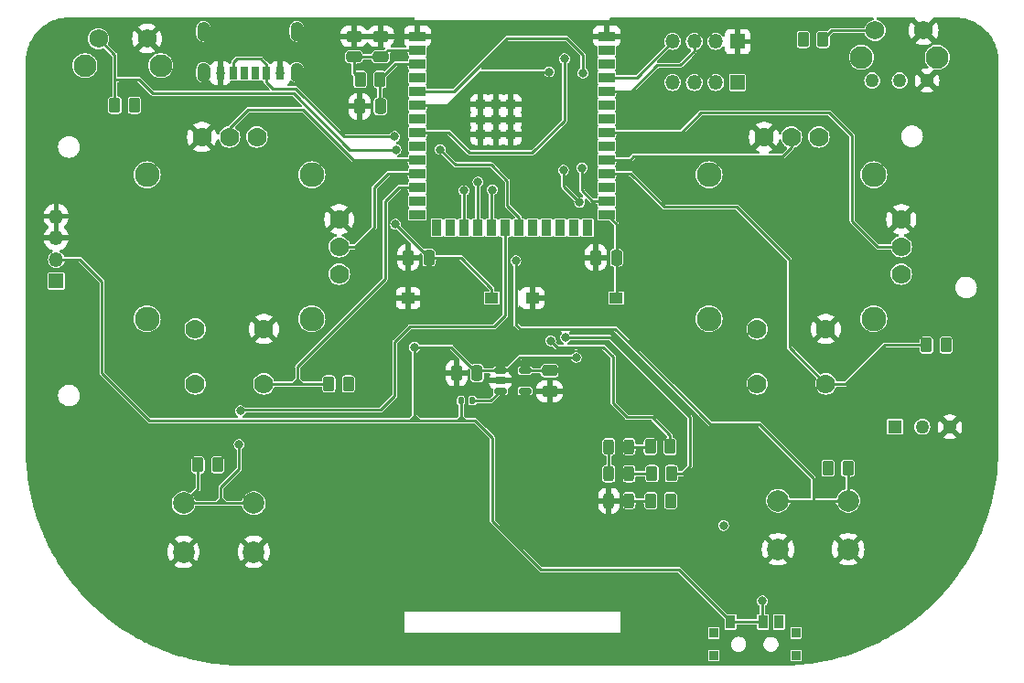
<source format=gbr>
%TF.GenerationSoftware,KiCad,Pcbnew,7.0.9*%
%TF.CreationDate,2024-05-06T23:46:12-05:00*%
%TF.ProjectId,CONTROL WIFI ESP32 S3 V4.0,434f4e54-524f-44c2-9057-494649204553,rev?*%
%TF.SameCoordinates,Original*%
%TF.FileFunction,Copper,L1,Top*%
%TF.FilePolarity,Positive*%
%FSLAX46Y46*%
G04 Gerber Fmt 4.6, Leading zero omitted, Abs format (unit mm)*
G04 Created by KiCad (PCBNEW 7.0.9) date 2024-05-06 23:46:12*
%MOMM*%
%LPD*%
G01*
G04 APERTURE LIST*
G04 Aperture macros list*
%AMRoundRect*
0 Rectangle with rounded corners*
0 $1 Rounding radius*
0 $2 $3 $4 $5 $6 $7 $8 $9 X,Y pos of 4 corners*
0 Add a 4 corners polygon primitive as box body*
4,1,4,$2,$3,$4,$5,$6,$7,$8,$9,$2,$3,0*
0 Add four circle primitives for the rounded corners*
1,1,$1+$1,$2,$3*
1,1,$1+$1,$4,$5*
1,1,$1+$1,$6,$7*
1,1,$1+$1,$8,$9*
0 Add four rect primitives between the rounded corners*
20,1,$1+$1,$2,$3,$4,$5,0*
20,1,$1+$1,$4,$5,$6,$7,0*
20,1,$1+$1,$6,$7,$8,$9,0*
20,1,$1+$1,$8,$9,$2,$3,0*%
G04 Aperture macros list end*
%TA.AperFunction,EtchedComponent*%
%ADD10C,0.010000*%
%TD*%
%TA.AperFunction,SMDPad,CuDef*%
%ADD11RoundRect,0.180000X0.390000X-0.120000X0.390000X0.120000X-0.390000X0.120000X-0.390000X-0.120000X0*%
%TD*%
%TA.AperFunction,SMDPad,CuDef*%
%ADD12RoundRect,0.135000X-0.135000X-0.185000X0.135000X-0.185000X0.135000X0.185000X-0.135000X0.185000X0*%
%TD*%
%TA.AperFunction,SMDPad,CuDef*%
%ADD13RoundRect,0.250000X0.250000X0.475000X-0.250000X0.475000X-0.250000X-0.475000X0.250000X-0.475000X0*%
%TD*%
%TA.AperFunction,SMDPad,CuDef*%
%ADD14RoundRect,0.250000X-0.475000X0.250000X-0.475000X-0.250000X0.475000X-0.250000X0.475000X0.250000X0*%
%TD*%
%TA.AperFunction,ComponentPad*%
%ADD15R,1.268000X1.268000*%
%TD*%
%TA.AperFunction,ComponentPad*%
%ADD16C,1.268000*%
%TD*%
%TA.AperFunction,ComponentPad*%
%ADD17R,1.350000X1.350000*%
%TD*%
%TA.AperFunction,ComponentPad*%
%ADD18O,1.350000X1.350000*%
%TD*%
%TA.AperFunction,ComponentPad*%
%ADD19C,1.778000*%
%TD*%
%TA.AperFunction,ComponentPad*%
%ADD20C,2.286000*%
%TD*%
%TA.AperFunction,ComponentPad*%
%ADD21C,2.000000*%
%TD*%
%TA.AperFunction,SMDPad,CuDef*%
%ADD22RoundRect,0.250000X-0.250000X-0.475000X0.250000X-0.475000X0.250000X0.475000X-0.250000X0.475000X0*%
%TD*%
%TA.AperFunction,SMDPad,CuDef*%
%ADD23RoundRect,0.250000X0.262500X0.450000X-0.262500X0.450000X-0.262500X-0.450000X0.262500X-0.450000X0*%
%TD*%
%TA.AperFunction,SMDPad,CuDef*%
%ADD24RoundRect,0.243750X0.243750X0.456250X-0.243750X0.456250X-0.243750X-0.456250X0.243750X-0.456250X0*%
%TD*%
%TA.AperFunction,SMDPad,CuDef*%
%ADD25RoundRect,0.243750X-0.243750X-0.456250X0.243750X-0.456250X0.243750X0.456250X-0.243750X0.456250X0*%
%TD*%
%TA.AperFunction,ComponentPad*%
%ADD26C,2.100000*%
%TD*%
%TA.AperFunction,ComponentPad*%
%ADD27C,1.750000*%
%TD*%
%TA.AperFunction,SMDPad,CuDef*%
%ADD28RoundRect,0.250000X-0.262500X-0.450000X0.262500X-0.450000X0.262500X0.450000X-0.262500X0.450000X0*%
%TD*%
%TA.AperFunction,SMDPad,CuDef*%
%ADD29R,1.250000X1.000000*%
%TD*%
%TA.AperFunction,SMDPad,CuDef*%
%ADD30R,0.700000X1.200000*%
%TD*%
%TA.AperFunction,SMDPad,CuDef*%
%ADD31R,0.760000X1.200000*%
%TD*%
%TA.AperFunction,SMDPad,CuDef*%
%ADD32R,0.800000X1.200000*%
%TD*%
%TA.AperFunction,ComponentPad*%
%ADD33O,0.800000X1.600000*%
%TD*%
%TA.AperFunction,SMDPad,CuDef*%
%ADD34R,0.889000X1.244600*%
%TD*%
%TA.AperFunction,SMDPad,CuDef*%
%ADD35R,0.812800X0.889000*%
%TD*%
%TA.AperFunction,SMDPad,CuDef*%
%ADD36R,1.500000X0.900000*%
%TD*%
%TA.AperFunction,SMDPad,CuDef*%
%ADD37R,0.900000X1.500000*%
%TD*%
%TA.AperFunction,SMDPad,CuDef*%
%ADD38R,0.900000X0.900000*%
%TD*%
%TA.AperFunction,ComponentPad*%
%ADD39C,1.270000*%
%TD*%
%TA.AperFunction,ViaPad*%
%ADD40C,0.800000*%
%TD*%
%TA.AperFunction,Conductor*%
%ADD41C,0.250000*%
%TD*%
G04 APERTURE END LIST*
%TO.C,J5*%
D10*
X56249000Y-86001000D02*
X56277000Y-86003000D01*
X56306000Y-86007000D01*
X56334000Y-86012000D01*
X56362000Y-86019000D01*
X56390000Y-86027000D01*
X56417000Y-86037000D01*
X56444000Y-86048000D01*
X56470000Y-86060000D01*
X56495000Y-86074000D01*
X56520000Y-86089000D01*
X56543000Y-86105000D01*
X56566000Y-86123000D01*
X56588000Y-86141000D01*
X56609000Y-86161000D01*
X56629000Y-86182000D01*
X56647000Y-86204000D01*
X56665000Y-86227000D01*
X56681000Y-86250000D01*
X56696000Y-86275000D01*
X56710000Y-86300000D01*
X56722000Y-86326000D01*
X56733000Y-86353000D01*
X56743000Y-86380000D01*
X56751000Y-86408000D01*
X56758000Y-86436000D01*
X56763000Y-86464000D01*
X56767000Y-86493000D01*
X56769000Y-86521000D01*
X56770000Y-86550000D01*
X56770000Y-87150000D01*
X56769000Y-87179000D01*
X56767000Y-87207000D01*
X56763000Y-87236000D01*
X56758000Y-87264000D01*
X56751000Y-87292000D01*
X56743000Y-87320000D01*
X56733000Y-87347000D01*
X56722000Y-87374000D01*
X56710000Y-87400000D01*
X56696000Y-87425000D01*
X56681000Y-87450000D01*
X56665000Y-87473000D01*
X56647000Y-87496000D01*
X56629000Y-87518000D01*
X56609000Y-87539000D01*
X56588000Y-87559000D01*
X56566000Y-87577000D01*
X56543000Y-87595000D01*
X56520000Y-87611000D01*
X56495000Y-87626000D01*
X56470000Y-87640000D01*
X56444000Y-87652000D01*
X56417000Y-87663000D01*
X56390000Y-87673000D01*
X56362000Y-87681000D01*
X56334000Y-87688000D01*
X56306000Y-87693000D01*
X56277000Y-87697000D01*
X56249000Y-87699000D01*
X56220000Y-87700000D01*
X56191000Y-87699000D01*
X56163000Y-87697000D01*
X56134000Y-87693000D01*
X56106000Y-87688000D01*
X56078000Y-87681000D01*
X56050000Y-87673000D01*
X56023000Y-87663000D01*
X55996000Y-87652000D01*
X55970000Y-87640000D01*
X55945000Y-87626000D01*
X55920000Y-87611000D01*
X55897000Y-87595000D01*
X55874000Y-87577000D01*
X55852000Y-87559000D01*
X55831000Y-87539000D01*
X55811000Y-87518000D01*
X55793000Y-87496000D01*
X55775000Y-87473000D01*
X55759000Y-87450000D01*
X55744000Y-87425000D01*
X55730000Y-87400000D01*
X55718000Y-87374000D01*
X55707000Y-87347000D01*
X55697000Y-87320000D01*
X55689000Y-87292000D01*
X55682000Y-87264000D01*
X55677000Y-87236000D01*
X55673000Y-87207000D01*
X55671000Y-87179000D01*
X55670000Y-87150000D01*
X55670000Y-86550000D01*
X55671000Y-86521000D01*
X55673000Y-86493000D01*
X55677000Y-86464000D01*
X55682000Y-86436000D01*
X55689000Y-86408000D01*
X55697000Y-86380000D01*
X55707000Y-86353000D01*
X55718000Y-86326000D01*
X55730000Y-86300000D01*
X55744000Y-86275000D01*
X55759000Y-86250000D01*
X55775000Y-86227000D01*
X55793000Y-86204000D01*
X55811000Y-86182000D01*
X55831000Y-86161000D01*
X55852000Y-86141000D01*
X55874000Y-86123000D01*
X55897000Y-86105000D01*
X55920000Y-86089000D01*
X55945000Y-86074000D01*
X55970000Y-86060000D01*
X55996000Y-86048000D01*
X56023000Y-86037000D01*
X56050000Y-86027000D01*
X56078000Y-86019000D01*
X56106000Y-86012000D01*
X56134000Y-86007000D01*
X56163000Y-86003000D01*
X56191000Y-86001000D01*
X56220000Y-86000000D01*
X56249000Y-86001000D01*
%TA.AperFunction,EtchedComponent*%
G36*
X56249000Y-86001000D02*
G01*
X56277000Y-86003000D01*
X56306000Y-86007000D01*
X56334000Y-86012000D01*
X56362000Y-86019000D01*
X56390000Y-86027000D01*
X56417000Y-86037000D01*
X56444000Y-86048000D01*
X56470000Y-86060000D01*
X56495000Y-86074000D01*
X56520000Y-86089000D01*
X56543000Y-86105000D01*
X56566000Y-86123000D01*
X56588000Y-86141000D01*
X56609000Y-86161000D01*
X56629000Y-86182000D01*
X56647000Y-86204000D01*
X56665000Y-86227000D01*
X56681000Y-86250000D01*
X56696000Y-86275000D01*
X56710000Y-86300000D01*
X56722000Y-86326000D01*
X56733000Y-86353000D01*
X56743000Y-86380000D01*
X56751000Y-86408000D01*
X56758000Y-86436000D01*
X56763000Y-86464000D01*
X56767000Y-86493000D01*
X56769000Y-86521000D01*
X56770000Y-86550000D01*
X56770000Y-87150000D01*
X56769000Y-87179000D01*
X56767000Y-87207000D01*
X56763000Y-87236000D01*
X56758000Y-87264000D01*
X56751000Y-87292000D01*
X56743000Y-87320000D01*
X56733000Y-87347000D01*
X56722000Y-87374000D01*
X56710000Y-87400000D01*
X56696000Y-87425000D01*
X56681000Y-87450000D01*
X56665000Y-87473000D01*
X56647000Y-87496000D01*
X56629000Y-87518000D01*
X56609000Y-87539000D01*
X56588000Y-87559000D01*
X56566000Y-87577000D01*
X56543000Y-87595000D01*
X56520000Y-87611000D01*
X56495000Y-87626000D01*
X56470000Y-87640000D01*
X56444000Y-87652000D01*
X56417000Y-87663000D01*
X56390000Y-87673000D01*
X56362000Y-87681000D01*
X56334000Y-87688000D01*
X56306000Y-87693000D01*
X56277000Y-87697000D01*
X56249000Y-87699000D01*
X56220000Y-87700000D01*
X56191000Y-87699000D01*
X56163000Y-87697000D01*
X56134000Y-87693000D01*
X56106000Y-87688000D01*
X56078000Y-87681000D01*
X56050000Y-87673000D01*
X56023000Y-87663000D01*
X55996000Y-87652000D01*
X55970000Y-87640000D01*
X55945000Y-87626000D01*
X55920000Y-87611000D01*
X55897000Y-87595000D01*
X55874000Y-87577000D01*
X55852000Y-87559000D01*
X55831000Y-87539000D01*
X55811000Y-87518000D01*
X55793000Y-87496000D01*
X55775000Y-87473000D01*
X55759000Y-87450000D01*
X55744000Y-87425000D01*
X55730000Y-87400000D01*
X55718000Y-87374000D01*
X55707000Y-87347000D01*
X55697000Y-87320000D01*
X55689000Y-87292000D01*
X55682000Y-87264000D01*
X55677000Y-87236000D01*
X55673000Y-87207000D01*
X55671000Y-87179000D01*
X55670000Y-87150000D01*
X55670000Y-86550000D01*
X55671000Y-86521000D01*
X55673000Y-86493000D01*
X55677000Y-86464000D01*
X55682000Y-86436000D01*
X55689000Y-86408000D01*
X55697000Y-86380000D01*
X55707000Y-86353000D01*
X55718000Y-86326000D01*
X55730000Y-86300000D01*
X55744000Y-86275000D01*
X55759000Y-86250000D01*
X55775000Y-86227000D01*
X55793000Y-86204000D01*
X55811000Y-86182000D01*
X55831000Y-86161000D01*
X55852000Y-86141000D01*
X55874000Y-86123000D01*
X55897000Y-86105000D01*
X55920000Y-86089000D01*
X55945000Y-86074000D01*
X55970000Y-86060000D01*
X55996000Y-86048000D01*
X56023000Y-86037000D01*
X56050000Y-86027000D01*
X56078000Y-86019000D01*
X56106000Y-86012000D01*
X56134000Y-86007000D01*
X56163000Y-86003000D01*
X56191000Y-86001000D01*
X56220000Y-86000000D01*
X56249000Y-86001000D01*
G37*
%TD.AperFunction*%
X56249000Y-82201000D02*
X56277000Y-82203000D01*
X56306000Y-82207000D01*
X56334000Y-82212000D01*
X56362000Y-82219000D01*
X56390000Y-82227000D01*
X56417000Y-82237000D01*
X56444000Y-82248000D01*
X56470000Y-82260000D01*
X56495000Y-82274000D01*
X56520000Y-82289000D01*
X56543000Y-82305000D01*
X56566000Y-82323000D01*
X56588000Y-82341000D01*
X56609000Y-82361000D01*
X56629000Y-82382000D01*
X56647000Y-82404000D01*
X56665000Y-82427000D01*
X56681000Y-82450000D01*
X56696000Y-82475000D01*
X56710000Y-82500000D01*
X56722000Y-82526000D01*
X56733000Y-82553000D01*
X56743000Y-82580000D01*
X56751000Y-82608000D01*
X56758000Y-82636000D01*
X56763000Y-82664000D01*
X56767000Y-82693000D01*
X56769000Y-82721000D01*
X56770000Y-82750000D01*
X56770000Y-83350000D01*
X56769000Y-83379000D01*
X56767000Y-83407000D01*
X56763000Y-83436000D01*
X56758000Y-83464000D01*
X56751000Y-83492000D01*
X56743000Y-83520000D01*
X56733000Y-83547000D01*
X56722000Y-83574000D01*
X56710000Y-83600000D01*
X56696000Y-83625000D01*
X56681000Y-83650000D01*
X56665000Y-83673000D01*
X56647000Y-83696000D01*
X56629000Y-83718000D01*
X56609000Y-83739000D01*
X56588000Y-83759000D01*
X56566000Y-83777000D01*
X56543000Y-83795000D01*
X56520000Y-83811000D01*
X56495000Y-83826000D01*
X56470000Y-83840000D01*
X56444000Y-83852000D01*
X56417000Y-83863000D01*
X56390000Y-83873000D01*
X56362000Y-83881000D01*
X56334000Y-83888000D01*
X56306000Y-83893000D01*
X56277000Y-83897000D01*
X56249000Y-83899000D01*
X56220000Y-83900000D01*
X56191000Y-83899000D01*
X56163000Y-83897000D01*
X56134000Y-83893000D01*
X56106000Y-83888000D01*
X56078000Y-83881000D01*
X56050000Y-83873000D01*
X56023000Y-83863000D01*
X55996000Y-83852000D01*
X55970000Y-83840000D01*
X55945000Y-83826000D01*
X55920000Y-83811000D01*
X55897000Y-83795000D01*
X55874000Y-83777000D01*
X55852000Y-83759000D01*
X55831000Y-83739000D01*
X55811000Y-83718000D01*
X55793000Y-83696000D01*
X55775000Y-83673000D01*
X55759000Y-83650000D01*
X55744000Y-83625000D01*
X55730000Y-83600000D01*
X55718000Y-83574000D01*
X55707000Y-83547000D01*
X55697000Y-83520000D01*
X55689000Y-83492000D01*
X55682000Y-83464000D01*
X55677000Y-83436000D01*
X55673000Y-83407000D01*
X55671000Y-83379000D01*
X55670000Y-83350000D01*
X55670000Y-82750000D01*
X55671000Y-82721000D01*
X55673000Y-82693000D01*
X55677000Y-82664000D01*
X55682000Y-82636000D01*
X55689000Y-82608000D01*
X55697000Y-82580000D01*
X55707000Y-82553000D01*
X55718000Y-82526000D01*
X55730000Y-82500000D01*
X55744000Y-82475000D01*
X55759000Y-82450000D01*
X55775000Y-82427000D01*
X55793000Y-82404000D01*
X55811000Y-82382000D01*
X55831000Y-82361000D01*
X55852000Y-82341000D01*
X55874000Y-82323000D01*
X55897000Y-82305000D01*
X55920000Y-82289000D01*
X55945000Y-82274000D01*
X55970000Y-82260000D01*
X55996000Y-82248000D01*
X56023000Y-82237000D01*
X56050000Y-82227000D01*
X56078000Y-82219000D01*
X56106000Y-82212000D01*
X56134000Y-82207000D01*
X56163000Y-82203000D01*
X56191000Y-82201000D01*
X56220000Y-82200000D01*
X56249000Y-82201000D01*
%TA.AperFunction,EtchedComponent*%
G36*
X56249000Y-82201000D02*
G01*
X56277000Y-82203000D01*
X56306000Y-82207000D01*
X56334000Y-82212000D01*
X56362000Y-82219000D01*
X56390000Y-82227000D01*
X56417000Y-82237000D01*
X56444000Y-82248000D01*
X56470000Y-82260000D01*
X56495000Y-82274000D01*
X56520000Y-82289000D01*
X56543000Y-82305000D01*
X56566000Y-82323000D01*
X56588000Y-82341000D01*
X56609000Y-82361000D01*
X56629000Y-82382000D01*
X56647000Y-82404000D01*
X56665000Y-82427000D01*
X56681000Y-82450000D01*
X56696000Y-82475000D01*
X56710000Y-82500000D01*
X56722000Y-82526000D01*
X56733000Y-82553000D01*
X56743000Y-82580000D01*
X56751000Y-82608000D01*
X56758000Y-82636000D01*
X56763000Y-82664000D01*
X56767000Y-82693000D01*
X56769000Y-82721000D01*
X56770000Y-82750000D01*
X56770000Y-83350000D01*
X56769000Y-83379000D01*
X56767000Y-83407000D01*
X56763000Y-83436000D01*
X56758000Y-83464000D01*
X56751000Y-83492000D01*
X56743000Y-83520000D01*
X56733000Y-83547000D01*
X56722000Y-83574000D01*
X56710000Y-83600000D01*
X56696000Y-83625000D01*
X56681000Y-83650000D01*
X56665000Y-83673000D01*
X56647000Y-83696000D01*
X56629000Y-83718000D01*
X56609000Y-83739000D01*
X56588000Y-83759000D01*
X56566000Y-83777000D01*
X56543000Y-83795000D01*
X56520000Y-83811000D01*
X56495000Y-83826000D01*
X56470000Y-83840000D01*
X56444000Y-83852000D01*
X56417000Y-83863000D01*
X56390000Y-83873000D01*
X56362000Y-83881000D01*
X56334000Y-83888000D01*
X56306000Y-83893000D01*
X56277000Y-83897000D01*
X56249000Y-83899000D01*
X56220000Y-83900000D01*
X56191000Y-83899000D01*
X56163000Y-83897000D01*
X56134000Y-83893000D01*
X56106000Y-83888000D01*
X56078000Y-83881000D01*
X56050000Y-83873000D01*
X56023000Y-83863000D01*
X55996000Y-83852000D01*
X55970000Y-83840000D01*
X55945000Y-83826000D01*
X55920000Y-83811000D01*
X55897000Y-83795000D01*
X55874000Y-83777000D01*
X55852000Y-83759000D01*
X55831000Y-83739000D01*
X55811000Y-83718000D01*
X55793000Y-83696000D01*
X55775000Y-83673000D01*
X55759000Y-83650000D01*
X55744000Y-83625000D01*
X55730000Y-83600000D01*
X55718000Y-83574000D01*
X55707000Y-83547000D01*
X55697000Y-83520000D01*
X55689000Y-83492000D01*
X55682000Y-83464000D01*
X55677000Y-83436000D01*
X55673000Y-83407000D01*
X55671000Y-83379000D01*
X55670000Y-83350000D01*
X55670000Y-82750000D01*
X55671000Y-82721000D01*
X55673000Y-82693000D01*
X55677000Y-82664000D01*
X55682000Y-82636000D01*
X55689000Y-82608000D01*
X55697000Y-82580000D01*
X55707000Y-82553000D01*
X55718000Y-82526000D01*
X55730000Y-82500000D01*
X55744000Y-82475000D01*
X55759000Y-82450000D01*
X55775000Y-82427000D01*
X55793000Y-82404000D01*
X55811000Y-82382000D01*
X55831000Y-82361000D01*
X55852000Y-82341000D01*
X55874000Y-82323000D01*
X55897000Y-82305000D01*
X55920000Y-82289000D01*
X55945000Y-82274000D01*
X55970000Y-82260000D01*
X55996000Y-82248000D01*
X56023000Y-82237000D01*
X56050000Y-82227000D01*
X56078000Y-82219000D01*
X56106000Y-82212000D01*
X56134000Y-82207000D01*
X56163000Y-82203000D01*
X56191000Y-82201000D01*
X56220000Y-82200000D01*
X56249000Y-82201000D01*
G37*
%TD.AperFunction*%
X47609000Y-86001000D02*
X47637000Y-86003000D01*
X47666000Y-86007000D01*
X47694000Y-86012000D01*
X47722000Y-86019000D01*
X47750000Y-86027000D01*
X47777000Y-86037000D01*
X47804000Y-86048000D01*
X47830000Y-86060000D01*
X47855000Y-86074000D01*
X47880000Y-86089000D01*
X47903000Y-86105000D01*
X47926000Y-86123000D01*
X47948000Y-86141000D01*
X47969000Y-86161000D01*
X47989000Y-86182000D01*
X48007000Y-86204000D01*
X48025000Y-86227000D01*
X48041000Y-86250000D01*
X48056000Y-86275000D01*
X48070000Y-86300000D01*
X48082000Y-86326000D01*
X48093000Y-86353000D01*
X48103000Y-86380000D01*
X48111000Y-86408000D01*
X48118000Y-86436000D01*
X48123000Y-86464000D01*
X48127000Y-86493000D01*
X48129000Y-86521000D01*
X48130000Y-86550000D01*
X48130000Y-87150000D01*
X48129000Y-87179000D01*
X48127000Y-87207000D01*
X48123000Y-87236000D01*
X48118000Y-87264000D01*
X48111000Y-87292000D01*
X48103000Y-87320000D01*
X48093000Y-87347000D01*
X48082000Y-87374000D01*
X48070000Y-87400000D01*
X48056000Y-87425000D01*
X48041000Y-87450000D01*
X48025000Y-87473000D01*
X48007000Y-87496000D01*
X47989000Y-87518000D01*
X47969000Y-87539000D01*
X47948000Y-87559000D01*
X47926000Y-87577000D01*
X47903000Y-87595000D01*
X47880000Y-87611000D01*
X47855000Y-87626000D01*
X47830000Y-87640000D01*
X47804000Y-87652000D01*
X47777000Y-87663000D01*
X47750000Y-87673000D01*
X47722000Y-87681000D01*
X47694000Y-87688000D01*
X47666000Y-87693000D01*
X47637000Y-87697000D01*
X47609000Y-87699000D01*
X47580000Y-87700000D01*
X47551000Y-87699000D01*
X47523000Y-87697000D01*
X47494000Y-87693000D01*
X47466000Y-87688000D01*
X47438000Y-87681000D01*
X47410000Y-87673000D01*
X47383000Y-87663000D01*
X47356000Y-87652000D01*
X47330000Y-87640000D01*
X47305000Y-87626000D01*
X47280000Y-87611000D01*
X47257000Y-87595000D01*
X47234000Y-87577000D01*
X47212000Y-87559000D01*
X47191000Y-87539000D01*
X47171000Y-87518000D01*
X47153000Y-87496000D01*
X47135000Y-87473000D01*
X47119000Y-87450000D01*
X47104000Y-87425000D01*
X47090000Y-87400000D01*
X47078000Y-87374000D01*
X47067000Y-87347000D01*
X47057000Y-87320000D01*
X47049000Y-87292000D01*
X47042000Y-87264000D01*
X47037000Y-87236000D01*
X47033000Y-87207000D01*
X47031000Y-87179000D01*
X47030000Y-87150000D01*
X47030000Y-86550000D01*
X47031000Y-86521000D01*
X47033000Y-86493000D01*
X47037000Y-86464000D01*
X47042000Y-86436000D01*
X47049000Y-86408000D01*
X47057000Y-86380000D01*
X47067000Y-86353000D01*
X47078000Y-86326000D01*
X47090000Y-86300000D01*
X47104000Y-86275000D01*
X47119000Y-86250000D01*
X47135000Y-86227000D01*
X47153000Y-86204000D01*
X47171000Y-86182000D01*
X47191000Y-86161000D01*
X47212000Y-86141000D01*
X47234000Y-86123000D01*
X47257000Y-86105000D01*
X47280000Y-86089000D01*
X47305000Y-86074000D01*
X47330000Y-86060000D01*
X47356000Y-86048000D01*
X47383000Y-86037000D01*
X47410000Y-86027000D01*
X47438000Y-86019000D01*
X47466000Y-86012000D01*
X47494000Y-86007000D01*
X47523000Y-86003000D01*
X47551000Y-86001000D01*
X47580000Y-86000000D01*
X47609000Y-86001000D01*
%TA.AperFunction,EtchedComponent*%
G36*
X47609000Y-86001000D02*
G01*
X47637000Y-86003000D01*
X47666000Y-86007000D01*
X47694000Y-86012000D01*
X47722000Y-86019000D01*
X47750000Y-86027000D01*
X47777000Y-86037000D01*
X47804000Y-86048000D01*
X47830000Y-86060000D01*
X47855000Y-86074000D01*
X47880000Y-86089000D01*
X47903000Y-86105000D01*
X47926000Y-86123000D01*
X47948000Y-86141000D01*
X47969000Y-86161000D01*
X47989000Y-86182000D01*
X48007000Y-86204000D01*
X48025000Y-86227000D01*
X48041000Y-86250000D01*
X48056000Y-86275000D01*
X48070000Y-86300000D01*
X48082000Y-86326000D01*
X48093000Y-86353000D01*
X48103000Y-86380000D01*
X48111000Y-86408000D01*
X48118000Y-86436000D01*
X48123000Y-86464000D01*
X48127000Y-86493000D01*
X48129000Y-86521000D01*
X48130000Y-86550000D01*
X48130000Y-87150000D01*
X48129000Y-87179000D01*
X48127000Y-87207000D01*
X48123000Y-87236000D01*
X48118000Y-87264000D01*
X48111000Y-87292000D01*
X48103000Y-87320000D01*
X48093000Y-87347000D01*
X48082000Y-87374000D01*
X48070000Y-87400000D01*
X48056000Y-87425000D01*
X48041000Y-87450000D01*
X48025000Y-87473000D01*
X48007000Y-87496000D01*
X47989000Y-87518000D01*
X47969000Y-87539000D01*
X47948000Y-87559000D01*
X47926000Y-87577000D01*
X47903000Y-87595000D01*
X47880000Y-87611000D01*
X47855000Y-87626000D01*
X47830000Y-87640000D01*
X47804000Y-87652000D01*
X47777000Y-87663000D01*
X47750000Y-87673000D01*
X47722000Y-87681000D01*
X47694000Y-87688000D01*
X47666000Y-87693000D01*
X47637000Y-87697000D01*
X47609000Y-87699000D01*
X47580000Y-87700000D01*
X47551000Y-87699000D01*
X47523000Y-87697000D01*
X47494000Y-87693000D01*
X47466000Y-87688000D01*
X47438000Y-87681000D01*
X47410000Y-87673000D01*
X47383000Y-87663000D01*
X47356000Y-87652000D01*
X47330000Y-87640000D01*
X47305000Y-87626000D01*
X47280000Y-87611000D01*
X47257000Y-87595000D01*
X47234000Y-87577000D01*
X47212000Y-87559000D01*
X47191000Y-87539000D01*
X47171000Y-87518000D01*
X47153000Y-87496000D01*
X47135000Y-87473000D01*
X47119000Y-87450000D01*
X47104000Y-87425000D01*
X47090000Y-87400000D01*
X47078000Y-87374000D01*
X47067000Y-87347000D01*
X47057000Y-87320000D01*
X47049000Y-87292000D01*
X47042000Y-87264000D01*
X47037000Y-87236000D01*
X47033000Y-87207000D01*
X47031000Y-87179000D01*
X47030000Y-87150000D01*
X47030000Y-86550000D01*
X47031000Y-86521000D01*
X47033000Y-86493000D01*
X47037000Y-86464000D01*
X47042000Y-86436000D01*
X47049000Y-86408000D01*
X47057000Y-86380000D01*
X47067000Y-86353000D01*
X47078000Y-86326000D01*
X47090000Y-86300000D01*
X47104000Y-86275000D01*
X47119000Y-86250000D01*
X47135000Y-86227000D01*
X47153000Y-86204000D01*
X47171000Y-86182000D01*
X47191000Y-86161000D01*
X47212000Y-86141000D01*
X47234000Y-86123000D01*
X47257000Y-86105000D01*
X47280000Y-86089000D01*
X47305000Y-86074000D01*
X47330000Y-86060000D01*
X47356000Y-86048000D01*
X47383000Y-86037000D01*
X47410000Y-86027000D01*
X47438000Y-86019000D01*
X47466000Y-86012000D01*
X47494000Y-86007000D01*
X47523000Y-86003000D01*
X47551000Y-86001000D01*
X47580000Y-86000000D01*
X47609000Y-86001000D01*
G37*
%TD.AperFunction*%
X47609000Y-82201000D02*
X47637000Y-82203000D01*
X47666000Y-82207000D01*
X47694000Y-82212000D01*
X47722000Y-82219000D01*
X47750000Y-82227000D01*
X47777000Y-82237000D01*
X47804000Y-82248000D01*
X47830000Y-82260000D01*
X47855000Y-82274000D01*
X47880000Y-82289000D01*
X47903000Y-82305000D01*
X47926000Y-82323000D01*
X47948000Y-82341000D01*
X47969000Y-82361000D01*
X47989000Y-82382000D01*
X48007000Y-82404000D01*
X48025000Y-82427000D01*
X48041000Y-82450000D01*
X48056000Y-82475000D01*
X48070000Y-82500000D01*
X48082000Y-82526000D01*
X48093000Y-82553000D01*
X48103000Y-82580000D01*
X48111000Y-82608000D01*
X48118000Y-82636000D01*
X48123000Y-82664000D01*
X48127000Y-82693000D01*
X48129000Y-82721000D01*
X48130000Y-82750000D01*
X48130000Y-83350000D01*
X48129000Y-83379000D01*
X48127000Y-83407000D01*
X48123000Y-83436000D01*
X48118000Y-83464000D01*
X48111000Y-83492000D01*
X48103000Y-83520000D01*
X48093000Y-83547000D01*
X48082000Y-83574000D01*
X48070000Y-83600000D01*
X48056000Y-83625000D01*
X48041000Y-83650000D01*
X48025000Y-83673000D01*
X48007000Y-83696000D01*
X47989000Y-83718000D01*
X47969000Y-83739000D01*
X47948000Y-83759000D01*
X47926000Y-83777000D01*
X47903000Y-83795000D01*
X47880000Y-83811000D01*
X47855000Y-83826000D01*
X47830000Y-83840000D01*
X47804000Y-83852000D01*
X47777000Y-83863000D01*
X47750000Y-83873000D01*
X47722000Y-83881000D01*
X47694000Y-83888000D01*
X47666000Y-83893000D01*
X47637000Y-83897000D01*
X47609000Y-83899000D01*
X47580000Y-83900000D01*
X47551000Y-83899000D01*
X47523000Y-83897000D01*
X47494000Y-83893000D01*
X47466000Y-83888000D01*
X47438000Y-83881000D01*
X47410000Y-83873000D01*
X47383000Y-83863000D01*
X47356000Y-83852000D01*
X47330000Y-83840000D01*
X47305000Y-83826000D01*
X47280000Y-83811000D01*
X47257000Y-83795000D01*
X47234000Y-83777000D01*
X47212000Y-83759000D01*
X47191000Y-83739000D01*
X47171000Y-83718000D01*
X47153000Y-83696000D01*
X47135000Y-83673000D01*
X47119000Y-83650000D01*
X47104000Y-83625000D01*
X47090000Y-83600000D01*
X47078000Y-83574000D01*
X47067000Y-83547000D01*
X47057000Y-83520000D01*
X47049000Y-83492000D01*
X47042000Y-83464000D01*
X47037000Y-83436000D01*
X47033000Y-83407000D01*
X47031000Y-83379000D01*
X47030000Y-83350000D01*
X47030000Y-82750000D01*
X47031000Y-82721000D01*
X47033000Y-82693000D01*
X47037000Y-82664000D01*
X47042000Y-82636000D01*
X47049000Y-82608000D01*
X47057000Y-82580000D01*
X47067000Y-82553000D01*
X47078000Y-82526000D01*
X47090000Y-82500000D01*
X47104000Y-82475000D01*
X47119000Y-82450000D01*
X47135000Y-82427000D01*
X47153000Y-82404000D01*
X47171000Y-82382000D01*
X47191000Y-82361000D01*
X47212000Y-82341000D01*
X47234000Y-82323000D01*
X47257000Y-82305000D01*
X47280000Y-82289000D01*
X47305000Y-82274000D01*
X47330000Y-82260000D01*
X47356000Y-82248000D01*
X47383000Y-82237000D01*
X47410000Y-82227000D01*
X47438000Y-82219000D01*
X47466000Y-82212000D01*
X47494000Y-82207000D01*
X47523000Y-82203000D01*
X47551000Y-82201000D01*
X47580000Y-82200000D01*
X47609000Y-82201000D01*
%TA.AperFunction,EtchedComponent*%
G36*
X47609000Y-82201000D02*
G01*
X47637000Y-82203000D01*
X47666000Y-82207000D01*
X47694000Y-82212000D01*
X47722000Y-82219000D01*
X47750000Y-82227000D01*
X47777000Y-82237000D01*
X47804000Y-82248000D01*
X47830000Y-82260000D01*
X47855000Y-82274000D01*
X47880000Y-82289000D01*
X47903000Y-82305000D01*
X47926000Y-82323000D01*
X47948000Y-82341000D01*
X47969000Y-82361000D01*
X47989000Y-82382000D01*
X48007000Y-82404000D01*
X48025000Y-82427000D01*
X48041000Y-82450000D01*
X48056000Y-82475000D01*
X48070000Y-82500000D01*
X48082000Y-82526000D01*
X48093000Y-82553000D01*
X48103000Y-82580000D01*
X48111000Y-82608000D01*
X48118000Y-82636000D01*
X48123000Y-82664000D01*
X48127000Y-82693000D01*
X48129000Y-82721000D01*
X48130000Y-82750000D01*
X48130000Y-83350000D01*
X48129000Y-83379000D01*
X48127000Y-83407000D01*
X48123000Y-83436000D01*
X48118000Y-83464000D01*
X48111000Y-83492000D01*
X48103000Y-83520000D01*
X48093000Y-83547000D01*
X48082000Y-83574000D01*
X48070000Y-83600000D01*
X48056000Y-83625000D01*
X48041000Y-83650000D01*
X48025000Y-83673000D01*
X48007000Y-83696000D01*
X47989000Y-83718000D01*
X47969000Y-83739000D01*
X47948000Y-83759000D01*
X47926000Y-83777000D01*
X47903000Y-83795000D01*
X47880000Y-83811000D01*
X47855000Y-83826000D01*
X47830000Y-83840000D01*
X47804000Y-83852000D01*
X47777000Y-83863000D01*
X47750000Y-83873000D01*
X47722000Y-83881000D01*
X47694000Y-83888000D01*
X47666000Y-83893000D01*
X47637000Y-83897000D01*
X47609000Y-83899000D01*
X47580000Y-83900000D01*
X47551000Y-83899000D01*
X47523000Y-83897000D01*
X47494000Y-83893000D01*
X47466000Y-83888000D01*
X47438000Y-83881000D01*
X47410000Y-83873000D01*
X47383000Y-83863000D01*
X47356000Y-83852000D01*
X47330000Y-83840000D01*
X47305000Y-83826000D01*
X47280000Y-83811000D01*
X47257000Y-83795000D01*
X47234000Y-83777000D01*
X47212000Y-83759000D01*
X47191000Y-83739000D01*
X47171000Y-83718000D01*
X47153000Y-83696000D01*
X47135000Y-83673000D01*
X47119000Y-83650000D01*
X47104000Y-83625000D01*
X47090000Y-83600000D01*
X47078000Y-83574000D01*
X47067000Y-83547000D01*
X47057000Y-83520000D01*
X47049000Y-83492000D01*
X47042000Y-83464000D01*
X47037000Y-83436000D01*
X47033000Y-83407000D01*
X47031000Y-83379000D01*
X47030000Y-83350000D01*
X47030000Y-82750000D01*
X47031000Y-82721000D01*
X47033000Y-82693000D01*
X47037000Y-82664000D01*
X47042000Y-82636000D01*
X47049000Y-82608000D01*
X47057000Y-82580000D01*
X47067000Y-82553000D01*
X47078000Y-82526000D01*
X47090000Y-82500000D01*
X47104000Y-82475000D01*
X47119000Y-82450000D01*
X47135000Y-82427000D01*
X47153000Y-82404000D01*
X47171000Y-82382000D01*
X47191000Y-82361000D01*
X47212000Y-82341000D01*
X47234000Y-82323000D01*
X47257000Y-82305000D01*
X47280000Y-82289000D01*
X47305000Y-82274000D01*
X47330000Y-82260000D01*
X47356000Y-82248000D01*
X47383000Y-82237000D01*
X47410000Y-82227000D01*
X47438000Y-82219000D01*
X47466000Y-82212000D01*
X47494000Y-82207000D01*
X47523000Y-82203000D01*
X47551000Y-82201000D01*
X47580000Y-82200000D01*
X47609000Y-82201000D01*
G37*
%TD.AperFunction*%
%TD*%
D11*
%TO.P,U1,5,VOUT*%
%TO.N,+3.3V*%
X77350000Y-114460000D03*
%TO.P,U1,4*%
%TO.N,N/C*%
X77350000Y-116360000D03*
%TO.P,U1,3,EN*%
%TO.N,Net-(U1-EN)*%
X75070000Y-116360000D03*
%TO.P,U1,2,GND*%
%TO.N,GND*%
X75070000Y-115410000D03*
%TO.P,U1,1,VIN*%
%TO.N,VIN*%
X75070000Y-114460000D03*
%TD*%
D12*
%TO.P,R14,1*%
%TO.N,VIN*%
X71430000Y-117260000D03*
%TO.P,R14,2*%
%TO.N,Net-(U1-EN)*%
X72450000Y-117260000D03*
%TD*%
D13*
%TO.P,C2,1*%
%TO.N,VIN*%
X72920000Y-114690000D03*
%TO.P,C2,2*%
%TO.N,GND*%
X71020000Y-114690000D03*
%TD*%
D14*
%TO.P,C1,1*%
%TO.N,+3.3V*%
X79630000Y-114480000D03*
%TO.P,C1,2*%
%TO.N,GND*%
X79630000Y-116380000D03*
%TD*%
D15*
%TO.P,POT1,1*%
%TO.N,+3.3V*%
X111570000Y-119665000D03*
D16*
%TO.P,POT1,2*%
%TO.N,IO5*%
X114110000Y-119665000D03*
%TO.P,POT1,3*%
%TO.N,GND*%
X116650000Y-119665000D03*
%TD*%
D17*
%TO.P,J4,1,Pin_1*%
%TO.N,GND*%
X97000000Y-84000000D03*
D18*
%TO.P,J4,2,Pin_2*%
%TO.N,+3.3V*%
X95000000Y-84000000D03*
%TO.P,J4,3,Pin_3*%
%TO.N,RX*%
X93000000Y-84000000D03*
%TO.P,J4,4,Pin_4*%
%TO.N,TX*%
X91000000Y-84000000D03*
%TD*%
D19*
%TO.P,U4,B1A,SEL+*%
%TO.N,IO37*%
X105175000Y-115700000D03*
%TO.P,U4,B1B*%
%TO.N,N/C*%
X98825000Y-115700000D03*
%TO.P,U4,B2A,SEL-*%
%TO.N,GND*%
X105175000Y-110620000D03*
%TO.P,U4,B2B*%
%TO.N,N/C*%
X98825000Y-110620000D03*
%TO.P,U4,H1,H+*%
%TO.N,+3.3V*%
X104540000Y-92840000D03*
%TO.P,U4,H2,H*%
%TO.N,IO38*%
X102000000Y-92840000D03*
%TO.P,U4,H3,H-*%
%TO.N,GND*%
X99460000Y-92840000D03*
D20*
%TO.P,U4,S1,SHIELD*%
%TO.N,unconnected-(U4-SHIELD-PadS1)*%
X109620000Y-109667500D03*
%TO.P,U4,S2,SHIELD*%
X109620000Y-96332500D03*
%TO.P,U4,S3,SHIELD*%
X94380000Y-96332500D03*
%TO.P,U4,S4,SHIELD*%
X94380000Y-109667500D03*
D19*
%TO.P,U4,V1,V+*%
%TO.N,+3.3V*%
X112160000Y-105540000D03*
%TO.P,U4,V2,V*%
%TO.N,IO40*%
X112160000Y-103000000D03*
%TO.P,U4,V3,V-*%
%TO.N,GND*%
X112160000Y-100460000D03*
%TD*%
D21*
%TO.P,SW5,1,1*%
%TO.N,IO9*%
X100750000Y-126515000D03*
X107250000Y-126515000D03*
%TO.P,SW5,2,2*%
%TO.N,GND*%
X100750000Y-131015000D03*
X107250000Y-131015000D03*
%TD*%
D22*
%TO.P,C6,1*%
%TO.N,GND*%
X62050000Y-90000000D03*
%TO.P,C6,2*%
%TO.N,EN*%
X63950000Y-90000000D03*
%TD*%
D23*
%TO.P,R12,1*%
%TO.N,+3.3V*%
X116312500Y-112100000D03*
%TO.P,R12,2*%
%TO.N,IO37*%
X114487500Y-112100000D03*
%TD*%
D24*
%TO.P,STDBY1,1,K*%
%TO.N,Net-(STDBY1-K)*%
X86975000Y-124015000D03*
%TO.P,STDBY1,2,A*%
%TO.N,Net-(CHRG1-A)*%
X85100000Y-124015000D03*
%TD*%
D25*
%TO.P,D1,1,K*%
%TO.N,GND*%
X85100000Y-126515000D03*
%TO.P,D1,2,A*%
%TO.N,Net-(D1-A)*%
X86975000Y-126515000D03*
%TD*%
D26*
%TO.P,SW3,*%
%TO.N,*%
X36625000Y-86217500D03*
X43635000Y-86217500D03*
D27*
%TO.P,SW3,1,1*%
%TO.N,IO13*%
X37875000Y-83727500D03*
%TO.P,SW3,2,2*%
%TO.N,GND*%
X42375000Y-83727500D03*
%TD*%
D13*
%TO.P,C10,1*%
%TO.N,BT*%
X85800000Y-104000000D03*
%TO.P,C10,2*%
%TO.N,GND*%
X83900000Y-104000000D03*
%TD*%
D23*
%TO.P,R13,1*%
%TO.N,+3.3V*%
X61012500Y-115700000D03*
%TO.P,R13,2*%
%TO.N,IO8*%
X59187500Y-115700000D03*
%TD*%
D17*
%TO.P,J3,1,Pin_1*%
%TO.N,IO11*%
X97000000Y-87800000D03*
D18*
%TO.P,J3,2,Pin_2*%
%TO.N,IO10*%
X95000000Y-87800000D03*
%TO.P,J3,3,Pin_3*%
%TO.N,IO35*%
X93000000Y-87800000D03*
%TO.P,J3,4,Pin_4*%
%TO.N,IO7*%
X91000000Y-87800000D03*
%TD*%
D24*
%TO.P,CHRG1,1,K*%
%TO.N,Net-(CHRG1-K)*%
X86975000Y-121515000D03*
%TO.P,CHRG1,2,A*%
%TO.N,Net-(CHRG1-A)*%
X85100000Y-121515000D03*
%TD*%
D13*
%TO.P,C9,1*%
%TO.N,EN*%
X68450000Y-104000000D03*
%TO.P,C9,2*%
%TO.N,GND*%
X66550000Y-104000000D03*
%TD*%
D14*
%TO.P,C8,1*%
%TO.N,GND*%
X61500000Y-83500000D03*
%TO.P,C8,2*%
%TO.N,+3.3V*%
X61500000Y-85400000D03*
%TD*%
D23*
%TO.P,R4,1*%
%TO.N,Net-(U2-\u002ASTDBY)*%
X90912500Y-124000000D03*
%TO.P,R4,2*%
%TO.N,Net-(STDBY1-K)*%
X89087500Y-124000000D03*
%TD*%
D28*
%TO.P,R8,1*%
%TO.N,+3.3V*%
X103087500Y-83800000D03*
%TO.P,R8,2*%
%TO.N,IO15*%
X104912500Y-83800000D03*
%TD*%
D23*
%TO.P,R9,1*%
%TO.N,+3.3V*%
X41212500Y-89900000D03*
%TO.P,R9,2*%
%TO.N,IO13*%
X39387500Y-89900000D03*
%TD*%
D29*
%TO.P,BT3,1,1*%
%TO.N,GND*%
X78025000Y-107765000D03*
%TO.P,BT3,2,2*%
%TO.N,BT*%
X85775000Y-107765000D03*
%TD*%
D17*
%TO.P,J1,1,Pin_1*%
%TO.N,+3.3V*%
X33975000Y-106175000D03*
D18*
%TO.P,J1,2,Pin_2*%
%TO.N,VIN*%
X33975000Y-104175000D03*
%TO.P,J1,3,Pin_3*%
%TO.N,GND*%
X33975000Y-102175000D03*
%TO.P,J1,4,Pin_4*%
X33975000Y-100175000D03*
%TD*%
D19*
%TO.P,U5,B1A,SEL+*%
%TO.N,IO8*%
X53175000Y-115700000D03*
%TO.P,U5,B1B*%
%TO.N,N/C*%
X46825000Y-115700000D03*
%TO.P,U5,B2A,SEL-*%
%TO.N,GND*%
X53175000Y-110620000D03*
%TO.P,U5,B2B*%
%TO.N,N/C*%
X46825000Y-110620000D03*
%TO.P,U5,H1,H+*%
%TO.N,+3.3V*%
X52540000Y-92840000D03*
%TO.P,U5,H2,H*%
%TO.N,IO17*%
X50000000Y-92840000D03*
%TO.P,U5,H3,H-*%
%TO.N,GND*%
X47460000Y-92840000D03*
D20*
%TO.P,U5,S1,SHIELD*%
%TO.N,unconnected-(U5-SHIELD-PadS1)*%
X57620000Y-109667500D03*
%TO.P,U5,S2,SHIELD*%
X57620000Y-96332500D03*
%TO.P,U5,S3,SHIELD*%
X42380000Y-96332500D03*
%TO.P,U5,S4,SHIELD*%
X42380000Y-109667500D03*
D19*
%TO.P,U5,V1,V+*%
%TO.N,+3.3V*%
X60160000Y-105540000D03*
%TO.P,U5,V2,V*%
%TO.N,IO18*%
X60160000Y-103000000D03*
%TO.P,U5,V3,V-*%
%TO.N,GND*%
X60160000Y-100460000D03*
%TD*%
D21*
%TO.P,SW4,1,1*%
%TO.N,IO12*%
X45750000Y-126750000D03*
X52250000Y-126750000D03*
%TO.P,SW4,2,2*%
%TO.N,GND*%
X45750000Y-131250000D03*
X52250000Y-131250000D03*
%TD*%
D30*
%TO.P,J5,A5,CC1*%
%TO.N,unconnected-(J5-CC1-PadA5)*%
X52400000Y-86930000D03*
D31*
%TO.P,J5,A9,VBUS*%
%TO.N,Net-(CHRG1-A)*%
X50380000Y-86930000D03*
D32*
%TO.P,J5,A12,GND*%
%TO.N,GND*%
X49150000Y-86930000D03*
D30*
%TO.P,J5,B5,CC2*%
%TO.N,unconnected-(J5-CC2-PadB5)*%
X51400000Y-86930000D03*
D31*
%TO.P,J5,B9,VBUS__1*%
%TO.N,Net-(CHRG1-A)*%
X53420000Y-86930000D03*
D32*
%TO.P,J5,B12,GND__1*%
%TO.N,GND*%
X54650000Y-86930000D03*
D33*
%TO.P,J5,S1,SHIELD*%
%TO.N,unconnected-(J5-SHIELD-PadS1)*%
X56220000Y-86850000D03*
%TO.P,J5,S2,SHIELD__1*%
%TO.N,unconnected-(J5-SHIELD__1-PadS2)*%
X47580000Y-86850000D03*
%TO.P,J5,S3,SHIELD__2*%
%TO.N,unconnected-(J5-SHIELD__2-PadS3)*%
X56220000Y-83050000D03*
%TO.P,J5,S4,SHIELD__3*%
%TO.N,unconnected-(J5-SHIELD__3-PadS4)*%
X47580000Y-83050000D03*
%TD*%
D29*
%TO.P,EN1,1,1*%
%TO.N,GND*%
X66525000Y-107765000D03*
%TO.P,EN1,2,2*%
%TO.N,EN*%
X74275000Y-107765000D03*
%TD*%
D28*
%TO.P,R3,1*%
%TO.N,+3.3V*%
X62087500Y-87500000D03*
%TO.P,R3,2*%
%TO.N,EN*%
X63912500Y-87500000D03*
%TD*%
D34*
%TO.P,SW1,1,1*%
%TO.N,VIN*%
X96349999Y-137728400D03*
%TO.P,SW1,2,2*%
X99350001Y-137728400D03*
%TO.P,SW1,3,3*%
%TO.N,unconnected-(SW1-Pad3)*%
X100850001Y-137728400D03*
D35*
%TO.P,SW1,4*%
%TO.N,N/C*%
X94800000Y-138753399D03*
%TO.P,SW1,5*%
X102400000Y-138753399D03*
%TO.P,SW1,6*%
X94800000Y-140853400D03*
%TO.P,SW1,7*%
X102400000Y-140853400D03*
%TD*%
D23*
%TO.P,R1,1*%
%TO.N,+3.3V*%
X90812500Y-126515000D03*
%TO.P,R1,2*%
%TO.N,Net-(D1-A)*%
X88987500Y-126515000D03*
%TD*%
D28*
%TO.P,R11,1*%
%TO.N,+3.3V*%
X105387500Y-123500000D03*
%TO.P,R11,2*%
%TO.N,IO9*%
X107212500Y-123500000D03*
%TD*%
D23*
%TO.P,R10,1*%
%TO.N,+3.3V*%
X48912500Y-123200000D03*
%TO.P,R10,2*%
%TO.N,IO12*%
X47087500Y-123200000D03*
%TD*%
D14*
%TO.P,C7,1*%
%TO.N,GND*%
X64000000Y-83500000D03*
%TO.P,C7,2*%
%TO.N,+3.3V*%
X64000000Y-85400000D03*
%TD*%
D36*
%TO.P,U3,1,GND*%
%TO.N,GND*%
X67400000Y-83505000D03*
%TO.P,U3,2,3V3*%
%TO.N,+3.3V*%
X67400000Y-84775000D03*
%TO.P,U3,3,EN*%
%TO.N,EN*%
X67400000Y-86045000D03*
%TO.P,U3,4,IO4*%
%TO.N,unconnected-(U3-IO4-Pad4)*%
X67400000Y-87315000D03*
%TO.P,U3,5,IO5*%
%TO.N,IO5*%
X67400000Y-88585000D03*
%TO.P,U3,6,IO6*%
%TO.N,IO6*%
X67400000Y-89855000D03*
%TO.P,U3,7,IO7*%
%TO.N,IO7*%
X67400000Y-91125000D03*
%TO.P,U3,8,IO15*%
%TO.N,IO15*%
X67400000Y-92395000D03*
%TO.P,U3,9,IO16*%
%TO.N,unconnected-(U3-IO16-Pad9)*%
X67400000Y-93665000D03*
%TO.P,U3,10,IO17*%
%TO.N,IO17*%
X67400000Y-94935000D03*
%TO.P,U3,11,IO18*%
%TO.N,IO18*%
X67400000Y-96205000D03*
%TO.P,U3,12,IO8*%
%TO.N,IO8*%
X67400000Y-97475000D03*
%TO.P,U3,13,IO19*%
%TO.N,unconnected-(U3-IO19-Pad13)*%
X67400000Y-98745000D03*
%TO.P,U3,14,IO20*%
%TO.N,unconnected-(U3-IO20-Pad14)*%
X67400000Y-100015000D03*
D37*
%TO.P,U3,15,IO3*%
%TO.N,unconnected-(U3-IO3-Pad15)*%
X69165000Y-101265000D03*
%TO.P,U3,16,IO46*%
%TO.N,unconnected-(U3-IO46-Pad16)*%
X70435000Y-101265000D03*
%TO.P,U3,17,IO9*%
%TO.N,IO9*%
X71705000Y-101265000D03*
%TO.P,U3,18,IO10*%
%TO.N,IO10*%
X72975000Y-101265000D03*
%TO.P,U3,19,IO11*%
%TO.N,IO11*%
X74245000Y-101265000D03*
%TO.P,U3,20,IO12*%
%TO.N,IO12*%
X75515000Y-101265000D03*
%TO.P,U3,21,IO13*%
%TO.N,IO13*%
X76785000Y-101265000D03*
%TO.P,U3,22,IO14*%
%TO.N,unconnected-(U3-IO14-Pad22)*%
X78055000Y-101265000D03*
%TO.P,U3,23,IO21*%
%TO.N,unconnected-(U3-IO21-Pad23)*%
X79325000Y-101265000D03*
%TO.P,U3,24,IO47*%
%TO.N,unconnected-(U3-IO47-Pad24)*%
X80595000Y-101265000D03*
%TO.P,U3,25,IO48*%
%TO.N,unconnected-(U3-IO48-Pad25)*%
X81865000Y-101265000D03*
%TO.P,U3,26,IO45*%
%TO.N,unconnected-(U3-IO45-Pad26)*%
X83135000Y-101265000D03*
D36*
%TO.P,U3,27,IO0*%
%TO.N,BT*%
X84900000Y-100015000D03*
%TO.P,U3,28,IO35*%
%TO.N,IO35*%
X84900000Y-98745000D03*
%TO.P,U3,29,IO36*%
%TO.N,unconnected-(U3-IO36-Pad29)*%
X84900000Y-97475000D03*
%TO.P,U3,30,IO37*%
%TO.N,IO37*%
X84900000Y-96205000D03*
%TO.P,U3,31,IO38*%
%TO.N,IO38*%
X84900000Y-94935000D03*
%TO.P,U3,32,IO39*%
%TO.N,unconnected-(U3-IO39-Pad32)*%
X84900000Y-93665000D03*
%TO.P,U3,33,IO40*%
%TO.N,IO40*%
X84900000Y-92395000D03*
%TO.P,U3,34,IO41*%
%TO.N,unconnected-(U3-IO41-Pad34)*%
X84900000Y-91125000D03*
%TO.P,U3,35,IO42*%
%TO.N,unconnected-(U3-IO42-Pad35)*%
X84900000Y-89855000D03*
%TO.P,U3,36,RXD0*%
%TO.N,RX*%
X84900000Y-88585000D03*
%TO.P,U3,37,TXD0*%
%TO.N,TX*%
X84900000Y-87315000D03*
%TO.P,U3,38,IO2*%
%TO.N,unconnected-(U3-IO2-Pad38)*%
X84900000Y-86045000D03*
%TO.P,U3,39,IO1*%
%TO.N,unconnected-(U3-IO1-Pad39)*%
X84900000Y-84775000D03*
%TO.P,U3,40,GND*%
%TO.N,GND*%
X84900000Y-83505000D03*
D38*
%TO.P,U3,41_1,GND*%
X74650000Y-91225000D03*
%TO.P,U3,41_2,GND*%
X73250000Y-91225000D03*
%TO.P,U3,41_3,GND*%
X76050000Y-91225000D03*
%TO.P,U3,41_4,GND*%
X73250000Y-92625000D03*
%TO.P,U3,41_5,GND*%
X74650000Y-92625000D03*
%TO.P,U3,41_6,GND*%
X76050000Y-92625000D03*
%TO.P,U3,41_7,GND*%
X73250000Y-89825000D03*
%TO.P,U3,41_8,GND*%
X74650000Y-89825000D03*
%TO.P,U3,41_9,GND*%
X76050000Y-89825000D03*
%TD*%
D23*
%TO.P,R5,1*%
%TO.N,Net-(U2-\u002ACHRG)*%
X90762500Y-121500000D03*
%TO.P,R5,2*%
%TO.N,Net-(CHRG1-K)*%
X88937500Y-121500000D03*
%TD*%
D26*
%TO.P,SW2,*%
%TO.N,*%
X108475000Y-85452500D03*
X115485000Y-85452500D03*
D27*
%TO.P,SW2,1,1*%
%TO.N,IO15*%
X109725000Y-82962500D03*
%TO.P,SW2,2,2*%
%TO.N,GND*%
X114225000Y-82962500D03*
%TD*%
D39*
%TO.P,POT2,1*%
%TO.N,GND*%
X114540000Y-87600000D03*
%TO.P,POT2,2*%
%TO.N,IO6*%
X112000000Y-87600000D03*
%TO.P,POT2,3*%
%TO.N,+3.3V*%
X109460000Y-87600000D03*
%TD*%
D40*
%TO.N,+3.3V*%
X79640000Y-114510000D03*
%TO.N,Net-(CHRG1-A)*%
X85100000Y-121515000D03*
%TO.N,VIN*%
X82070000Y-113260000D03*
%TO.N,+3.3V*%
X61012500Y-115700000D03*
%TO.N,VIN*%
X67100000Y-112300000D03*
X99300000Y-135800000D03*
X95700000Y-128800000D03*
%TO.N,GND*%
X65500000Y-105900000D03*
X80800000Y-103800000D03*
X85100000Y-126515000D03*
X56650000Y-128765000D03*
X84900000Y-83500000D03*
X83900000Y-104000000D03*
X54700000Y-86900000D03*
X81200000Y-98900000D03*
X62050000Y-90000000D03*
X70600000Y-98800000D03*
X74650000Y-89825000D03*
X77300000Y-98800000D03*
X66525000Y-107765000D03*
X49200000Y-86900000D03*
X61500000Y-83500000D03*
%TO.N,+3.3V*%
X48900000Y-123200000D03*
X62100000Y-87500000D03*
X103100000Y-83800000D03*
X41200000Y-89900000D03*
X105400000Y-123510000D03*
X67400000Y-84775000D03*
X116300000Y-112100000D03*
X90812500Y-126515000D03*
%TO.N,EN*%
X63950000Y-90000000D03*
X65375000Y-100925000D03*
%TO.N,Net-(U2-\u002ASTDBY)*%
X81100000Y-111400000D03*
%TO.N,IO13*%
X69500000Y-94000000D03*
X65400000Y-94000000D03*
%TO.N,IO15*%
X81000000Y-85600000D03*
X104912500Y-83800000D03*
%TO.N,IO12*%
X51000000Y-118200000D03*
X50900000Y-121300000D03*
%TO.N,Net-(U2-\u002ACHRG)*%
X79700000Y-111700000D03*
%TO.N,IO35*%
X82600000Y-95700000D03*
%TO.N,IO5*%
X82712299Y-86912299D03*
%TO.N,IO6*%
X79600000Y-86800000D03*
%TO.N,Net-(CHRG1-A)*%
X65300000Y-92800000D03*
X82400000Y-98900000D03*
X80900000Y-95900000D03*
%TO.N,IO10*%
X73000000Y-97000000D03*
%TO.N,IO11*%
X74300000Y-97724500D03*
%TO.N,IO7*%
X67400000Y-91125000D03*
%TO.N,IO9*%
X71700000Y-97800000D03*
X76500000Y-104300000D03*
%TD*%
D41*
%TO.N,+3.3V*%
X79610000Y-114460000D02*
X77350000Y-114460000D01*
X79640000Y-114490000D02*
X79610000Y-114460000D01*
X79640000Y-114490000D02*
X79630000Y-114480000D01*
X79640000Y-114510000D02*
X79640000Y-114490000D01*
%TO.N,Net-(CHRG1-A)*%
X85100000Y-121515000D02*
X85100000Y-124015000D01*
%TO.N,VIN*%
X82030000Y-113220000D02*
X82070000Y-113260000D01*
X76900000Y-113220000D02*
X82030000Y-113220000D01*
X75660000Y-114460000D02*
X76900000Y-113220000D01*
X75070000Y-114460000D02*
X75660000Y-114460000D01*
X71110000Y-119080000D02*
X71110000Y-119100000D01*
X71110000Y-119100000D02*
X71450000Y-119100000D01*
X71430000Y-118760000D02*
X71110000Y-119080000D01*
X67560000Y-119100000D02*
X71110000Y-119100000D01*
X71760000Y-119090000D02*
X71760000Y-119100000D01*
X71430000Y-118760000D02*
X71760000Y-119090000D01*
X71430000Y-118760000D02*
X71430000Y-119080000D01*
X71450000Y-119100000D02*
X71760000Y-119100000D01*
X71760000Y-119100000D02*
X72740000Y-119100000D01*
X71430000Y-117260000D02*
X71430000Y-118760000D01*
X66670000Y-119100000D02*
X67030000Y-119100000D01*
X67100000Y-118670000D02*
X66670000Y-119100000D01*
X42600000Y-119100000D02*
X66670000Y-119100000D01*
X67030000Y-119100000D02*
X67560000Y-119100000D01*
X67100000Y-118670000D02*
X67100000Y-119030000D01*
X67100000Y-112300000D02*
X67100000Y-118670000D01*
X67100000Y-118670000D02*
X67530000Y-119100000D01*
X67530000Y-119100000D02*
X67560000Y-119100000D01*
X78800000Y-132900000D02*
X91600000Y-132900000D01*
X96349999Y-137649999D02*
X96349999Y-137728400D01*
X74320000Y-128420000D02*
X78800000Y-132900000D01*
X74320000Y-120680000D02*
X74320000Y-128420000D01*
X91600000Y-132900000D02*
X96349999Y-137649999D01*
X72740000Y-119100000D02*
X74320000Y-120680000D01*
X67100000Y-119030000D02*
X67030000Y-119100000D01*
X71430000Y-119080000D02*
X71450000Y-119100000D01*
%TO.N,Net-(U1-EN)*%
X74170000Y-117260000D02*
X75070000Y-116360000D01*
X72450000Y-117260000D02*
X74170000Y-117260000D01*
%TO.N,VIN*%
X70530000Y-112300000D02*
X72920000Y-114690000D01*
X67100000Y-112300000D02*
X70530000Y-112300000D01*
X73150000Y-114460000D02*
X72920000Y-114690000D01*
X75070000Y-114460000D02*
X73150000Y-114460000D01*
%TO.N,IO12*%
X74500000Y-110400000D02*
X75515000Y-109385000D01*
X65300000Y-111810000D02*
X66710000Y-110400000D01*
X65300000Y-116800000D02*
X65300000Y-111810000D01*
X66710000Y-110400000D02*
X74500000Y-110400000D01*
X64000000Y-118100000D02*
X65300000Y-116800000D01*
X51100000Y-118100000D02*
X64000000Y-118100000D01*
X51000000Y-118200000D02*
X51100000Y-118100000D01*
X75515000Y-109385000D02*
X75515000Y-101265000D01*
%TO.N,VIN*%
X38200000Y-114700000D02*
X42600000Y-119100000D01*
X36175000Y-104175000D02*
X38200000Y-106200000D01*
X33975000Y-104175000D02*
X36175000Y-104175000D01*
X38200000Y-106200000D02*
X38200000Y-114700000D01*
X67200000Y-112200000D02*
X67100000Y-112300000D01*
X99300000Y-137678399D02*
X99350001Y-137728400D01*
X99300000Y-135800000D02*
X99300000Y-137678399D01*
X96349999Y-137728400D02*
X99350001Y-137728400D01*
%TO.N,GND*%
X80800000Y-103800000D02*
X78025000Y-106575000D01*
X67400000Y-83505000D02*
X64005000Y-83505000D01*
X64005000Y-83505000D02*
X64000000Y-83500000D01*
X64000000Y-83500000D02*
X61500000Y-83500000D01*
X78025000Y-106575000D02*
X78025000Y-107765000D01*
X74650000Y-91225000D02*
X74650000Y-89825000D01*
%TO.N,BT*%
X85800000Y-107740000D02*
X85775000Y-107765000D01*
X85800000Y-104000000D02*
X85800000Y-100915000D01*
X85800000Y-100915000D02*
X84900000Y-100015000D01*
X85800000Y-104000000D02*
X85800000Y-107740000D01*
%TO.N,+3.3V*%
X61500000Y-86912500D02*
X62087500Y-87500000D01*
X64625000Y-84775000D02*
X64000000Y-85400000D01*
X62087500Y-87500000D02*
X62100000Y-87500000D01*
X67400000Y-84775000D02*
X64625000Y-84775000D01*
X61500000Y-85400000D02*
X64000000Y-85400000D01*
X61500000Y-85400000D02*
X61500000Y-86912500D01*
X62100000Y-87500000D02*
X62100000Y-87512500D01*
X62100000Y-87512500D02*
X62087500Y-87500000D01*
%TO.N,EN*%
X65367500Y-86045000D02*
X63912500Y-87500000D01*
X71400000Y-104000000D02*
X68450000Y-104000000D01*
X63912500Y-89962500D02*
X63950000Y-90000000D01*
X65375000Y-100925000D02*
X68450000Y-104000000D01*
X74275000Y-107765000D02*
X74275000Y-106875000D01*
X63912500Y-87500000D02*
X63912500Y-89962500D01*
X67400000Y-86045000D02*
X65367500Y-86045000D01*
X74275000Y-106875000D02*
X71400000Y-104000000D01*
%TO.N,Net-(D1-A)*%
X86975000Y-126515000D02*
X88987500Y-126515000D01*
%TO.N,RX*%
X93000000Y-84000000D02*
X93000000Y-84900000D01*
X87215000Y-88585000D02*
X84900000Y-88585000D01*
X91700000Y-86200000D02*
X89600000Y-86200000D01*
X93000000Y-84900000D02*
X91700000Y-86200000D01*
X89600000Y-86200000D02*
X87215000Y-88585000D01*
%TO.N,TX*%
X91000000Y-84000000D02*
X87685000Y-87315000D01*
X87685000Y-87315000D02*
X84900000Y-87315000D01*
%TO.N,Net-(U2-\u002ASTDBY)*%
X92600000Y-118800000D02*
X92600000Y-123300000D01*
X91900000Y-124000000D02*
X90912500Y-124000000D01*
X85200000Y-111400000D02*
X92600000Y-118800000D01*
X81100000Y-111400000D02*
X85200000Y-111400000D01*
X92600000Y-123300000D02*
X91900000Y-124000000D01*
%TO.N,IO13*%
X70900000Y-95400000D02*
X74200000Y-95400000D01*
X37875000Y-83727500D02*
X39387500Y-85240000D01*
X74200000Y-95400000D02*
X75700000Y-96900000D01*
X75700000Y-99180000D02*
X76785000Y-100265000D01*
X76785000Y-100265000D02*
X76785000Y-101265000D01*
X55936396Y-88800000D02*
X42900000Y-88800000D01*
X69500000Y-94000000D02*
X70900000Y-95400000D01*
X39387500Y-85240000D02*
X39387500Y-87500000D01*
X41600000Y-87500000D02*
X39387500Y-87500000D01*
X61136396Y-94000000D02*
X55936396Y-88800000D01*
X39387500Y-87500000D02*
X39387500Y-89900000D01*
X65400000Y-94000000D02*
X61136396Y-94000000D01*
X42900000Y-88800000D02*
X41600000Y-87500000D01*
X75700000Y-96900000D02*
X75700000Y-99180000D01*
%TO.N,IO15*%
X105750000Y-82962500D02*
X104912500Y-83800000D01*
X70295000Y-92395000D02*
X72200000Y-94300000D01*
X72200000Y-94300000D02*
X78000000Y-94300000D01*
X81000000Y-91300000D02*
X81000000Y-85600000D01*
X67400000Y-92395000D02*
X70295000Y-92395000D01*
X78000000Y-94300000D02*
X81000000Y-91300000D01*
X109725000Y-82962500D02*
X105750000Y-82962500D01*
%TO.N,IO12*%
X49600000Y-126750000D02*
X49200000Y-126750000D01*
X49250000Y-126400000D02*
X49600000Y-126750000D01*
X52250000Y-126750000D02*
X49600000Y-126750000D01*
X45750000Y-126750000D02*
X47087500Y-125412500D01*
X49200000Y-126750000D02*
X48800000Y-126750000D01*
X50900000Y-123600000D02*
X50900000Y-121300000D01*
X49200000Y-126400000D02*
X49200000Y-125300000D01*
X49200000Y-125300000D02*
X50900000Y-123600000D01*
X47087500Y-125412500D02*
X47087500Y-123200000D01*
X49150000Y-126400000D02*
X48800000Y-126750000D01*
X48800000Y-126750000D02*
X45750000Y-126750000D01*
X49200000Y-126750000D02*
X49200000Y-126400000D01*
X49250000Y-126400000D02*
X49150000Y-126400000D01*
X49200000Y-126400000D02*
X49250000Y-126400000D01*
%TO.N,Net-(U2-\u002ACHRG)*%
X86800000Y-118800000D02*
X85500000Y-117500000D01*
X80300000Y-112300000D02*
X79700000Y-111700000D01*
X89100000Y-118800000D02*
X86800000Y-118800000D01*
X90762500Y-120462500D02*
X89100000Y-118800000D01*
X85500000Y-117500000D02*
X85500000Y-113200000D01*
X84600000Y-112300000D02*
X80300000Y-112300000D01*
X85500000Y-113200000D02*
X84600000Y-112300000D01*
X90762500Y-121500000D02*
X90762500Y-120462500D01*
%TO.N,IO35*%
X82600000Y-97800000D02*
X82600000Y-95700000D01*
X83545000Y-98745000D02*
X82600000Y-97800000D01*
X84900000Y-98745000D02*
X83545000Y-98745000D01*
%TO.N,IO5*%
X70778604Y-88585000D02*
X67400000Y-88585000D01*
X82712299Y-85212299D02*
X81200000Y-83700000D01*
X81200000Y-83700000D02*
X75663604Y-83700000D01*
X75663604Y-83700000D02*
X70778604Y-88585000D01*
X82712299Y-86912299D02*
X82712299Y-85212299D01*
%TO.N,IO6*%
X70145000Y-89855000D02*
X67400000Y-89855000D01*
X73200000Y-86800000D02*
X70145000Y-89855000D01*
X79600000Y-86800000D02*
X73200000Y-86800000D01*
%TO.N,Net-(CHRG1-A)*%
X55000000Y-88350000D02*
X56122792Y-88350000D01*
X60572792Y-92800000D02*
X65300000Y-92800000D01*
X53990000Y-88350000D02*
X55000000Y-88350000D01*
X53420000Y-86120000D02*
X53420000Y-86930000D01*
X50380000Y-85920000D02*
X50700000Y-85600000D01*
X50380000Y-86930000D02*
X50380000Y-85920000D01*
X53420000Y-86930000D02*
X53420000Y-87780000D01*
X53420000Y-87780000D02*
X53990000Y-88350000D01*
X52900000Y-85600000D02*
X53420000Y-86120000D01*
X56122792Y-88350000D02*
X56386396Y-88613604D01*
X50700000Y-85600000D02*
X52900000Y-85600000D01*
X80900000Y-95900000D02*
X80900000Y-97400000D01*
X80900000Y-97400000D02*
X82400000Y-98900000D01*
X56386396Y-88613604D02*
X60572792Y-92800000D01*
%TO.N,Net-(CHRG1-K)*%
X86975000Y-121515000D02*
X88922500Y-121515000D01*
X88922500Y-121515000D02*
X88937500Y-121500000D01*
%TO.N,Net-(STDBY1-K)*%
X86975000Y-124015000D02*
X89072500Y-124015000D01*
X89072500Y-124015000D02*
X89087500Y-124000000D01*
%TO.N,IO10*%
X72975000Y-97025000D02*
X72975000Y-101265000D01*
X73000000Y-97000000D02*
X72975000Y-97025000D01*
%TO.N,IO11*%
X74245000Y-97779500D02*
X74245000Y-101265000D01*
X74300000Y-97724500D02*
X74245000Y-97779500D01*
%TO.N,IO40*%
X91805000Y-92395000D02*
X84900000Y-92395000D01*
X110000000Y-103000000D02*
X107600000Y-100600000D01*
X93600000Y-90600000D02*
X91805000Y-92395000D01*
X105500000Y-90600000D02*
X93600000Y-90600000D01*
X112160000Y-103000000D02*
X110000000Y-103000000D01*
X107600000Y-100600000D02*
X107600000Y-92700000D01*
X107600000Y-92700000D02*
X105500000Y-90600000D01*
%TO.N,IO38*%
X87065000Y-94935000D02*
X84900000Y-94935000D01*
X102000000Y-92840000D02*
X102000000Y-93800000D01*
X87400000Y-94600000D02*
X87065000Y-94935000D01*
X102000000Y-93800000D02*
X101200000Y-94600000D01*
X101200000Y-94600000D02*
X87400000Y-94600000D01*
%TO.N,IO37*%
X114487500Y-112100000D02*
X110600000Y-112100000D01*
X101800000Y-104200000D02*
X96900000Y-99300000D01*
X96900000Y-99300000D02*
X90200000Y-99300000D01*
X105175000Y-115700000D02*
X101800000Y-112325000D01*
X101800000Y-112325000D02*
X101800000Y-104200000D01*
X110600000Y-112100000D02*
X107000000Y-115700000D01*
X87105000Y-96205000D02*
X84900000Y-96205000D01*
X90200000Y-99300000D02*
X87105000Y-96205000D01*
X107000000Y-115700000D02*
X105175000Y-115700000D01*
%TO.N,IO8*%
X59187500Y-115700000D02*
X56700000Y-115700000D01*
X56700000Y-115700000D02*
X56300000Y-115700000D01*
X56300000Y-115300000D02*
X55900000Y-115700000D01*
X55200000Y-115700000D02*
X53175000Y-115700000D01*
X56300000Y-115300000D02*
X56300000Y-115700000D01*
X55900000Y-115700000D02*
X55200000Y-115700000D01*
X64400000Y-106000000D02*
X56300000Y-114100000D01*
X56300000Y-115300000D02*
X56700000Y-115700000D01*
X64400000Y-98800000D02*
X64400000Y-106000000D01*
X56300000Y-115700000D02*
X55200000Y-115700000D01*
X67400000Y-97475000D02*
X65725000Y-97475000D01*
X65725000Y-97475000D02*
X64400000Y-98800000D01*
X56300000Y-114100000D02*
X56300000Y-115300000D01*
%TO.N,IO17*%
X61435000Y-94935000D02*
X56800000Y-90300000D01*
X51700000Y-90300000D02*
X50000000Y-92000000D01*
X67400000Y-94935000D02*
X61435000Y-94935000D01*
X50000000Y-92000000D02*
X50000000Y-92840000D01*
X56800000Y-90300000D02*
X51700000Y-90300000D01*
%TO.N,IO18*%
X64695000Y-96205000D02*
X63400000Y-97500000D01*
X63400000Y-101200000D02*
X61600000Y-103000000D01*
X63400000Y-97500000D02*
X63400000Y-101200000D01*
X67400000Y-96205000D02*
X64695000Y-96205000D01*
X61600000Y-103000000D02*
X60160000Y-103000000D01*
%TO.N,IO9*%
X104000000Y-124400000D02*
X99000000Y-119400000D01*
X71700000Y-101260000D02*
X71705000Y-101265000D01*
X104000000Y-126515000D02*
X104000000Y-124400000D01*
X99000000Y-119400000D02*
X94500000Y-119400000D01*
X94500000Y-119400000D02*
X86900000Y-111800000D01*
X76900000Y-110600000D02*
X76500000Y-110200000D01*
X107212500Y-123500000D02*
X107212500Y-126477500D01*
X76500000Y-110200000D02*
X76500000Y-104300000D01*
X104000000Y-126515000D02*
X107250000Y-126515000D01*
X86900000Y-111800000D02*
X85700000Y-110600000D01*
X85700000Y-110600000D02*
X76900000Y-110600000D01*
X71700000Y-97800000D02*
X71700000Y-101260000D01*
X107212500Y-126477500D02*
X107250000Y-126515000D01*
X100750000Y-126515000D02*
X104000000Y-126515000D01*
%TD*%
%TA.AperFunction,Conductor*%
%TO.N,GND*%
G36*
X34225000Y-101859314D02*
G01*
X34213045Y-101847359D01*
X34100148Y-101789835D01*
X34006481Y-101775000D01*
X33943519Y-101775000D01*
X33849852Y-101789835D01*
X33736955Y-101847359D01*
X33725000Y-101859314D01*
X33725000Y-100490686D01*
X33736955Y-100502641D01*
X33849852Y-100560165D01*
X33943519Y-100575000D01*
X34006481Y-100575000D01*
X34100148Y-100560165D01*
X34213045Y-100502641D01*
X34225000Y-100490686D01*
X34225000Y-101859314D01*
G37*
%TD.AperFunction*%
%TA.AperFunction,Conductor*%
G36*
X100603238Y-93629686D02*
G01*
X100685774Y-93503357D01*
X100778241Y-93292553D01*
X100816670Y-93140802D01*
X100852209Y-93080646D01*
X100914630Y-93049254D01*
X100984113Y-93056592D01*
X101038599Y-93100330D01*
X101055536Y-93135246D01*
X101081398Y-93220499D01*
X101173276Y-93392391D01*
X101173281Y-93392398D01*
X101296931Y-93543068D01*
X101367418Y-93600914D01*
X101445653Y-93665120D01*
X101447601Y-93666718D01*
X101447604Y-93666721D01*
X101488197Y-93688418D01*
X101539164Y-93715660D01*
X101589009Y-93764622D01*
X101604470Y-93832760D01*
X101580639Y-93898440D01*
X101568393Y-93912700D01*
X101142914Y-94338181D01*
X101081591Y-94371666D01*
X101055233Y-94374500D01*
X100011046Y-94374500D01*
X99944007Y-94354815D01*
X99898252Y-94302011D01*
X99888308Y-94232853D01*
X99917333Y-94169297D01*
X99970783Y-94133219D01*
X100019859Y-94116370D01*
X100019868Y-94116367D01*
X100222316Y-94006807D01*
X100222322Y-94006803D01*
X100250959Y-93984514D01*
X100250959Y-93984512D01*
X99543397Y-93276950D01*
X99592499Y-93269550D01*
X99713224Y-93211412D01*
X99811450Y-93120272D01*
X99878447Y-93004228D01*
X99896906Y-92923354D01*
X100603238Y-93629686D01*
G37*
%TD.AperFunction*%
%TA.AperFunction,Conductor*%
G36*
X67093039Y-81785185D02*
G01*
X67138794Y-81837989D01*
X67150000Y-81889500D01*
X67150000Y-82015000D01*
X85150000Y-82015000D01*
X85150000Y-81889500D01*
X85169685Y-81822461D01*
X85222489Y-81776706D01*
X85274000Y-81765500D01*
X109474547Y-81765500D01*
X109541586Y-81785185D01*
X109587341Y-81837989D01*
X109597285Y-81907147D01*
X109568260Y-81970703D01*
X109510542Y-82008160D01*
X109487996Y-82015000D01*
X109349881Y-82056896D01*
X109180424Y-82147473D01*
X109180417Y-82147477D01*
X109031879Y-82269379D01*
X108909977Y-82417917D01*
X108909973Y-82417924D01*
X108819395Y-82587384D01*
X108800705Y-82648996D01*
X108762407Y-82707435D01*
X108698595Y-82735891D01*
X108682045Y-82737000D01*
X105757538Y-82737000D01*
X105754293Y-82736915D01*
X105713938Y-82734800D01*
X105713933Y-82734800D01*
X105694862Y-82742121D01*
X105676216Y-82747644D01*
X105656235Y-82751892D01*
X105656229Y-82751894D01*
X105654672Y-82753026D01*
X105626246Y-82768460D01*
X105624444Y-82769151D01*
X105624441Y-82769153D01*
X105609995Y-82783599D01*
X105595206Y-82796229D01*
X105578678Y-82808237D01*
X105578674Y-82808242D01*
X105577712Y-82809909D01*
X105558011Y-82835582D01*
X105411382Y-82982211D01*
X105350059Y-83015696D01*
X105285950Y-83011111D01*
X105285592Y-83012270D01*
X105280605Y-83010729D01*
X105280367Y-83010712D01*
X105279898Y-83010510D01*
X105276388Y-83009425D01*
X105208261Y-82999500D01*
X105208260Y-82999500D01*
X104616740Y-82999500D01*
X104616739Y-82999500D01*
X104548608Y-83009426D01*
X104443514Y-83060803D01*
X104360803Y-83143514D01*
X104309426Y-83248608D01*
X104299500Y-83316739D01*
X104299500Y-84283260D01*
X104309426Y-84351391D01*
X104309427Y-84351393D01*
X104358541Y-84451859D01*
X104360803Y-84456485D01*
X104443514Y-84539196D01*
X104443515Y-84539196D01*
X104443517Y-84539198D01*
X104548607Y-84590573D01*
X104582673Y-84595536D01*
X104616739Y-84600500D01*
X104616740Y-84600500D01*
X105208261Y-84600500D01*
X105230971Y-84597191D01*
X105276393Y-84590573D01*
X105381483Y-84539198D01*
X105464198Y-84456483D01*
X105515573Y-84351393D01*
X105525500Y-84283260D01*
X105525500Y-83557268D01*
X105545185Y-83490229D01*
X105561819Y-83469587D01*
X105807087Y-83224319D01*
X105868410Y-83190834D01*
X105894768Y-83188000D01*
X108682045Y-83188000D01*
X108749084Y-83207685D01*
X108794839Y-83260489D01*
X108800705Y-83276004D01*
X108819395Y-83337615D01*
X108909973Y-83507075D01*
X108909977Y-83507082D01*
X109031879Y-83655620D01*
X109180417Y-83777522D01*
X109180424Y-83777526D01*
X109349881Y-83868103D01*
X109349883Y-83868103D01*
X109349886Y-83868105D01*
X109533769Y-83923885D01*
X109533768Y-83923885D01*
X109545719Y-83925062D01*
X109725000Y-83942720D01*
X109916231Y-83923885D01*
X110100114Y-83868105D01*
X110101312Y-83867465D01*
X110199996Y-83814717D01*
X110269581Y-83777523D01*
X110418120Y-83655620D01*
X110540023Y-83507081D01*
X110602683Y-83389853D01*
X110630603Y-83337618D01*
X110630604Y-83337615D01*
X110630605Y-83337614D01*
X110686385Y-83153731D01*
X110705220Y-82962500D01*
X110686385Y-82771269D01*
X110630605Y-82587386D01*
X110630603Y-82587383D01*
X110630603Y-82587381D01*
X110540026Y-82417924D01*
X110540022Y-82417917D01*
X110418120Y-82269379D01*
X110269582Y-82147477D01*
X110269575Y-82147473D01*
X110100118Y-82056896D01*
X110018031Y-82031995D01*
X109939457Y-82008160D01*
X109881019Y-81969863D01*
X109852563Y-81906051D01*
X109863123Y-81836984D01*
X109909347Y-81784590D01*
X109975453Y-81765500D01*
X113330192Y-81765500D01*
X113397231Y-81785185D01*
X113417873Y-81801819D01*
X114096884Y-82480830D01*
X114084108Y-82482667D01*
X113954631Y-82541798D01*
X113847057Y-82635011D01*
X113770102Y-82754755D01*
X113745951Y-82837005D01*
X113091874Y-82182928D01*
X113011578Y-82305833D01*
X113011577Y-82305835D01*
X112920045Y-82514506D01*
X112864105Y-82735406D01*
X112864103Y-82735414D01*
X112845288Y-82962493D01*
X112845288Y-82962506D01*
X112864103Y-83189585D01*
X112864105Y-83189593D01*
X112920045Y-83410493D01*
X113011577Y-83619164D01*
X113011579Y-83619168D01*
X113091874Y-83742070D01*
X113745951Y-83087994D01*
X113770102Y-83170245D01*
X113847057Y-83289989D01*
X113954631Y-83383202D01*
X114084108Y-83442333D01*
X114096882Y-83444169D01*
X113444015Y-84097036D01*
X113444016Y-84097037D01*
X113470366Y-84117546D01*
X113470372Y-84117550D01*
X113670769Y-84225999D01*
X113670780Y-84226004D01*
X113886298Y-84299992D01*
X114111065Y-84337500D01*
X114338935Y-84337500D01*
X114563701Y-84299992D01*
X114779219Y-84226004D01*
X114779230Y-84225999D01*
X114979633Y-84117547D01*
X115005982Y-84097037D01*
X115005982Y-84097036D01*
X114353117Y-83444169D01*
X114365892Y-83442333D01*
X114495369Y-83383202D01*
X114602943Y-83289989D01*
X114679898Y-83170245D01*
X114704048Y-83087995D01*
X115358125Y-83742071D01*
X115438420Y-83619169D01*
X115529954Y-83410493D01*
X115585894Y-83189593D01*
X115585896Y-83189585D01*
X115604712Y-82962506D01*
X115604712Y-82962493D01*
X115585896Y-82735414D01*
X115585894Y-82735406D01*
X115529954Y-82514506D01*
X115438420Y-82305830D01*
X115358124Y-82182927D01*
X114704048Y-82837004D01*
X114679898Y-82754755D01*
X114602943Y-82635011D01*
X114495369Y-82541798D01*
X114365892Y-82482667D01*
X114353116Y-82480830D01*
X115032126Y-81801819D01*
X115093449Y-81768334D01*
X115119807Y-81765500D01*
X117148560Y-81765500D01*
X117151423Y-81765566D01*
X117190986Y-81767394D01*
X117322950Y-81773495D01*
X117522549Y-81783302D01*
X117528048Y-81783819D01*
X117713357Y-81809668D01*
X117899828Y-81837329D01*
X117904871Y-81838294D01*
X118089341Y-81881681D01*
X118270221Y-81926989D01*
X118274797Y-81928327D01*
X118455568Y-81988916D01*
X118630339Y-82051450D01*
X118634471Y-82053100D01*
X118692986Y-82078936D01*
X118809474Y-82130370D01*
X118976973Y-82209592D01*
X118980601Y-82211457D01*
X119141849Y-82301273D01*
X119148142Y-82304778D01*
X119306964Y-82399972D01*
X119310119Y-82401996D01*
X119320164Y-82408877D01*
X119468603Y-82510559D01*
X119617377Y-82620897D01*
X119620001Y-82622957D01*
X119768027Y-82745876D01*
X119905321Y-82870314D01*
X119907514Y-82872402D01*
X120042596Y-83007484D01*
X120044687Y-83009680D01*
X120124110Y-83097309D01*
X120169129Y-83146980D01*
X120292034Y-83294989D01*
X120294109Y-83297632D01*
X120404437Y-83446392D01*
X120430729Y-83484774D01*
X120513002Y-83604879D01*
X120515032Y-83608044D01*
X120610221Y-83766857D01*
X120668074Y-83870722D01*
X120700416Y-83928787D01*
X120703527Y-83934371D01*
X120705410Y-83938034D01*
X120784638Y-84105547D01*
X120861899Y-84280527D01*
X120863558Y-84284685D01*
X120926093Y-84459459D01*
X120986662Y-84640173D01*
X120988018Y-84644812D01*
X121033317Y-84825654D01*
X121076696Y-85010090D01*
X121077672Y-85015189D01*
X121105337Y-85201689D01*
X121131177Y-85386933D01*
X121131697Y-85392459D01*
X121141512Y-85592238D01*
X121149434Y-85763575D01*
X121149500Y-85766439D01*
X121149500Y-121765000D01*
X121132018Y-122566148D01*
X121130397Y-122638397D01*
X121092877Y-123210837D01*
X121071943Y-123521330D01*
X121014697Y-124044044D01*
X120974498Y-124400820D01*
X120897601Y-124900425D01*
X120838261Y-125275086D01*
X120741817Y-125759937D01*
X120663495Y-126142463D01*
X120547685Y-126615740D01*
X120450545Y-127001249D01*
X120315551Y-127464392D01*
X120199836Y-127849743D01*
X120045896Y-128303236D01*
X119911850Y-128686318D01*
X119739220Y-129130233D01*
X119587172Y-129509285D01*
X119396129Y-129943463D01*
X119226426Y-130317077D01*
X119017286Y-130741170D01*
X118830341Y-131108070D01*
X118603453Y-131521632D01*
X118399668Y-131880775D01*
X118155451Y-132283232D01*
X117935266Y-132633655D01*
X117674133Y-133024466D01*
X117438058Y-133365222D01*
X117160446Y-133743837D01*
X116909014Y-134074058D01*
X116615407Y-134439887D01*
X116349170Y-134758787D01*
X116040058Y-135111262D01*
X115759653Y-135418037D01*
X115435548Y-135756601D01*
X115141601Y-136050548D01*
X114803037Y-136374653D01*
X114496262Y-136655058D01*
X114143787Y-136964170D01*
X113824887Y-137230407D01*
X113459058Y-137524014D01*
X113128837Y-137775446D01*
X112750222Y-138053058D01*
X112409466Y-138289133D01*
X112018655Y-138550266D01*
X111668232Y-138770451D01*
X111265775Y-139014668D01*
X110906632Y-139218453D01*
X110493070Y-139445341D01*
X110126170Y-139632286D01*
X109702077Y-139841426D01*
X109328463Y-140011129D01*
X108894285Y-140202172D01*
X108515233Y-140354220D01*
X108071318Y-140526850D01*
X107688236Y-140660896D01*
X107234743Y-140814836D01*
X106849392Y-140930551D01*
X106386249Y-141065545D01*
X106000740Y-141162685D01*
X105527463Y-141278495D01*
X105144937Y-141356817D01*
X104660086Y-141453261D01*
X104285425Y-141512601D01*
X103785820Y-141589498D01*
X103429044Y-141629697D01*
X102906330Y-141686943D01*
X102595837Y-141707877D01*
X102023397Y-141745397D01*
X101951148Y-141747018D01*
X101150000Y-141764500D01*
X51150000Y-141764500D01*
X50348851Y-141747018D01*
X50276602Y-141745397D01*
X49704162Y-141707877D01*
X49393669Y-141686943D01*
X48870955Y-141629697D01*
X48514179Y-141589498D01*
X48014574Y-141512601D01*
X47639913Y-141453261D01*
X47155062Y-141356817D01*
X46915633Y-141307794D01*
X94293100Y-141307794D01*
X94293101Y-141307802D01*
X94298930Y-141337112D01*
X94321142Y-141370357D01*
X94337819Y-141381499D01*
X94354387Y-141392569D01*
X94354390Y-141392569D01*
X94354391Y-141392570D01*
X94364247Y-141394530D01*
X94383701Y-141398400D01*
X95216298Y-141398399D01*
X95245613Y-141392569D01*
X95278857Y-141370357D01*
X95301069Y-141337113D01*
X95306900Y-141307799D01*
X95306900Y-141307794D01*
X101893100Y-141307794D01*
X101893101Y-141307802D01*
X101898930Y-141337112D01*
X101921142Y-141370357D01*
X101937819Y-141381499D01*
X101954387Y-141392569D01*
X101954390Y-141392569D01*
X101954391Y-141392570D01*
X101964247Y-141394530D01*
X101983701Y-141398400D01*
X102816298Y-141398399D01*
X102845613Y-141392569D01*
X102878857Y-141370357D01*
X102901069Y-141337113D01*
X102906900Y-141307799D01*
X102906899Y-140399002D01*
X102901069Y-140369687D01*
X102890735Y-140354220D01*
X102878857Y-140336442D01*
X102845614Y-140314232D01*
X102845615Y-140314232D01*
X102845613Y-140314231D01*
X102845611Y-140314230D01*
X102845608Y-140314229D01*
X102816301Y-140308400D01*
X101983705Y-140308400D01*
X101983697Y-140308401D01*
X101954387Y-140314230D01*
X101921142Y-140336442D01*
X101898932Y-140369685D01*
X101898929Y-140369691D01*
X101893100Y-140398998D01*
X101893100Y-141307794D01*
X95306900Y-141307794D01*
X95306899Y-140399002D01*
X95301069Y-140369687D01*
X95290735Y-140354220D01*
X95278857Y-140336442D01*
X95245614Y-140314232D01*
X95245615Y-140314232D01*
X95245613Y-140314231D01*
X95245611Y-140314230D01*
X95245608Y-140314229D01*
X95216301Y-140308400D01*
X94383705Y-140308400D01*
X94383697Y-140308401D01*
X94354387Y-140314230D01*
X94321142Y-140336442D01*
X94298932Y-140369685D01*
X94298929Y-140369691D01*
X94293100Y-140398998D01*
X94293100Y-141307794D01*
X46915633Y-141307794D01*
X46772536Y-141278495D01*
X46299259Y-141162685D01*
X45913750Y-141065545D01*
X45450607Y-140930551D01*
X45065256Y-140814836D01*
X44611763Y-140660896D01*
X44228681Y-140526850D01*
X43784766Y-140354220D01*
X43405714Y-140202172D01*
X42971536Y-140011129D01*
X42699991Y-139887788D01*
X96405000Y-139887788D01*
X96445390Y-140051661D01*
X96500154Y-140156004D01*
X96523824Y-140201104D01*
X96523826Y-140201107D01*
X96635740Y-140327431D01*
X96635742Y-140327433D01*
X96635745Y-140327436D01*
X96774645Y-140423312D01*
X96860742Y-140455964D01*
X96932450Y-140483160D01*
X96932452Y-140483160D01*
X96932454Y-140483161D01*
X96995205Y-140490780D01*
X97057955Y-140498400D01*
X97057957Y-140498400D01*
X97142045Y-140498400D01*
X97192244Y-140492304D01*
X97267546Y-140483161D01*
X97425355Y-140423312D01*
X97564255Y-140327436D01*
X97676175Y-140201105D01*
X97754610Y-140051661D01*
X97795000Y-139887788D01*
X99405000Y-139887788D01*
X99445390Y-140051661D01*
X99500154Y-140156004D01*
X99523824Y-140201104D01*
X99523826Y-140201107D01*
X99635740Y-140327431D01*
X99635742Y-140327433D01*
X99635745Y-140327436D01*
X99774645Y-140423312D01*
X99860742Y-140455964D01*
X99932450Y-140483160D01*
X99932452Y-140483160D01*
X99932454Y-140483161D01*
X99995205Y-140490780D01*
X100057955Y-140498400D01*
X100057957Y-140498400D01*
X100142045Y-140498400D01*
X100192244Y-140492304D01*
X100267546Y-140483161D01*
X100425355Y-140423312D01*
X100564255Y-140327436D01*
X100676175Y-140201105D01*
X100754610Y-140051661D01*
X100795000Y-139887788D01*
X100795000Y-139719012D01*
X100754610Y-139555139D01*
X100676175Y-139405695D01*
X100676173Y-139405692D01*
X100564259Y-139279368D01*
X100564257Y-139279366D01*
X100564255Y-139279364D01*
X100460567Y-139207793D01*
X101893100Y-139207793D01*
X101893101Y-139207801D01*
X101898930Y-139237111D01*
X101921142Y-139270356D01*
X101934622Y-139279362D01*
X101954387Y-139292568D01*
X101954390Y-139292568D01*
X101954391Y-139292569D01*
X101964247Y-139294529D01*
X101983701Y-139298399D01*
X102816298Y-139298398D01*
X102845613Y-139292568D01*
X102878857Y-139270356D01*
X102901069Y-139237112D01*
X102906900Y-139207798D01*
X102906899Y-138299001D01*
X102901069Y-138269686D01*
X102901068Y-138269684D01*
X102878857Y-138236441D01*
X102845614Y-138214231D01*
X102845615Y-138214231D01*
X102845613Y-138214230D01*
X102845611Y-138214229D01*
X102845608Y-138214228D01*
X102816301Y-138208399D01*
X101983705Y-138208399D01*
X101983697Y-138208400D01*
X101954387Y-138214229D01*
X101921142Y-138236441D01*
X101898932Y-138269684D01*
X101898929Y-138269690D01*
X101893100Y-138298997D01*
X101893100Y-139207793D01*
X100460567Y-139207793D01*
X100425355Y-139183488D01*
X100267549Y-139123639D01*
X100267543Y-139123638D01*
X100142045Y-139108400D01*
X100142043Y-139108400D01*
X100057957Y-139108400D01*
X100057955Y-139108400D01*
X99932456Y-139123638D01*
X99932450Y-139123639D01*
X99774644Y-139183488D01*
X99774643Y-139183489D01*
X99635747Y-139279362D01*
X99635740Y-139279368D01*
X99523826Y-139405692D01*
X99523824Y-139405695D01*
X99474009Y-139500609D01*
X99445390Y-139555139D01*
X99405000Y-139719012D01*
X99405000Y-139887788D01*
X97795000Y-139887788D01*
X97795000Y-139719012D01*
X97754610Y-139555139D01*
X97676175Y-139405695D01*
X97676173Y-139405692D01*
X97564259Y-139279368D01*
X97564257Y-139279366D01*
X97564255Y-139279364D01*
X97425355Y-139183488D01*
X97267549Y-139123639D01*
X97267543Y-139123638D01*
X97142045Y-139108400D01*
X97142043Y-139108400D01*
X97057957Y-139108400D01*
X97057955Y-139108400D01*
X96932456Y-139123638D01*
X96932450Y-139123639D01*
X96774644Y-139183488D01*
X96774643Y-139183489D01*
X96635747Y-139279362D01*
X96635740Y-139279368D01*
X96523826Y-139405692D01*
X96523824Y-139405695D01*
X96474009Y-139500609D01*
X96445390Y-139555139D01*
X96405000Y-139719012D01*
X96405000Y-139887788D01*
X42699991Y-139887788D01*
X42597922Y-139841426D01*
X42325684Y-139707173D01*
X42173821Y-139632282D01*
X41806929Y-139445341D01*
X41393367Y-139218453D01*
X41374580Y-139207793D01*
X94293100Y-139207793D01*
X94293101Y-139207801D01*
X94298930Y-139237111D01*
X94321142Y-139270356D01*
X94334622Y-139279362D01*
X94354387Y-139292568D01*
X94354390Y-139292568D01*
X94354391Y-139292569D01*
X94364247Y-139294529D01*
X94383701Y-139298399D01*
X95216298Y-139298398D01*
X95245613Y-139292568D01*
X95278857Y-139270356D01*
X95301069Y-139237112D01*
X95306900Y-139207798D01*
X95306899Y-138299001D01*
X95301069Y-138269686D01*
X95301068Y-138269684D01*
X95278857Y-138236441D01*
X95245614Y-138214231D01*
X95245615Y-138214231D01*
X95245613Y-138214230D01*
X95245611Y-138214229D01*
X95245608Y-138214228D01*
X95216301Y-138208399D01*
X94383705Y-138208399D01*
X94383697Y-138208400D01*
X94354387Y-138214229D01*
X94321142Y-138236441D01*
X94298932Y-138269684D01*
X94298929Y-138269690D01*
X94293100Y-138298997D01*
X94293100Y-139207793D01*
X41374580Y-139207793D01*
X41034224Y-139014668D01*
X40631767Y-138770451D01*
X40584719Y-138740889D01*
X66149416Y-138740889D01*
X66149459Y-138765001D01*
X66149500Y-138765099D01*
X66149616Y-138765382D01*
X66149618Y-138765384D01*
X66149808Y-138765462D01*
X66150000Y-138765541D01*
X66150002Y-138765539D01*
X66174616Y-138765524D01*
X66174616Y-138765528D01*
X66174760Y-138765500D01*
X86125240Y-138765500D01*
X86125383Y-138765528D01*
X86125384Y-138765524D01*
X86149997Y-138765539D01*
X86150000Y-138765541D01*
X86150383Y-138765383D01*
X86150500Y-138765099D01*
X86150541Y-138765000D01*
X86150540Y-138764997D01*
X86150583Y-138740889D01*
X86150500Y-138740467D01*
X86150500Y-136789759D01*
X86150528Y-136789616D01*
X86150524Y-136789616D01*
X86150539Y-136765002D01*
X86150541Y-136765000D01*
X86150462Y-136764808D01*
X86150384Y-136764618D01*
X86150382Y-136764616D01*
X86150099Y-136764500D01*
X86150000Y-136764459D01*
X86125446Y-136764459D01*
X86125240Y-136764500D01*
X66174760Y-136764500D01*
X66174554Y-136764459D01*
X66150000Y-136764459D01*
X66149901Y-136764500D01*
X66149617Y-136764616D01*
X66149615Y-136764618D01*
X66149459Y-136764999D01*
X66149476Y-136789616D01*
X66149471Y-136789616D01*
X66149500Y-136789759D01*
X66149500Y-138740467D01*
X66149416Y-138740889D01*
X40584719Y-138740889D01*
X40281344Y-138550266D01*
X39890533Y-138289133D01*
X39549777Y-138053058D01*
X39171162Y-137775446D01*
X38840941Y-137524014D01*
X38475112Y-137230407D01*
X38156212Y-136964170D01*
X37975571Y-136805752D01*
X37803731Y-136655052D01*
X37496970Y-136374660D01*
X37158398Y-136050548D01*
X36864451Y-135756601D01*
X36540339Y-135418029D01*
X36259922Y-135111240D01*
X35950829Y-134758787D01*
X35684592Y-134439887D01*
X35390985Y-134074058D01*
X35139553Y-133743837D01*
X34861941Y-133365222D01*
X34625866Y-133024466D01*
X34364733Y-132633655D01*
X34144548Y-132283232D01*
X33900331Y-131880775D01*
X33696546Y-131521632D01*
X33649520Y-131435915D01*
X33547526Y-131250005D01*
X44244859Y-131250005D01*
X44265385Y-131497729D01*
X44265387Y-131497738D01*
X44326412Y-131738717D01*
X44426266Y-131966364D01*
X44526564Y-132119882D01*
X45224070Y-131422376D01*
X45226884Y-131435915D01*
X45296442Y-131570156D01*
X45399638Y-131680652D01*
X45528819Y-131759209D01*
X45580002Y-131773549D01*
X44879942Y-132473609D01*
X44926768Y-132510055D01*
X44926770Y-132510056D01*
X45145385Y-132628364D01*
X45145396Y-132628369D01*
X45380506Y-132709083D01*
X45625707Y-132750000D01*
X45874293Y-132750000D01*
X46119493Y-132709083D01*
X46354603Y-132628369D01*
X46354614Y-132628364D01*
X46573228Y-132510057D01*
X46573231Y-132510055D01*
X46620056Y-132473609D01*
X45921568Y-131775121D01*
X46038458Y-131724349D01*
X46155739Y-131628934D01*
X46242928Y-131505415D01*
X46273354Y-131419802D01*
X46973434Y-132119882D01*
X47073731Y-131966369D01*
X47173587Y-131738717D01*
X47234612Y-131497738D01*
X47234614Y-131497729D01*
X47255141Y-131250005D01*
X50744859Y-131250005D01*
X50765385Y-131497729D01*
X50765387Y-131497738D01*
X50826412Y-131738717D01*
X50926266Y-131966364D01*
X51026564Y-132119882D01*
X51724070Y-131422376D01*
X51726884Y-131435915D01*
X51796442Y-131570156D01*
X51899638Y-131680652D01*
X52028819Y-131759209D01*
X52080002Y-131773549D01*
X51379942Y-132473609D01*
X51426768Y-132510055D01*
X51426770Y-132510056D01*
X51645385Y-132628364D01*
X51645396Y-132628369D01*
X51880506Y-132709083D01*
X52125707Y-132750000D01*
X52374293Y-132750000D01*
X52619493Y-132709083D01*
X52854603Y-132628369D01*
X52854614Y-132628364D01*
X53073228Y-132510057D01*
X53073231Y-132510055D01*
X53120056Y-132473609D01*
X52421568Y-131775121D01*
X52538458Y-131724349D01*
X52655739Y-131628934D01*
X52742928Y-131505415D01*
X52773354Y-131419802D01*
X53473434Y-132119882D01*
X53573731Y-131966369D01*
X53673587Y-131738717D01*
X53734612Y-131497738D01*
X53734614Y-131497729D01*
X53755141Y-131250005D01*
X53755141Y-131249994D01*
X53734614Y-131002270D01*
X53734612Y-131002261D01*
X53673587Y-130761282D01*
X53573731Y-130533630D01*
X53473434Y-130380116D01*
X52775929Y-131077622D01*
X52773116Y-131064085D01*
X52703558Y-130929844D01*
X52600362Y-130819348D01*
X52471181Y-130740791D01*
X52419997Y-130726450D01*
X53120057Y-130026390D01*
X53120056Y-130026389D01*
X53073229Y-129989943D01*
X52854614Y-129871635D01*
X52854603Y-129871630D01*
X52619493Y-129790916D01*
X52374293Y-129750000D01*
X52125707Y-129750000D01*
X51880506Y-129790916D01*
X51645396Y-129871630D01*
X51645390Y-129871632D01*
X51426761Y-129989949D01*
X51379942Y-130026388D01*
X51379942Y-130026390D01*
X52078431Y-130724878D01*
X51961542Y-130775651D01*
X51844261Y-130871066D01*
X51757072Y-130994585D01*
X51726645Y-131080197D01*
X51026564Y-130380116D01*
X50926267Y-130533632D01*
X50826412Y-130761282D01*
X50765387Y-131002261D01*
X50765385Y-131002270D01*
X50744859Y-131249994D01*
X50744859Y-131250005D01*
X47255141Y-131250005D01*
X47255141Y-131249994D01*
X47234614Y-131002270D01*
X47234612Y-131002261D01*
X47173587Y-130761282D01*
X47073731Y-130533630D01*
X46973434Y-130380116D01*
X46275929Y-131077622D01*
X46273116Y-131064085D01*
X46203558Y-130929844D01*
X46100362Y-130819348D01*
X45971181Y-130740791D01*
X45919997Y-130726450D01*
X46620057Y-130026390D01*
X46620056Y-130026389D01*
X46573229Y-129989943D01*
X46354614Y-129871635D01*
X46354603Y-129871630D01*
X46119493Y-129790916D01*
X45874293Y-129750000D01*
X45625707Y-129750000D01*
X45380506Y-129790916D01*
X45145396Y-129871630D01*
X45145390Y-129871632D01*
X44926761Y-129989949D01*
X44879942Y-130026388D01*
X44879942Y-130026390D01*
X45578431Y-130724878D01*
X45461542Y-130775651D01*
X45344261Y-130871066D01*
X45257072Y-130994585D01*
X45226645Y-131080197D01*
X44526564Y-130380116D01*
X44426267Y-130533632D01*
X44326412Y-130761282D01*
X44265387Y-131002261D01*
X44265385Y-131002270D01*
X44244859Y-131249994D01*
X44244859Y-131250005D01*
X33547526Y-131250005D01*
X33469654Y-131108062D01*
X33422237Y-131015001D01*
X33282721Y-130741186D01*
X33073568Y-130317066D01*
X32903864Y-129943450D01*
X32872263Y-129871632D01*
X32712822Y-129509273D01*
X32560779Y-129130233D01*
X32516227Y-129015668D01*
X32388143Y-128686302D01*
X32254103Y-128303236D01*
X32100159Y-127849732D01*
X31984448Y-127464392D01*
X31849454Y-127001249D01*
X31786145Y-126750000D01*
X44644785Y-126750000D01*
X44663602Y-126953082D01*
X44719417Y-127149247D01*
X44719422Y-127149260D01*
X44810327Y-127331821D01*
X44933237Y-127494581D01*
X45083958Y-127631980D01*
X45083960Y-127631982D01*
X45112904Y-127649903D01*
X45257363Y-127739348D01*
X45447544Y-127813024D01*
X45648024Y-127850500D01*
X45648026Y-127850500D01*
X45851974Y-127850500D01*
X45851976Y-127850500D01*
X46052456Y-127813024D01*
X46242637Y-127739348D01*
X46416041Y-127631981D01*
X46566764Y-127494579D01*
X46689673Y-127331821D01*
X46750529Y-127209604D01*
X46780581Y-127149253D01*
X46804393Y-127065565D01*
X46841673Y-127006472D01*
X46904982Y-126976915D01*
X46923659Y-126975500D01*
X48752068Y-126975500D01*
X48792462Y-126975500D01*
X48795706Y-126975584D01*
X48836064Y-126977700D01*
X48836069Y-126977698D01*
X48840311Y-126977027D01*
X48859711Y-126975500D01*
X49152068Y-126975500D01*
X49184927Y-126975500D01*
X49191411Y-126975840D01*
X49201643Y-126976915D01*
X49224098Y-126979275D01*
X49224103Y-126979273D01*
X49237059Y-126977912D01*
X49237109Y-126978389D01*
X49255356Y-126975500D01*
X49552068Y-126975500D01*
X49572495Y-126975500D01*
X49591893Y-126977027D01*
X49612065Y-126980222D01*
X49612065Y-126980221D01*
X49612066Y-126980222D01*
X49613374Y-126979871D01*
X49613922Y-126979725D01*
X49646014Y-126975500D01*
X51076341Y-126975500D01*
X51143380Y-126995185D01*
X51189135Y-127047989D01*
X51195607Y-127065565D01*
X51219418Y-127149253D01*
X51310327Y-127331821D01*
X51433237Y-127494581D01*
X51583958Y-127631980D01*
X51583960Y-127631982D01*
X51612904Y-127649903D01*
X51757363Y-127739348D01*
X51947544Y-127813024D01*
X52148024Y-127850500D01*
X52148026Y-127850500D01*
X52351974Y-127850500D01*
X52351976Y-127850500D01*
X52552456Y-127813024D01*
X52742637Y-127739348D01*
X52916041Y-127631981D01*
X53066764Y-127494579D01*
X53189673Y-127331821D01*
X53280582Y-127149250D01*
X53336397Y-126953083D01*
X53355215Y-126750000D01*
X53354684Y-126744274D01*
X53336397Y-126546917D01*
X53319685Y-126488181D01*
X53280582Y-126350750D01*
X53244503Y-126278294D01*
X53213988Y-126217011D01*
X53189673Y-126168179D01*
X53086639Y-126031740D01*
X53066762Y-126005418D01*
X52916041Y-125868019D01*
X52916039Y-125868017D01*
X52742642Y-125760655D01*
X52742639Y-125760653D01*
X52742637Y-125760652D01*
X52742636Y-125760651D01*
X52742635Y-125760651D01*
X52623504Y-125714500D01*
X52552456Y-125686976D01*
X52351976Y-125649500D01*
X52148024Y-125649500D01*
X51947544Y-125686976D01*
X51947541Y-125686976D01*
X51947541Y-125686977D01*
X51757364Y-125760651D01*
X51757357Y-125760655D01*
X51583960Y-125868017D01*
X51583958Y-125868019D01*
X51433237Y-126005418D01*
X51310327Y-126168178D01*
X51219418Y-126350746D01*
X51195607Y-126434435D01*
X51158327Y-126493528D01*
X51095018Y-126523085D01*
X51076341Y-126524500D01*
X49744767Y-126524500D01*
X49677728Y-126504815D01*
X49657086Y-126488181D01*
X49461819Y-126292914D01*
X49428334Y-126231591D01*
X49425500Y-126205233D01*
X49425500Y-125444766D01*
X49445185Y-125377727D01*
X49461814Y-125357090D01*
X51054157Y-123764746D01*
X51056436Y-123762583D01*
X51086509Y-123735507D01*
X51094814Y-123716850D01*
X51104097Y-123699752D01*
X51115226Y-123682618D01*
X51115526Y-123680722D01*
X51124722Y-123649679D01*
X51125500Y-123647932D01*
X51125500Y-123627505D01*
X51127027Y-123608106D01*
X51130222Y-123587935D01*
X51129725Y-123586079D01*
X51125500Y-123553987D01*
X51125500Y-121817734D01*
X51145185Y-121750695D01*
X51182458Y-121713420D01*
X51231128Y-121682143D01*
X51325377Y-121573373D01*
X51385165Y-121442457D01*
X51405647Y-121300000D01*
X51385165Y-121157543D01*
X51325377Y-121026627D01*
X51231128Y-120917857D01*
X51110053Y-120840047D01*
X51110051Y-120840046D01*
X51110049Y-120840045D01*
X51110050Y-120840045D01*
X50971963Y-120799500D01*
X50971961Y-120799500D01*
X50828039Y-120799500D01*
X50828036Y-120799500D01*
X50689949Y-120840045D01*
X50568873Y-120917856D01*
X50474623Y-121026626D01*
X50474622Y-121026628D01*
X50414834Y-121157543D01*
X50394353Y-121300000D01*
X50414834Y-121442456D01*
X50474622Y-121573371D01*
X50474623Y-121573373D01*
X50568872Y-121682143D01*
X50617540Y-121713419D01*
X50663294Y-121766221D01*
X50674500Y-121817734D01*
X50674500Y-123455232D01*
X50654815Y-123522271D01*
X50638181Y-123542913D01*
X49045877Y-125135216D01*
X49043524Y-125137450D01*
X49013490Y-125164493D01*
X49013489Y-125164495D01*
X49005179Y-125183158D01*
X48995899Y-125200249D01*
X48984775Y-125217378D01*
X48984772Y-125217387D01*
X48984471Y-125219289D01*
X48975286Y-125250300D01*
X48974501Y-125252063D01*
X48974500Y-125252068D01*
X48974500Y-125272489D01*
X48972974Y-125291884D01*
X48969778Y-125312065D01*
X48970274Y-125313917D01*
X48974500Y-125346012D01*
X48974500Y-126205232D01*
X48954815Y-126272271D01*
X48938181Y-126292913D01*
X48742914Y-126488181D01*
X48681591Y-126521666D01*
X48655233Y-126524500D01*
X46923659Y-126524500D01*
X46856620Y-126504815D01*
X46810865Y-126452011D01*
X46804393Y-126434435D01*
X46792378Y-126392211D01*
X46780582Y-126350750D01*
X46780580Y-126350746D01*
X46734661Y-126258528D01*
X46716493Y-126222042D01*
X46704233Y-126153259D01*
X46731106Y-126088764D01*
X46739805Y-126079099D01*
X47241655Y-125577248D01*
X47243956Y-125575065D01*
X47274009Y-125548007D01*
X47282319Y-125529339D01*
X47291601Y-125512246D01*
X47302726Y-125495117D01*
X47303024Y-125493228D01*
X47312225Y-125462172D01*
X47313000Y-125460432D01*
X47313000Y-125440004D01*
X47314527Y-125420605D01*
X47314815Y-125418788D01*
X47317722Y-125400434D01*
X47317225Y-125398578D01*
X47313000Y-125366486D01*
X47313000Y-124117979D01*
X47332685Y-124050940D01*
X47385489Y-124005185D01*
X47419117Y-123995275D01*
X47451393Y-123990573D01*
X47556483Y-123939198D01*
X47639198Y-123856483D01*
X47690573Y-123751393D01*
X47700500Y-123683260D01*
X48299500Y-123683260D01*
X48309426Y-123751391D01*
X48360803Y-123856485D01*
X48443514Y-123939196D01*
X48443515Y-123939196D01*
X48443517Y-123939198D01*
X48548607Y-123990573D01*
X48580872Y-123995274D01*
X48616739Y-124000500D01*
X48616740Y-124000500D01*
X49208261Y-124000500D01*
X49244128Y-123995274D01*
X49276393Y-123990573D01*
X49381483Y-123939198D01*
X49464198Y-123856483D01*
X49515573Y-123751393D01*
X49525500Y-123683260D01*
X49525500Y-122716740D01*
X49524434Y-122709427D01*
X49515573Y-122648608D01*
X49510588Y-122638410D01*
X49464198Y-122543517D01*
X49464196Y-122543515D01*
X49464196Y-122543514D01*
X49381485Y-122460803D01*
X49276391Y-122409426D01*
X49208261Y-122399500D01*
X49208260Y-122399500D01*
X48616740Y-122399500D01*
X48616739Y-122399500D01*
X48548608Y-122409426D01*
X48443514Y-122460803D01*
X48360803Y-122543514D01*
X48309426Y-122648608D01*
X48299500Y-122716739D01*
X48299500Y-123683260D01*
X47700500Y-123683260D01*
X47700500Y-122716740D01*
X47699434Y-122709427D01*
X47690573Y-122648608D01*
X47685588Y-122638410D01*
X47639198Y-122543517D01*
X47639196Y-122543515D01*
X47639196Y-122543514D01*
X47556485Y-122460803D01*
X47451391Y-122409426D01*
X47383261Y-122399500D01*
X47383260Y-122399500D01*
X46791740Y-122399500D01*
X46791739Y-122399500D01*
X46723608Y-122409426D01*
X46618514Y-122460803D01*
X46535803Y-122543514D01*
X46484426Y-122648608D01*
X46474500Y-122716739D01*
X46474500Y-123683260D01*
X46484426Y-123751391D01*
X46535803Y-123856485D01*
X46618514Y-123939196D01*
X46618515Y-123939196D01*
X46618517Y-123939198D01*
X46723607Y-123990573D01*
X46755879Y-123995275D01*
X46819378Y-124024419D01*
X46857042Y-124083267D01*
X46862000Y-124117979D01*
X46862000Y-125267732D01*
X46842315Y-125334771D01*
X46825681Y-125355413D01*
X46421900Y-125759193D01*
X46360577Y-125792678D01*
X46290885Y-125787694D01*
X46268940Y-125776938D01*
X46242640Y-125760653D01*
X46242636Y-125760651D01*
X46103577Y-125706780D01*
X46052456Y-125686976D01*
X45851976Y-125649500D01*
X45648024Y-125649500D01*
X45447544Y-125686976D01*
X45447541Y-125686976D01*
X45447541Y-125686977D01*
X45257364Y-125760651D01*
X45257357Y-125760655D01*
X45083960Y-125868017D01*
X45083958Y-125868019D01*
X44933237Y-126005418D01*
X44810327Y-126168178D01*
X44719422Y-126350739D01*
X44719417Y-126350752D01*
X44663602Y-126546917D01*
X44644785Y-126749999D01*
X44644785Y-126750000D01*
X31786145Y-126750000D01*
X31752314Y-126615740D01*
X31729988Y-126524500D01*
X31636503Y-126142459D01*
X31558182Y-125759937D01*
X31490684Y-125420605D01*
X31461736Y-125275077D01*
X31460573Y-125267732D01*
X31402398Y-124900425D01*
X31325499Y-124400809D01*
X31323523Y-124383267D01*
X31285331Y-124044306D01*
X31228055Y-123521327D01*
X31207153Y-123211310D01*
X31169601Y-122638376D01*
X31167980Y-122566108D01*
X31162184Y-122300500D01*
X31150500Y-121765000D01*
X31150500Y-121764500D01*
X31150500Y-116765000D01*
X34144659Y-116765000D01*
X34163975Y-116961129D01*
X34221188Y-117149733D01*
X34314086Y-117323532D01*
X34314090Y-117323539D01*
X34439116Y-117475883D01*
X34591460Y-117600909D01*
X34591467Y-117600913D01*
X34617420Y-117614785D01*
X34765273Y-117693814D01*
X34795937Y-117703116D01*
X34799436Y-117704294D01*
X34801796Y-117705168D01*
X34801799Y-117705170D01*
X34808005Y-117706776D01*
X34953868Y-117751024D01*
X34984662Y-117754056D01*
X34991911Y-117755344D01*
X34991955Y-117755063D01*
X34998175Y-117756015D01*
X34998182Y-117756017D01*
X35009880Y-117756610D01*
X35012782Y-117756826D01*
X35150000Y-117770341D01*
X35185203Y-117766873D01*
X35194500Y-117766653D01*
X35194498Y-117766610D01*
X35200768Y-117766291D01*
X35200780Y-117766292D01*
X35216580Y-117763871D01*
X35219831Y-117763463D01*
X35346132Y-117751024D01*
X35384291Y-117739448D01*
X35400827Y-117735694D01*
X35401296Y-117735573D01*
X35401299Y-117735573D01*
X35418704Y-117729127D01*
X35422227Y-117727940D01*
X35534727Y-117693814D01*
X35577647Y-117670872D01*
X35585331Y-117667415D01*
X35591530Y-117665120D01*
X35608615Y-117654470D01*
X35612088Y-117652463D01*
X35708538Y-117600910D01*
X35749627Y-117567188D01*
X35756142Y-117562515D01*
X35763684Y-117557815D01*
X35778726Y-117543516D01*
X35782034Y-117540592D01*
X35860883Y-117475883D01*
X35897511Y-117431251D01*
X35902696Y-117425674D01*
X35910715Y-117418052D01*
X35922568Y-117401021D01*
X35925484Y-117397165D01*
X35985910Y-117323538D01*
X36015356Y-117268446D01*
X36019125Y-117262293D01*
X36026601Y-117251553D01*
X36034578Y-117232963D01*
X36036862Y-117228213D01*
X36078814Y-117149727D01*
X36098361Y-117085288D01*
X36100696Y-117078892D01*
X36106600Y-117065135D01*
X36110497Y-117046170D01*
X36111881Y-117040719D01*
X36136024Y-116961132D01*
X36143116Y-116889121D01*
X36144082Y-116882740D01*
X36147435Y-116866429D01*
X36148098Y-116840196D01*
X36148373Y-116835741D01*
X36155341Y-116765000D01*
X36148373Y-116694261D01*
X36148098Y-116689800D01*
X36147435Y-116663571D01*
X36144081Y-116647253D01*
X36143116Y-116640881D01*
X36136024Y-116568868D01*
X36111888Y-116489305D01*
X36110492Y-116483804D01*
X36106600Y-116464865D01*
X36100702Y-116451121D01*
X36098354Y-116444687D01*
X36078814Y-116380273D01*
X36036871Y-116301803D01*
X36034577Y-116297035D01*
X36026601Y-116278447D01*
X36019135Y-116267721D01*
X36015347Y-116261535D01*
X35985910Y-116206462D01*
X35985908Y-116206460D01*
X35985908Y-116206459D01*
X35959816Y-116174667D01*
X35925498Y-116132850D01*
X35922561Y-116128969D01*
X35910715Y-116111948D01*
X35902711Y-116104339D01*
X35897497Y-116098731D01*
X35860883Y-116054116D01*
X35782085Y-115989448D01*
X35778703Y-115986460D01*
X35763686Y-115972187D01*
X35763684Y-115972185D01*
X35756145Y-115967486D01*
X35749606Y-115962794D01*
X35708540Y-115929091D01*
X35708532Y-115929086D01*
X35641664Y-115893345D01*
X35612130Y-115877558D01*
X35608570Y-115875501D01*
X35591535Y-115864883D01*
X35591534Y-115864882D01*
X35591530Y-115864880D01*
X35591526Y-115864878D01*
X35591523Y-115864877D01*
X35585335Y-115862585D01*
X35577635Y-115859120D01*
X35534728Y-115836186D01*
X35422253Y-115802066D01*
X35418721Y-115800878D01*
X35401300Y-115794427D01*
X35400854Y-115794312D01*
X35384276Y-115790547D01*
X35346132Y-115778976D01*
X35346130Y-115778975D01*
X35346132Y-115778975D01*
X35219849Y-115766537D01*
X35216541Y-115766122D01*
X35200784Y-115763708D01*
X35194504Y-115763390D01*
X35194506Y-115763347D01*
X35185205Y-115763125D01*
X35150003Y-115759659D01*
X35149999Y-115759659D01*
X35012793Y-115773171D01*
X35009860Y-115773390D01*
X34998185Y-115773982D01*
X34991974Y-115774934D01*
X34991931Y-115774654D01*
X34984679Y-115775941D01*
X34953869Y-115778975D01*
X34808009Y-115823221D01*
X34801793Y-115824831D01*
X34799430Y-115825706D01*
X34795903Y-115826893D01*
X34765270Y-115836186D01*
X34591467Y-115929086D01*
X34591460Y-115929090D01*
X34439116Y-116054116D01*
X34314090Y-116206460D01*
X34314086Y-116206467D01*
X34221188Y-116380266D01*
X34163975Y-116568870D01*
X34144659Y-116765000D01*
X31150500Y-116765000D01*
X31150500Y-106859894D01*
X33199500Y-106859894D01*
X33199501Y-106859902D01*
X33205330Y-106889212D01*
X33227542Y-106922457D01*
X33241954Y-106932086D01*
X33260787Y-106944669D01*
X33260790Y-106944669D01*
X33260791Y-106944670D01*
X33270647Y-106946630D01*
X33290101Y-106950500D01*
X34659898Y-106950499D01*
X34689213Y-106944669D01*
X34722457Y-106922457D01*
X34744669Y-106889213D01*
X34750500Y-106859899D01*
X34750499Y-105490102D01*
X34744669Y-105460787D01*
X34744668Y-105460785D01*
X34722457Y-105427542D01*
X34689214Y-105405332D01*
X34689215Y-105405332D01*
X34689213Y-105405331D01*
X34689211Y-105405330D01*
X34689208Y-105405329D01*
X34659901Y-105399500D01*
X33290105Y-105399500D01*
X33290097Y-105399501D01*
X33260787Y-105405330D01*
X33227542Y-105427542D01*
X33205332Y-105460785D01*
X33205329Y-105460791D01*
X33199500Y-105490098D01*
X33199500Y-106859894D01*
X31150500Y-106859894D01*
X31150500Y-101924999D01*
X32824494Y-101924999D01*
X32824495Y-101925000D01*
X33659314Y-101925000D01*
X33647359Y-101936955D01*
X33589835Y-102049852D01*
X33570014Y-102175000D01*
X33589835Y-102300148D01*
X33647359Y-102413045D01*
X33659314Y-102425000D01*
X32824495Y-102425000D01*
X32874651Y-102601280D01*
X32971715Y-102796208D01*
X33102945Y-102969985D01*
X33263868Y-103116685D01*
X33449012Y-103231322D01*
X33449017Y-103231324D01*
X33571451Y-103278755D01*
X33626853Y-103321328D01*
X33650444Y-103387094D01*
X33634733Y-103455175D01*
X33592630Y-103499376D01*
X33488423Y-103564853D01*
X33364853Y-103688423D01*
X33271877Y-103836395D01*
X33214159Y-104001341D01*
X33214157Y-104001351D01*
X33194593Y-104174996D01*
X33194593Y-104175003D01*
X33214157Y-104348648D01*
X33214159Y-104348658D01*
X33261359Y-104483545D01*
X33271878Y-104513606D01*
X33364853Y-104661576D01*
X33488424Y-104785147D01*
X33636394Y-104878122D01*
X33801343Y-104935841D01*
X33801349Y-104935841D01*
X33801351Y-104935842D01*
X33974996Y-104955407D01*
X33975000Y-104955407D01*
X33975004Y-104955407D01*
X34148648Y-104935842D01*
X34148647Y-104935842D01*
X34148657Y-104935841D01*
X34313606Y-104878122D01*
X34461576Y-104785147D01*
X34585147Y-104661576D01*
X34678122Y-104513606D01*
X34688641Y-104483545D01*
X34729363Y-104426769D01*
X34794315Y-104401022D01*
X34805682Y-104400500D01*
X36030232Y-104400500D01*
X36097271Y-104420185D01*
X36117913Y-104436819D01*
X37938181Y-106257086D01*
X37971666Y-106318409D01*
X37974500Y-106344767D01*
X37974500Y-114692461D01*
X37974415Y-114695706D01*
X37972300Y-114736062D01*
X37972300Y-114736066D01*
X37979620Y-114755135D01*
X37985144Y-114773785D01*
X37989392Y-114793767D01*
X37989393Y-114793769D01*
X37990521Y-114795322D01*
X38005964Y-114823763D01*
X38006654Y-114825560D01*
X38021097Y-114840003D01*
X38033735Y-114854800D01*
X38045740Y-114871323D01*
X38047398Y-114872280D01*
X38073082Y-114891988D01*
X42435223Y-119254129D01*
X42437458Y-119256484D01*
X42464492Y-119286508D01*
X42464493Y-119286509D01*
X42483153Y-119294817D01*
X42500247Y-119304098D01*
X42517383Y-119315226D01*
X42519271Y-119315524D01*
X42550317Y-119324721D01*
X42552067Y-119325500D01*
X42552068Y-119325500D01*
X42572495Y-119325500D01*
X42591893Y-119327027D01*
X42612065Y-119330222D01*
X42612065Y-119330221D01*
X42612066Y-119330222D01*
X42613374Y-119329871D01*
X42613922Y-119329725D01*
X42646014Y-119325500D01*
X66622068Y-119325500D01*
X66662462Y-119325500D01*
X66665706Y-119325584D01*
X66706064Y-119327700D01*
X66706069Y-119327698D01*
X66710311Y-119327027D01*
X66729711Y-119325500D01*
X66982068Y-119325500D01*
X67022462Y-119325500D01*
X67025706Y-119325584D01*
X67066064Y-119327700D01*
X67066069Y-119327698D01*
X67070311Y-119327027D01*
X67089711Y-119325500D01*
X67482068Y-119325500D01*
X67502494Y-119325500D01*
X67521892Y-119327027D01*
X67542064Y-119330222D01*
X67542064Y-119330221D01*
X67542065Y-119330222D01*
X67543373Y-119329871D01*
X67543921Y-119329725D01*
X67576013Y-119325500D01*
X71062068Y-119325500D01*
X71094927Y-119325500D01*
X71101411Y-119325840D01*
X71112709Y-119327027D01*
X71134098Y-119329275D01*
X71134103Y-119329273D01*
X71147059Y-119327912D01*
X71147109Y-119328389D01*
X71165356Y-119325500D01*
X71402068Y-119325500D01*
X71422495Y-119325500D01*
X71441893Y-119327026D01*
X71462065Y-119330222D01*
X71463373Y-119329871D01*
X71463921Y-119329725D01*
X71496013Y-119325500D01*
X71712068Y-119325500D01*
X71744927Y-119325500D01*
X71751411Y-119325840D01*
X71762709Y-119327027D01*
X71784098Y-119329275D01*
X71784103Y-119329273D01*
X71797059Y-119327912D01*
X71797109Y-119328389D01*
X71815356Y-119325500D01*
X72595232Y-119325500D01*
X72662271Y-119345185D01*
X72682913Y-119361819D01*
X74058181Y-120737086D01*
X74091666Y-120798409D01*
X74094500Y-120824767D01*
X74094500Y-128412461D01*
X74094415Y-128415706D01*
X74092300Y-128456062D01*
X74092300Y-128456066D01*
X74099620Y-128475135D01*
X74105144Y-128493785D01*
X74109392Y-128513767D01*
X74109393Y-128513769D01*
X74110521Y-128515322D01*
X74125964Y-128543763D01*
X74126654Y-128545560D01*
X74141097Y-128560003D01*
X74153735Y-128574800D01*
X74165740Y-128591323D01*
X74167398Y-128592280D01*
X74193082Y-128611988D01*
X78635223Y-133054129D01*
X78637458Y-133056484D01*
X78664492Y-133086508D01*
X78664493Y-133086509D01*
X78683153Y-133094817D01*
X78700247Y-133104098D01*
X78717383Y-133115226D01*
X78719271Y-133115524D01*
X78750317Y-133124721D01*
X78752067Y-133125500D01*
X78752068Y-133125500D01*
X78772495Y-133125500D01*
X78791893Y-133127027D01*
X78812065Y-133130222D01*
X78812065Y-133130221D01*
X78812066Y-133130222D01*
X78813374Y-133129871D01*
X78813922Y-133129725D01*
X78846014Y-133125500D01*
X91455232Y-133125500D01*
X91522271Y-133145185D01*
X91542913Y-133161819D01*
X95768680Y-137387585D01*
X95802165Y-137448908D01*
X95804999Y-137475266D01*
X95804999Y-138360594D01*
X95805000Y-138360602D01*
X95810829Y-138389912D01*
X95833041Y-138423157D01*
X95849718Y-138434299D01*
X95866286Y-138445369D01*
X95866289Y-138445369D01*
X95866290Y-138445370D01*
X95876146Y-138447330D01*
X95895600Y-138451200D01*
X96804397Y-138451199D01*
X96833712Y-138445369D01*
X96866956Y-138423157D01*
X96889168Y-138389913D01*
X96889169Y-138389908D01*
X96894999Y-138360601D01*
X96894999Y-138077900D01*
X96914684Y-138010861D01*
X96967488Y-137965106D01*
X97018999Y-137953900D01*
X98681002Y-137953900D01*
X98748041Y-137973585D01*
X98793796Y-138026389D01*
X98805002Y-138077900D01*
X98805002Y-138360602D01*
X98810831Y-138389912D01*
X98833043Y-138423157D01*
X98849720Y-138434299D01*
X98866288Y-138445369D01*
X98866291Y-138445369D01*
X98866292Y-138445370D01*
X98876148Y-138447330D01*
X98895602Y-138451200D01*
X99804399Y-138451199D01*
X99833714Y-138445369D01*
X99866958Y-138423157D01*
X99889170Y-138389913D01*
X99895001Y-138360599D01*
X99895001Y-138360594D01*
X100305001Y-138360594D01*
X100305002Y-138360602D01*
X100310831Y-138389912D01*
X100333043Y-138423157D01*
X100349720Y-138434299D01*
X100366288Y-138445369D01*
X100366291Y-138445369D01*
X100366292Y-138445370D01*
X100376148Y-138447330D01*
X100395602Y-138451200D01*
X101304399Y-138451199D01*
X101333714Y-138445369D01*
X101366958Y-138423157D01*
X101389170Y-138389913D01*
X101395001Y-138360599D01*
X101395000Y-137096202D01*
X101389170Y-137066887D01*
X101389169Y-137066885D01*
X101366958Y-137033642D01*
X101333715Y-137011432D01*
X101333716Y-137011432D01*
X101333714Y-137011431D01*
X101333712Y-137011430D01*
X101333709Y-137011429D01*
X101304402Y-137005600D01*
X100395606Y-137005600D01*
X100395598Y-137005601D01*
X100366288Y-137011430D01*
X100333043Y-137033642D01*
X100310833Y-137066885D01*
X100310830Y-137066891D01*
X100305001Y-137096198D01*
X100305001Y-138360594D01*
X99895001Y-138360594D01*
X99895000Y-137096202D01*
X99889170Y-137066887D01*
X99889169Y-137066885D01*
X99866958Y-137033642D01*
X99833715Y-137011432D01*
X99833716Y-137011432D01*
X99833714Y-137011431D01*
X99833712Y-137011430D01*
X99833709Y-137011429D01*
X99804402Y-137005600D01*
X99804400Y-137005600D01*
X99649500Y-137005600D01*
X99582461Y-136985915D01*
X99536706Y-136933111D01*
X99525500Y-136881600D01*
X99525500Y-136317734D01*
X99545185Y-136250695D01*
X99582458Y-136213420D01*
X99631128Y-136182143D01*
X99725377Y-136073373D01*
X99785165Y-135942457D01*
X99805647Y-135800000D01*
X99785165Y-135657543D01*
X99725377Y-135526627D01*
X99631128Y-135417857D01*
X99510053Y-135340047D01*
X99510051Y-135340046D01*
X99510049Y-135340045D01*
X99510050Y-135340045D01*
X99371963Y-135299500D01*
X99371961Y-135299500D01*
X99228039Y-135299500D01*
X99228036Y-135299500D01*
X99089949Y-135340045D01*
X98968873Y-135417856D01*
X98874623Y-135526626D01*
X98874622Y-135526628D01*
X98814834Y-135657543D01*
X98794353Y-135800000D01*
X98814834Y-135942456D01*
X98864199Y-136050548D01*
X98874623Y-136073373D01*
X98968872Y-136182143D01*
X99017540Y-136213419D01*
X99063294Y-136266221D01*
X99074500Y-136317734D01*
X99074500Y-136881600D01*
X99054815Y-136948639D01*
X99002011Y-136994394D01*
X98950502Y-137005600D01*
X98895607Y-137005600D01*
X98895598Y-137005601D01*
X98866288Y-137011430D01*
X98833043Y-137033642D01*
X98810833Y-137066885D01*
X98810830Y-137066891D01*
X98805001Y-137096198D01*
X98805001Y-137378900D01*
X98785316Y-137445939D01*
X98732512Y-137491694D01*
X98681001Y-137502900D01*
X97018998Y-137502900D01*
X96951959Y-137483215D01*
X96906204Y-137430411D01*
X96894998Y-137378900D01*
X96894998Y-137096205D01*
X96894997Y-137096197D01*
X96889168Y-137066887D01*
X96866956Y-137033642D01*
X96833713Y-137011432D01*
X96833714Y-137011432D01*
X96833712Y-137011431D01*
X96833710Y-137011430D01*
X96833707Y-137011429D01*
X96804400Y-137005600D01*
X96804398Y-137005600D01*
X96075868Y-137005600D01*
X96008829Y-136985915D01*
X95988187Y-136969281D01*
X94961362Y-135942456D01*
X91764764Y-132745859D01*
X91762549Y-132743524D01*
X91760103Y-132740808D01*
X91735507Y-132713491D01*
X91735503Y-132713489D01*
X91716849Y-132705183D01*
X91699754Y-132695901D01*
X91682620Y-132684775D01*
X91682618Y-132684774D01*
X91680712Y-132684472D01*
X91649683Y-132675279D01*
X91647932Y-132674500D01*
X91647931Y-132674500D01*
X91627506Y-132674500D01*
X91608108Y-132672973D01*
X91587935Y-132669777D01*
X91587933Y-132669778D01*
X91586079Y-132670275D01*
X91553987Y-132674500D01*
X78944767Y-132674500D01*
X78877728Y-132654815D01*
X78857086Y-132638181D01*
X77233910Y-131015005D01*
X99244859Y-131015005D01*
X99265385Y-131262729D01*
X99265387Y-131262738D01*
X99326412Y-131503717D01*
X99426266Y-131731364D01*
X99526564Y-131884882D01*
X100224070Y-131187376D01*
X100226884Y-131200915D01*
X100296442Y-131335156D01*
X100399638Y-131445652D01*
X100528819Y-131524209D01*
X100580002Y-131538549D01*
X99879942Y-132238609D01*
X99926768Y-132275055D01*
X99926770Y-132275056D01*
X100145385Y-132393364D01*
X100145396Y-132393369D01*
X100380506Y-132474083D01*
X100625707Y-132515000D01*
X100874293Y-132515000D01*
X101119493Y-132474083D01*
X101354603Y-132393369D01*
X101354614Y-132393364D01*
X101573228Y-132275057D01*
X101573231Y-132275055D01*
X101620056Y-132238609D01*
X100921568Y-131540121D01*
X101038458Y-131489349D01*
X101155739Y-131393934D01*
X101242928Y-131270415D01*
X101273354Y-131184802D01*
X101973434Y-131884882D01*
X102073731Y-131731369D01*
X102173587Y-131503717D01*
X102234612Y-131262738D01*
X102234614Y-131262729D01*
X102255141Y-131015005D01*
X105744859Y-131015005D01*
X105765385Y-131262729D01*
X105765387Y-131262738D01*
X105826412Y-131503717D01*
X105926266Y-131731364D01*
X106026564Y-131884882D01*
X106724070Y-131187376D01*
X106726884Y-131200915D01*
X106796442Y-131335156D01*
X106899638Y-131445652D01*
X107028819Y-131524209D01*
X107080002Y-131538549D01*
X106379942Y-132238609D01*
X106426768Y-132275055D01*
X106426770Y-132275056D01*
X106645385Y-132393364D01*
X106645396Y-132393369D01*
X106880506Y-132474083D01*
X107125707Y-132515000D01*
X107374293Y-132515000D01*
X107619493Y-132474083D01*
X107854603Y-132393369D01*
X107854614Y-132393364D01*
X108073228Y-132275057D01*
X108073231Y-132275055D01*
X108120056Y-132238609D01*
X107421568Y-131540121D01*
X107538458Y-131489349D01*
X107655739Y-131393934D01*
X107742928Y-131270415D01*
X107773354Y-131184802D01*
X108473434Y-131884882D01*
X108573731Y-131731369D01*
X108673587Y-131503717D01*
X108734612Y-131262738D01*
X108734614Y-131262729D01*
X108755141Y-131015005D01*
X108755141Y-131014994D01*
X108734614Y-130767270D01*
X108734612Y-130767261D01*
X108673587Y-130526282D01*
X108573731Y-130298630D01*
X108473434Y-130145116D01*
X107775929Y-130842622D01*
X107773116Y-130829085D01*
X107703558Y-130694844D01*
X107600362Y-130584348D01*
X107471181Y-130505791D01*
X107419997Y-130491450D01*
X108120057Y-129791390D01*
X108120056Y-129791389D01*
X108073229Y-129754943D01*
X107854614Y-129636635D01*
X107854603Y-129636630D01*
X107619493Y-129555916D01*
X107374293Y-129515000D01*
X107125707Y-129515000D01*
X106880506Y-129555916D01*
X106645396Y-129636630D01*
X106645390Y-129636632D01*
X106426761Y-129754949D01*
X106379942Y-129791388D01*
X106379942Y-129791390D01*
X107078431Y-130489878D01*
X106961542Y-130540651D01*
X106844261Y-130636066D01*
X106757072Y-130759585D01*
X106726645Y-130845197D01*
X106026564Y-130145116D01*
X105926267Y-130298632D01*
X105826412Y-130526282D01*
X105765387Y-130767261D01*
X105765385Y-130767270D01*
X105744859Y-131014994D01*
X105744859Y-131015005D01*
X102255141Y-131015005D01*
X102255141Y-131014994D01*
X102234614Y-130767270D01*
X102234612Y-130767261D01*
X102173587Y-130526282D01*
X102073731Y-130298630D01*
X101973434Y-130145116D01*
X101275929Y-130842622D01*
X101273116Y-130829085D01*
X101203558Y-130694844D01*
X101100362Y-130584348D01*
X100971181Y-130505791D01*
X100919997Y-130491450D01*
X101620057Y-129791390D01*
X101620056Y-129791389D01*
X101573229Y-129754943D01*
X101354614Y-129636635D01*
X101354603Y-129636630D01*
X101119493Y-129555916D01*
X100874293Y-129515000D01*
X100625707Y-129515000D01*
X100380506Y-129555916D01*
X100145396Y-129636630D01*
X100145390Y-129636632D01*
X99926761Y-129754949D01*
X99879942Y-129791388D01*
X99879942Y-129791390D01*
X100578431Y-130489878D01*
X100461542Y-130540651D01*
X100344261Y-130636066D01*
X100257072Y-130759585D01*
X100226645Y-130845197D01*
X99526564Y-130145116D01*
X99426267Y-130298632D01*
X99326412Y-130526282D01*
X99265387Y-130767261D01*
X99265385Y-130767270D01*
X99244859Y-131014994D01*
X99244859Y-131015005D01*
X77233910Y-131015005D01*
X75018905Y-128800000D01*
X95194353Y-128800000D01*
X95214834Y-128942456D01*
X95274622Y-129073371D01*
X95274623Y-129073373D01*
X95368872Y-129182143D01*
X95489947Y-129259953D01*
X95489950Y-129259954D01*
X95489949Y-129259954D01*
X95628036Y-129300499D01*
X95628038Y-129300500D01*
X95628039Y-129300500D01*
X95771962Y-129300500D01*
X95771962Y-129300499D01*
X95910053Y-129259953D01*
X96031128Y-129182143D01*
X96125377Y-129073373D01*
X96185165Y-128942457D01*
X96205647Y-128800000D01*
X96185165Y-128657543D01*
X96125377Y-128526627D01*
X96031128Y-128417857D01*
X95910053Y-128340047D01*
X95910051Y-128340046D01*
X95910049Y-128340045D01*
X95910050Y-128340045D01*
X95771963Y-128299500D01*
X95771961Y-128299500D01*
X95628039Y-128299500D01*
X95628036Y-128299500D01*
X95489949Y-128340045D01*
X95368873Y-128417856D01*
X95274623Y-128526626D01*
X95274622Y-128526628D01*
X95214834Y-128657543D01*
X95194353Y-128800000D01*
X75018905Y-128800000D01*
X74581819Y-128362914D01*
X74548334Y-128301591D01*
X74545500Y-128275233D01*
X74545500Y-126765000D01*
X84112500Y-126765000D01*
X84112500Y-127020815D01*
X84122907Y-127122673D01*
X84177594Y-127287709D01*
X84177596Y-127287714D01*
X84268870Y-127435691D01*
X84391808Y-127558629D01*
X84539785Y-127649903D01*
X84539790Y-127649905D01*
X84704826Y-127704592D01*
X84806684Y-127714999D01*
X84806697Y-127715000D01*
X84850000Y-127715000D01*
X84850000Y-126765000D01*
X85350000Y-126765000D01*
X85350000Y-127715000D01*
X85393303Y-127715000D01*
X85393315Y-127714999D01*
X85495173Y-127704592D01*
X85660209Y-127649905D01*
X85660214Y-127649903D01*
X85808191Y-127558629D01*
X85931129Y-127435691D01*
X86022403Y-127287714D01*
X86022405Y-127287709D01*
X86077092Y-127122673D01*
X86087499Y-127020815D01*
X86087500Y-127020802D01*
X86087500Y-127011592D01*
X86387000Y-127011592D01*
X86393599Y-127061719D01*
X86393602Y-127061730D01*
X86444902Y-127171744D01*
X86444906Y-127171750D01*
X86530750Y-127257594D01*
X86530751Y-127257594D01*
X86530755Y-127257597D01*
X86640770Y-127308897D01*
X86640771Y-127308897D01*
X86640777Y-127308900D01*
X86690909Y-127315500D01*
X87259090Y-127315499D01*
X87259092Y-127315499D01*
X87275801Y-127313299D01*
X87309223Y-127308900D01*
X87309228Y-127308897D01*
X87309230Y-127308897D01*
X87419244Y-127257597D01*
X87419245Y-127257596D01*
X87419250Y-127257594D01*
X87505094Y-127171750D01*
X87515585Y-127149253D01*
X87556397Y-127061729D01*
X87556400Y-127061723D01*
X87563000Y-127011591D01*
X87563000Y-126864500D01*
X87582685Y-126797461D01*
X87635489Y-126751706D01*
X87687000Y-126740500D01*
X88250500Y-126740500D01*
X88317539Y-126760185D01*
X88363294Y-126812989D01*
X88374500Y-126864500D01*
X88374500Y-126998260D01*
X88384426Y-127066391D01*
X88384427Y-127066393D01*
X88424934Y-127149253D01*
X88435803Y-127171485D01*
X88518514Y-127254196D01*
X88518515Y-127254196D01*
X88518517Y-127254198D01*
X88623607Y-127305573D01*
X88646421Y-127308897D01*
X88691739Y-127315500D01*
X88691740Y-127315500D01*
X89283261Y-127315500D01*
X89305971Y-127312191D01*
X89351393Y-127305573D01*
X89456483Y-127254198D01*
X89539198Y-127171483D01*
X89590573Y-127066393D01*
X89600500Y-126998260D01*
X90199500Y-126998260D01*
X90209426Y-127066391D01*
X90209427Y-127066393D01*
X90249934Y-127149253D01*
X90260803Y-127171485D01*
X90343514Y-127254196D01*
X90343515Y-127254196D01*
X90343517Y-127254198D01*
X90448607Y-127305573D01*
X90471421Y-127308897D01*
X90516739Y-127315500D01*
X90516740Y-127315500D01*
X91108261Y-127315500D01*
X91130971Y-127312191D01*
X91176393Y-127305573D01*
X91281483Y-127254198D01*
X91364198Y-127171483D01*
X91415573Y-127066393D01*
X91425500Y-126998260D01*
X91425500Y-126031740D01*
X91422215Y-126009197D01*
X91415573Y-125963608D01*
X91415573Y-125963607D01*
X91364198Y-125858517D01*
X91364196Y-125858515D01*
X91364196Y-125858514D01*
X91281485Y-125775803D01*
X91247508Y-125759193D01*
X91176393Y-125724427D01*
X91176391Y-125724426D01*
X91108261Y-125714500D01*
X91108260Y-125714500D01*
X90516740Y-125714500D01*
X90516739Y-125714500D01*
X90448608Y-125724426D01*
X90343514Y-125775803D01*
X90260803Y-125858514D01*
X90209426Y-125963608D01*
X90199500Y-126031739D01*
X90199500Y-126998260D01*
X89600500Y-126998260D01*
X89600500Y-126031740D01*
X89597215Y-126009197D01*
X89590573Y-125963608D01*
X89590573Y-125963607D01*
X89539198Y-125858517D01*
X89539196Y-125858515D01*
X89539196Y-125858514D01*
X89456485Y-125775803D01*
X89422508Y-125759193D01*
X89351393Y-125724427D01*
X89351391Y-125724426D01*
X89283261Y-125714500D01*
X89283260Y-125714500D01*
X88691740Y-125714500D01*
X88691739Y-125714500D01*
X88623608Y-125724426D01*
X88518514Y-125775803D01*
X88435803Y-125858514D01*
X88384426Y-125963608D01*
X88374500Y-126031739D01*
X88374500Y-126165500D01*
X88354815Y-126232539D01*
X88302011Y-126278294D01*
X88250500Y-126289500D01*
X87686999Y-126289500D01*
X87619960Y-126269815D01*
X87574205Y-126217011D01*
X87562999Y-126165500D01*
X87562999Y-126018407D01*
X87559699Y-125993343D01*
X87556400Y-125968277D01*
X87556397Y-125968270D01*
X87556397Y-125968269D01*
X87505097Y-125858255D01*
X87505093Y-125858249D01*
X87419250Y-125772406D01*
X87419244Y-125772402D01*
X87309229Y-125721102D01*
X87309224Y-125721100D01*
X87309223Y-125721100D01*
X87309220Y-125721099D01*
X87309218Y-125721099D01*
X87259101Y-125714501D01*
X87259096Y-125714500D01*
X87259091Y-125714500D01*
X87259084Y-125714500D01*
X86690907Y-125714500D01*
X86640780Y-125721099D01*
X86640769Y-125721102D01*
X86530755Y-125772402D01*
X86530749Y-125772406D01*
X86444906Y-125858249D01*
X86444902Y-125858255D01*
X86393602Y-125968270D01*
X86393599Y-125968281D01*
X86387001Y-126018398D01*
X86387000Y-126018415D01*
X86387000Y-127011592D01*
X86087500Y-127011592D01*
X86087500Y-126765000D01*
X85350000Y-126765000D01*
X84850000Y-126765000D01*
X84112500Y-126765000D01*
X74545500Y-126765000D01*
X74545500Y-126265000D01*
X84112500Y-126265000D01*
X84850000Y-126265000D01*
X84850000Y-125315000D01*
X85350000Y-125315000D01*
X85350000Y-126265000D01*
X86087500Y-126265000D01*
X86087500Y-126009197D01*
X86087499Y-126009184D01*
X86077092Y-125907326D01*
X86022405Y-125742290D01*
X86022403Y-125742285D01*
X85931129Y-125594308D01*
X85808191Y-125471370D01*
X85660214Y-125380096D01*
X85660209Y-125380094D01*
X85495173Y-125325407D01*
X85393315Y-125315000D01*
X85350000Y-125315000D01*
X84850000Y-125315000D01*
X84806684Y-125315000D01*
X84704826Y-125325407D01*
X84539790Y-125380094D01*
X84539785Y-125380096D01*
X84391808Y-125471370D01*
X84268870Y-125594308D01*
X84177596Y-125742285D01*
X84177594Y-125742290D01*
X84122907Y-125907326D01*
X84112500Y-126009184D01*
X84112500Y-126265000D01*
X74545500Y-126265000D01*
X74545500Y-124511592D01*
X84512000Y-124511592D01*
X84518599Y-124561719D01*
X84518602Y-124561730D01*
X84569902Y-124671744D01*
X84569906Y-124671750D01*
X84655750Y-124757594D01*
X84655751Y-124757594D01*
X84655755Y-124757597D01*
X84765770Y-124808897D01*
X84765771Y-124808897D01*
X84765777Y-124808900D01*
X84815909Y-124815500D01*
X85384090Y-124815499D01*
X85384092Y-124815499D01*
X85400801Y-124813299D01*
X85434223Y-124808900D01*
X85434228Y-124808897D01*
X85434230Y-124808897D01*
X85544244Y-124757597D01*
X85544245Y-124757596D01*
X85544250Y-124757594D01*
X85630094Y-124671750D01*
X85681400Y-124561723D01*
X85688000Y-124511592D01*
X86387000Y-124511592D01*
X86393599Y-124561719D01*
X86393602Y-124561730D01*
X86444902Y-124671744D01*
X86444906Y-124671750D01*
X86530750Y-124757594D01*
X86530751Y-124757594D01*
X86530755Y-124757597D01*
X86640770Y-124808897D01*
X86640771Y-124808897D01*
X86640777Y-124808900D01*
X86690909Y-124815500D01*
X87259090Y-124815499D01*
X87259092Y-124815499D01*
X87275801Y-124813299D01*
X87309223Y-124808900D01*
X87309228Y-124808897D01*
X87309230Y-124808897D01*
X87419244Y-124757597D01*
X87419245Y-124757596D01*
X87419250Y-124757594D01*
X87505094Y-124671750D01*
X87556400Y-124561723D01*
X87563000Y-124511591D01*
X87563000Y-124364500D01*
X87582685Y-124297461D01*
X87635489Y-124251706D01*
X87687000Y-124240500D01*
X88350500Y-124240500D01*
X88417539Y-124260185D01*
X88463294Y-124312989D01*
X88474500Y-124364500D01*
X88474500Y-124483260D01*
X88484426Y-124551391D01*
X88535803Y-124656485D01*
X88618514Y-124739196D01*
X88618515Y-124739196D01*
X88618517Y-124739198D01*
X88723607Y-124790573D01*
X88757673Y-124795536D01*
X88791739Y-124800500D01*
X88791740Y-124800500D01*
X89383261Y-124800500D01*
X89405971Y-124797191D01*
X89451393Y-124790573D01*
X89556483Y-124739198D01*
X89639198Y-124656483D01*
X89690573Y-124551393D01*
X89700500Y-124483260D01*
X89700500Y-123516740D01*
X89690573Y-123448607D01*
X89639198Y-123343517D01*
X89639196Y-123343515D01*
X89639196Y-123343514D01*
X89556485Y-123260803D01*
X89451391Y-123209426D01*
X89383261Y-123199500D01*
X89383260Y-123199500D01*
X88791740Y-123199500D01*
X88791739Y-123199500D01*
X88723608Y-123209426D01*
X88618514Y-123260803D01*
X88535803Y-123343514D01*
X88484426Y-123448608D01*
X88474500Y-123516739D01*
X88474500Y-123665500D01*
X88454815Y-123732539D01*
X88402011Y-123778294D01*
X88350500Y-123789500D01*
X87686999Y-123789500D01*
X87619960Y-123769815D01*
X87574205Y-123717011D01*
X87562999Y-123665500D01*
X87562999Y-123518407D01*
X87559699Y-123493343D01*
X87556400Y-123468277D01*
X87556397Y-123468270D01*
X87556397Y-123468269D01*
X87505097Y-123358255D01*
X87505093Y-123358249D01*
X87419250Y-123272406D01*
X87419244Y-123272402D01*
X87309229Y-123221102D01*
X87309224Y-123221100D01*
X87309223Y-123221100D01*
X87309220Y-123221099D01*
X87309218Y-123221099D01*
X87259101Y-123214501D01*
X87259096Y-123214500D01*
X87259091Y-123214500D01*
X87259084Y-123214500D01*
X86690907Y-123214500D01*
X86640780Y-123221099D01*
X86640769Y-123221102D01*
X86530755Y-123272402D01*
X86530749Y-123272406D01*
X86444906Y-123358249D01*
X86444902Y-123358255D01*
X86393602Y-123468270D01*
X86393599Y-123468281D01*
X86387001Y-123518398D01*
X86387000Y-123518415D01*
X86387000Y-124511592D01*
X85688000Y-124511592D01*
X85688000Y-124511591D01*
X85687999Y-123518410D01*
X85687997Y-123518398D01*
X85684699Y-123493343D01*
X85681400Y-123468277D01*
X85681397Y-123468270D01*
X85681397Y-123468269D01*
X85630097Y-123358255D01*
X85630093Y-123358249D01*
X85544250Y-123272406D01*
X85544244Y-123272402D01*
X85434229Y-123221102D01*
X85434224Y-123221100D01*
X85434223Y-123221100D01*
X85434221Y-123221099D01*
X85434219Y-123221099D01*
X85433313Y-123220980D01*
X85432353Y-123220555D01*
X85425116Y-123218446D01*
X85425397Y-123217478D01*
X85369417Y-123192713D01*
X85330947Y-123134388D01*
X85325500Y-123098041D01*
X85325500Y-122431958D01*
X85345185Y-122364919D01*
X85397989Y-122319164D01*
X85433318Y-122309019D01*
X85434223Y-122308900D01*
X85434228Y-122308897D01*
X85434230Y-122308897D01*
X85544244Y-122257597D01*
X85544245Y-122257596D01*
X85544250Y-122257594D01*
X85630094Y-122171750D01*
X85681400Y-122061723D01*
X85688000Y-122011592D01*
X86387000Y-122011592D01*
X86393599Y-122061719D01*
X86393602Y-122061730D01*
X86444902Y-122171744D01*
X86444906Y-122171750D01*
X86530750Y-122257594D01*
X86530751Y-122257594D01*
X86530755Y-122257597D01*
X86640770Y-122308897D01*
X86640771Y-122308897D01*
X86640777Y-122308900D01*
X86690909Y-122315500D01*
X87259090Y-122315499D01*
X87259092Y-122315499D01*
X87275801Y-122313299D01*
X87309223Y-122308900D01*
X87309228Y-122308897D01*
X87309230Y-122308897D01*
X87419244Y-122257597D01*
X87419245Y-122257596D01*
X87419250Y-122257594D01*
X87505094Y-122171750D01*
X87556400Y-122061723D01*
X87563000Y-122011591D01*
X87563000Y-121864500D01*
X87582685Y-121797461D01*
X87635489Y-121751706D01*
X87687000Y-121740500D01*
X88200500Y-121740500D01*
X88267539Y-121760185D01*
X88313294Y-121812989D01*
X88324500Y-121864500D01*
X88324500Y-121983260D01*
X88334426Y-122051391D01*
X88385803Y-122156485D01*
X88468514Y-122239196D01*
X88468515Y-122239196D01*
X88468517Y-122239198D01*
X88573607Y-122290573D01*
X88607673Y-122295536D01*
X88641739Y-122300500D01*
X88641740Y-122300500D01*
X89233261Y-122300500D01*
X89255971Y-122297191D01*
X89301393Y-122290573D01*
X89406483Y-122239198D01*
X89489198Y-122156483D01*
X89540573Y-122051393D01*
X89550500Y-121983260D01*
X89550500Y-121016740D01*
X89540573Y-120948607D01*
X89489198Y-120843517D01*
X89489196Y-120843515D01*
X89489196Y-120843514D01*
X89406485Y-120760803D01*
X89301391Y-120709426D01*
X89233261Y-120699500D01*
X89233260Y-120699500D01*
X88641740Y-120699500D01*
X88641739Y-120699500D01*
X88573608Y-120709426D01*
X88468514Y-120760803D01*
X88385803Y-120843514D01*
X88334426Y-120948608D01*
X88324500Y-121016739D01*
X88324500Y-121165500D01*
X88304815Y-121232539D01*
X88252011Y-121278294D01*
X88200500Y-121289500D01*
X87686999Y-121289500D01*
X87619960Y-121269815D01*
X87574205Y-121217011D01*
X87562999Y-121165500D01*
X87562999Y-121018407D01*
X87559699Y-120993343D01*
X87556400Y-120968277D01*
X87556397Y-120968270D01*
X87556397Y-120968269D01*
X87505097Y-120858255D01*
X87505093Y-120858249D01*
X87419250Y-120772406D01*
X87419244Y-120772402D01*
X87309229Y-120721102D01*
X87309224Y-120721100D01*
X87309223Y-120721100D01*
X87309220Y-120721099D01*
X87309218Y-120721099D01*
X87259101Y-120714501D01*
X87259096Y-120714500D01*
X87259091Y-120714500D01*
X87259084Y-120714500D01*
X86690907Y-120714500D01*
X86640780Y-120721099D01*
X86640769Y-120721102D01*
X86530755Y-120772402D01*
X86530749Y-120772406D01*
X86444906Y-120858249D01*
X86444902Y-120858255D01*
X86393602Y-120968270D01*
X86393599Y-120968281D01*
X86387001Y-121018398D01*
X86387000Y-121018415D01*
X86387000Y-122011592D01*
X85688000Y-122011592D01*
X85688000Y-122011591D01*
X85687999Y-121018410D01*
X85687997Y-121018398D01*
X85684699Y-120993343D01*
X85681400Y-120968277D01*
X85681397Y-120968270D01*
X85681397Y-120968269D01*
X85630097Y-120858255D01*
X85630093Y-120858249D01*
X85544250Y-120772406D01*
X85544244Y-120772402D01*
X85434229Y-120721102D01*
X85434224Y-120721100D01*
X85434223Y-120721100D01*
X85434220Y-120721099D01*
X85434218Y-120721099D01*
X85384101Y-120714501D01*
X85384096Y-120714500D01*
X85384091Y-120714500D01*
X85384084Y-120714500D01*
X84815907Y-120714500D01*
X84765780Y-120721099D01*
X84765769Y-120721102D01*
X84655755Y-120772402D01*
X84655749Y-120772406D01*
X84569906Y-120858249D01*
X84569902Y-120858255D01*
X84518602Y-120968270D01*
X84518599Y-120968281D01*
X84512001Y-121018398D01*
X84512000Y-121018415D01*
X84512000Y-122011592D01*
X84518599Y-122061719D01*
X84518602Y-122061730D01*
X84569902Y-122171744D01*
X84569906Y-122171750D01*
X84655750Y-122257594D01*
X84655751Y-122257594D01*
X84655755Y-122257597D01*
X84765770Y-122308897D01*
X84765772Y-122308898D01*
X84765777Y-122308900D01*
X84766675Y-122309018D01*
X84767625Y-122309438D01*
X84774884Y-122311554D01*
X84774601Y-122312523D01*
X84830574Y-122337279D01*
X84869050Y-122395600D01*
X84874500Y-122431958D01*
X84874500Y-123098041D01*
X84854815Y-123165080D01*
X84802011Y-123210835D01*
X84766691Y-123220979D01*
X84765777Y-123221100D01*
X84765776Y-123221100D01*
X84765769Y-123221102D01*
X84655755Y-123272402D01*
X84655749Y-123272406D01*
X84569906Y-123358249D01*
X84569902Y-123358255D01*
X84518602Y-123468270D01*
X84518599Y-123468281D01*
X84512001Y-123518398D01*
X84512000Y-123518415D01*
X84512000Y-124511592D01*
X74545500Y-124511592D01*
X74545500Y-120687518D01*
X74545585Y-120684273D01*
X74547699Y-120643936D01*
X74540378Y-120624865D01*
X74534853Y-120606211D01*
X74530607Y-120586232D01*
X74530605Y-120586229D01*
X74529478Y-120584677D01*
X74514031Y-120556226D01*
X74513345Y-120554440D01*
X74513345Y-120554439D01*
X74498904Y-120539999D01*
X74486268Y-120525205D01*
X74474260Y-120508677D01*
X74474259Y-120508676D01*
X74473310Y-120508128D01*
X74472593Y-120507714D01*
X74446915Y-120488010D01*
X73718479Y-119759574D01*
X72904764Y-118945859D01*
X72902549Y-118943524D01*
X72890822Y-118930500D01*
X72875507Y-118913491D01*
X72875503Y-118913489D01*
X72856849Y-118905183D01*
X72839754Y-118895901D01*
X72822620Y-118884775D01*
X72822618Y-118884774D01*
X72820712Y-118884472D01*
X72789683Y-118875279D01*
X72787932Y-118874500D01*
X72787931Y-118874500D01*
X72767506Y-118874500D01*
X72748108Y-118872973D01*
X72727935Y-118869777D01*
X72727933Y-118869778D01*
X72726079Y-118870275D01*
X72693987Y-118874500D01*
X71914767Y-118874500D01*
X71847728Y-118854815D01*
X71827086Y-118838181D01*
X71691819Y-118702914D01*
X71658334Y-118641591D01*
X71655500Y-118615233D01*
X71655500Y-117734042D01*
X71675185Y-117667003D01*
X71710607Y-117630941D01*
X71734786Y-117614786D01*
X71786836Y-117536888D01*
X71787000Y-117536064D01*
X71800500Y-117468198D01*
X72079499Y-117468198D01*
X72093162Y-117536884D01*
X72093163Y-117536886D01*
X72093164Y-117536888D01*
X72145214Y-117614786D01*
X72223112Y-117666836D01*
X72223114Y-117666836D01*
X72223115Y-117666837D01*
X72291801Y-117680500D01*
X72291804Y-117680500D01*
X72608198Y-117680500D01*
X72676884Y-117666837D01*
X72676884Y-117666836D01*
X72676888Y-117666836D01*
X72754786Y-117614786D01*
X72804350Y-117540607D01*
X72857961Y-117495804D01*
X72907451Y-117485500D01*
X74162462Y-117485500D01*
X74165706Y-117485584D01*
X74206064Y-117487700D01*
X74225138Y-117480377D01*
X74243789Y-117474853D01*
X74263768Y-117470607D01*
X74265313Y-117469484D01*
X74293767Y-117454034D01*
X74295560Y-117453346D01*
X74310013Y-117438891D01*
X74324796Y-117426266D01*
X74341323Y-117414260D01*
X74342281Y-117412599D01*
X74361985Y-117386919D01*
X74952086Y-116796819D01*
X75013409Y-116763334D01*
X75039767Y-116760500D01*
X75501879Y-116760500D01*
X75501880Y-116760500D01*
X75525333Y-116757779D01*
X75621267Y-116715420D01*
X75695420Y-116641267D01*
X75737779Y-116545333D01*
X75740500Y-116521881D01*
X76679500Y-116521881D01*
X76682221Y-116545333D01*
X76682221Y-116545335D01*
X76698003Y-116581076D01*
X76724580Y-116641267D01*
X76798733Y-116715420D01*
X76894667Y-116757779D01*
X76918120Y-116760500D01*
X76918121Y-116760500D01*
X77781879Y-116760500D01*
X77781880Y-116760500D01*
X77805333Y-116757779D01*
X77901267Y-116715420D01*
X77975420Y-116641267D01*
X77980395Y-116630000D01*
X78405001Y-116630000D01*
X78405001Y-116679986D01*
X78415494Y-116782697D01*
X78470641Y-116949119D01*
X78470643Y-116949124D01*
X78562684Y-117098345D01*
X78686654Y-117222315D01*
X78835875Y-117314356D01*
X78835880Y-117314358D01*
X79002302Y-117369505D01*
X79002309Y-117369506D01*
X79105019Y-117379999D01*
X79379999Y-117379999D01*
X79380000Y-117379998D01*
X79380000Y-116630000D01*
X79880000Y-116630000D01*
X79880000Y-117379999D01*
X80154972Y-117379999D01*
X80154986Y-117379998D01*
X80257697Y-117369505D01*
X80424119Y-117314358D01*
X80424124Y-117314356D01*
X80573345Y-117222315D01*
X80697315Y-117098345D01*
X80789356Y-116949124D01*
X80789358Y-116949119D01*
X80844505Y-116782697D01*
X80844506Y-116782690D01*
X80854999Y-116679986D01*
X80855000Y-116679973D01*
X80855000Y-116630000D01*
X79880000Y-116630000D01*
X79380000Y-116630000D01*
X78405001Y-116630000D01*
X77980395Y-116630000D01*
X78017779Y-116545333D01*
X78020500Y-116521880D01*
X78020500Y-116198120D01*
X78017779Y-116174667D01*
X77998057Y-116130000D01*
X78405000Y-116130000D01*
X79380000Y-116130000D01*
X79380000Y-115380000D01*
X79880000Y-115380000D01*
X79880000Y-116130000D01*
X80854999Y-116130000D01*
X80854999Y-116080028D01*
X80854998Y-116080013D01*
X80844505Y-115977302D01*
X80789358Y-115810880D01*
X80789356Y-115810875D01*
X80697315Y-115661654D01*
X80573345Y-115537684D01*
X80424124Y-115445643D01*
X80424119Y-115445641D01*
X80257697Y-115390494D01*
X80257690Y-115390493D01*
X80154986Y-115380000D01*
X79880000Y-115380000D01*
X79380000Y-115380000D01*
X79105029Y-115380000D01*
X79105012Y-115380001D01*
X79002302Y-115390494D01*
X78835880Y-115445641D01*
X78835875Y-115445643D01*
X78686654Y-115537684D01*
X78562684Y-115661654D01*
X78470643Y-115810875D01*
X78470641Y-115810880D01*
X78415494Y-115977302D01*
X78415493Y-115977309D01*
X78405000Y-116080013D01*
X78405000Y-116130000D01*
X77998057Y-116130000D01*
X77975420Y-116078733D01*
X77901267Y-116004580D01*
X77886340Y-115997989D01*
X77805334Y-115962221D01*
X77781881Y-115959500D01*
X77781880Y-115959500D01*
X76918120Y-115959500D01*
X76918118Y-115959500D01*
X76894666Y-115962221D01*
X76894664Y-115962221D01*
X76798732Y-116004580D01*
X76724580Y-116078732D01*
X76682221Y-116174664D01*
X76682221Y-116174666D01*
X76679500Y-116198118D01*
X76679500Y-116521881D01*
X75740500Y-116521881D01*
X75740500Y-116521880D01*
X75740500Y-116224963D01*
X75760185Y-116157924D01*
X75800351Y-116118846D01*
X75882444Y-116069219D01*
X75882448Y-116069216D01*
X75999216Y-115952448D01*
X75999219Y-115952444D01*
X76084645Y-115811131D01*
X76084646Y-115811129D01*
X76131740Y-115660000D01*
X74008260Y-115660000D01*
X74055353Y-115811129D01*
X74055354Y-115811131D01*
X74140780Y-115952444D01*
X74140783Y-115952448D01*
X74257551Y-116069216D01*
X74257555Y-116069219D01*
X74339649Y-116118846D01*
X74386837Y-116170373D01*
X74399500Y-116224963D01*
X74399500Y-116521881D01*
X74402221Y-116545333D01*
X74402221Y-116545335D01*
X74418003Y-116581076D01*
X74427075Y-116650355D01*
X74397252Y-116713540D01*
X74392250Y-116718844D01*
X74112914Y-116998181D01*
X74051591Y-117031666D01*
X74025233Y-117034500D01*
X72907451Y-117034500D01*
X72840412Y-117014815D01*
X72804351Y-116979392D01*
X72754786Y-116905214D01*
X72676888Y-116853164D01*
X72676886Y-116853163D01*
X72676884Y-116853162D01*
X72608198Y-116839500D01*
X72608196Y-116839500D01*
X72291804Y-116839500D01*
X72291802Y-116839500D01*
X72223115Y-116853162D01*
X72223112Y-116853164D01*
X72145214Y-116905214D01*
X72093164Y-116983112D01*
X72093162Y-116983115D01*
X72079500Y-117051801D01*
X72079500Y-117051804D01*
X72079500Y-117468196D01*
X72079500Y-117468198D01*
X72079499Y-117468198D01*
X71800500Y-117468198D01*
X71800500Y-117051801D01*
X71786837Y-116983115D01*
X71786836Y-116983114D01*
X71786836Y-116983112D01*
X71734786Y-116905214D01*
X71656888Y-116853164D01*
X71656886Y-116853163D01*
X71656884Y-116853162D01*
X71588198Y-116839500D01*
X71588196Y-116839500D01*
X71271804Y-116839500D01*
X71271802Y-116839500D01*
X71203115Y-116853162D01*
X71203112Y-116853164D01*
X71125214Y-116905214D01*
X71073164Y-116983112D01*
X71073162Y-116983115D01*
X71059500Y-117051801D01*
X71059500Y-117051804D01*
X71059500Y-117468196D01*
X71059500Y-117468198D01*
X71059499Y-117468198D01*
X71073162Y-117536884D01*
X71073163Y-117536886D01*
X71073164Y-117536888D01*
X71093421Y-117567204D01*
X71115941Y-117600909D01*
X71125214Y-117614786D01*
X71149391Y-117630941D01*
X71194196Y-117684551D01*
X71204500Y-117734042D01*
X71204500Y-118615233D01*
X71184815Y-118682272D01*
X71168181Y-118702914D01*
X71032914Y-118838181D01*
X70971591Y-118871666D01*
X70945233Y-118874500D01*
X67674767Y-118874500D01*
X67607728Y-118854815D01*
X67587086Y-118838181D01*
X67361819Y-118612914D01*
X67328334Y-118551591D01*
X67325500Y-118525233D01*
X67325500Y-114940000D01*
X70020001Y-114940000D01*
X70020001Y-115214986D01*
X70030494Y-115317697D01*
X70085641Y-115484119D01*
X70085643Y-115484124D01*
X70177684Y-115633345D01*
X70301654Y-115757315D01*
X70450875Y-115849356D01*
X70450880Y-115849358D01*
X70617302Y-115904505D01*
X70617309Y-115904506D01*
X70720019Y-115914999D01*
X70769999Y-115914998D01*
X70770000Y-115914998D01*
X70770000Y-114940000D01*
X71270000Y-114940000D01*
X71270000Y-115914999D01*
X71319972Y-115914999D01*
X71319986Y-115914998D01*
X71422697Y-115904505D01*
X71589119Y-115849358D01*
X71589124Y-115849356D01*
X71738345Y-115757315D01*
X71862315Y-115633345D01*
X71954356Y-115484124D01*
X71954358Y-115484119D01*
X72009505Y-115317697D01*
X72009506Y-115317690D01*
X72019999Y-115214986D01*
X72020000Y-115214973D01*
X72020000Y-114940000D01*
X71270000Y-114940000D01*
X70770000Y-114940000D01*
X70020001Y-114940000D01*
X67325500Y-114940000D01*
X67325500Y-114440000D01*
X70020000Y-114440000D01*
X70770000Y-114440000D01*
X70770000Y-113465000D01*
X70769999Y-113464999D01*
X70720029Y-113465000D01*
X70720011Y-113465001D01*
X70617302Y-113475494D01*
X70450880Y-113530641D01*
X70450875Y-113530643D01*
X70301654Y-113622684D01*
X70177684Y-113746654D01*
X70085643Y-113895875D01*
X70085641Y-113895880D01*
X70030494Y-114062302D01*
X70030493Y-114062309D01*
X70020000Y-114165013D01*
X70020000Y-114440000D01*
X67325500Y-114440000D01*
X67325500Y-112817734D01*
X67345185Y-112750695D01*
X67382458Y-112713420D01*
X67431128Y-112682143D01*
X67525377Y-112573373D01*
X67525377Y-112573371D01*
X67529775Y-112568297D01*
X67588553Y-112530523D01*
X67623488Y-112525500D01*
X70385232Y-112525500D01*
X70452271Y-112545185D01*
X70472913Y-112561819D01*
X71235366Y-113324272D01*
X71268851Y-113385595D01*
X71266846Y-113413638D01*
X71270000Y-113413638D01*
X71270000Y-114440000D01*
X72019999Y-114440000D01*
X72019999Y-114408266D01*
X72039684Y-114341227D01*
X72092488Y-114295472D01*
X72161646Y-114285528D01*
X72225202Y-114314553D01*
X72231680Y-114320585D01*
X72283181Y-114372086D01*
X72316666Y-114433409D01*
X72319500Y-114459767D01*
X72319500Y-115198260D01*
X72329426Y-115266391D01*
X72380803Y-115371485D01*
X72463514Y-115454196D01*
X72463515Y-115454196D01*
X72463517Y-115454198D01*
X72568607Y-115505573D01*
X72602673Y-115510536D01*
X72636739Y-115515500D01*
X72636740Y-115515500D01*
X73203261Y-115515500D01*
X73225971Y-115512191D01*
X73271393Y-115505573D01*
X73376483Y-115454198D01*
X73459198Y-115371483D01*
X73510573Y-115266393D01*
X73520500Y-115198260D01*
X73520500Y-114809500D01*
X73540185Y-114742461D01*
X73592989Y-114696706D01*
X73644500Y-114685500D01*
X74030980Y-114685500D01*
X74098019Y-114705185D01*
X74143774Y-114757989D01*
X74153718Y-114827147D01*
X74137097Y-114873649D01*
X74055354Y-115008868D01*
X74055353Y-115008870D01*
X74008259Y-115159999D01*
X74008260Y-115160000D01*
X76131740Y-115160000D01*
X76131740Y-115159999D01*
X76084646Y-115008870D01*
X76084645Y-115008868D01*
X75999219Y-114867555D01*
X75877145Y-114745480D01*
X75878340Y-114744284D01*
X75843038Y-114694910D01*
X75839578Y-114625127D01*
X75841397Y-114621881D01*
X76679500Y-114621881D01*
X76682221Y-114645333D01*
X76682221Y-114645335D01*
X76722628Y-114736846D01*
X76724580Y-114741267D01*
X76798733Y-114815420D01*
X76894667Y-114857779D01*
X76918120Y-114860500D01*
X76918121Y-114860500D01*
X77781879Y-114860500D01*
X77781880Y-114860500D01*
X77805333Y-114857779D01*
X77901267Y-114815420D01*
X77975420Y-114741267D01*
X77975421Y-114741265D01*
X77976683Y-114739424D01*
X77979840Y-114736846D01*
X77983545Y-114733142D01*
X77983919Y-114733516D01*
X78030809Y-114695241D01*
X78078983Y-114685500D01*
X78685928Y-114685500D01*
X78752967Y-114705185D01*
X78798722Y-114757989D01*
X78808632Y-114791622D01*
X78814426Y-114831391D01*
X78865803Y-114936485D01*
X78948514Y-115019196D01*
X78948515Y-115019196D01*
X78948517Y-115019198D01*
X79053607Y-115070573D01*
X79087673Y-115075536D01*
X79121739Y-115080500D01*
X79121740Y-115080500D01*
X80138261Y-115080500D01*
X80160971Y-115077191D01*
X80206393Y-115070573D01*
X80311483Y-115019198D01*
X80394198Y-114936483D01*
X80445573Y-114831393D01*
X80455500Y-114763260D01*
X80455500Y-114196740D01*
X80453314Y-114181740D01*
X80445573Y-114128608D01*
X80438240Y-114113607D01*
X80394198Y-114023517D01*
X80394196Y-114023515D01*
X80394196Y-114023514D01*
X80311485Y-113940803D01*
X80206391Y-113889426D01*
X80138261Y-113879500D01*
X80138260Y-113879500D01*
X79121740Y-113879500D01*
X79121739Y-113879500D01*
X79053608Y-113889426D01*
X78948514Y-113940803D01*
X78865803Y-114023514D01*
X78814425Y-114128609D01*
X78811584Y-114137807D01*
X78810312Y-114137414D01*
X78785316Y-114191879D01*
X78726467Y-114229543D01*
X78691756Y-114234500D01*
X78078983Y-114234500D01*
X78011944Y-114214815D01*
X77976683Y-114180576D01*
X77975421Y-114178734D01*
X77938891Y-114142204D01*
X77901267Y-114104580D01*
X77901265Y-114104579D01*
X77805334Y-114062221D01*
X77781881Y-114059500D01*
X77781880Y-114059500D01*
X76918120Y-114059500D01*
X76918118Y-114059500D01*
X76894666Y-114062221D01*
X76894664Y-114062221D01*
X76798732Y-114104580D01*
X76724580Y-114178732D01*
X76682221Y-114274664D01*
X76682221Y-114274666D01*
X76679500Y-114298118D01*
X76679500Y-114621881D01*
X75841397Y-114621881D01*
X75872456Y-114566448D01*
X76957087Y-113481819D01*
X77018410Y-113448334D01*
X77044768Y-113445500D01*
X81524803Y-113445500D01*
X81591842Y-113465185D01*
X81637597Y-113517989D01*
X81644623Y-113533373D01*
X81738872Y-113642143D01*
X81859947Y-113719953D01*
X81859950Y-113719954D01*
X81859949Y-113719954D01*
X81998036Y-113760499D01*
X81998038Y-113760500D01*
X81998039Y-113760500D01*
X82141962Y-113760500D01*
X82141962Y-113760499D01*
X82280053Y-113719953D01*
X82401128Y-113642143D01*
X82495377Y-113533373D01*
X82555165Y-113402457D01*
X82575647Y-113260000D01*
X82555165Y-113117543D01*
X82495377Y-112986627D01*
X82401128Y-112877857D01*
X82280053Y-112800047D01*
X82280051Y-112800046D01*
X82280049Y-112800045D01*
X82280050Y-112800045D01*
X82172536Y-112768477D01*
X82113757Y-112730703D01*
X82084732Y-112667148D01*
X82094675Y-112597989D01*
X82140430Y-112545185D01*
X82207469Y-112525500D01*
X84455232Y-112525500D01*
X84522271Y-112545185D01*
X84542913Y-112561819D01*
X85238181Y-113257086D01*
X85271666Y-113318409D01*
X85274500Y-113344767D01*
X85274500Y-117492461D01*
X85274415Y-117495706D01*
X85272300Y-117536062D01*
X85272300Y-117536066D01*
X85279620Y-117555135D01*
X85285144Y-117573785D01*
X85289392Y-117593767D01*
X85290518Y-117595317D01*
X85305966Y-117623767D01*
X85306653Y-117625559D01*
X85306654Y-117625560D01*
X85321101Y-117640007D01*
X85333736Y-117654800D01*
X85342680Y-117667112D01*
X85345740Y-117671323D01*
X85347402Y-117672282D01*
X85373081Y-117691987D01*
X86635214Y-118954119D01*
X86637449Y-118956474D01*
X86664493Y-118986509D01*
X86683149Y-118994815D01*
X86700249Y-119004099D01*
X86717383Y-119015226D01*
X86719271Y-119015524D01*
X86750317Y-119024721D01*
X86752067Y-119025500D01*
X86752068Y-119025500D01*
X86772495Y-119025500D01*
X86791893Y-119027027D01*
X86812065Y-119030222D01*
X86812065Y-119030221D01*
X86812066Y-119030222D01*
X86813374Y-119029871D01*
X86813922Y-119029725D01*
X86846014Y-119025500D01*
X88955232Y-119025500D01*
X89022271Y-119045185D01*
X89042913Y-119061819D01*
X90478645Y-120497550D01*
X90512130Y-120558873D01*
X90507146Y-120628565D01*
X90465274Y-120684498D01*
X90408844Y-120707935D01*
X90398608Y-120709426D01*
X90293514Y-120760803D01*
X90210803Y-120843514D01*
X90159426Y-120948608D01*
X90149500Y-121016739D01*
X90149500Y-121983260D01*
X90159426Y-122051391D01*
X90210803Y-122156485D01*
X90293514Y-122239196D01*
X90293515Y-122239196D01*
X90293517Y-122239198D01*
X90398607Y-122290573D01*
X90432673Y-122295536D01*
X90466739Y-122300500D01*
X90466740Y-122300500D01*
X91058261Y-122300500D01*
X91080971Y-122297191D01*
X91126393Y-122290573D01*
X91231483Y-122239198D01*
X91314198Y-122156483D01*
X91365573Y-122051393D01*
X91375500Y-121983260D01*
X91375500Y-121016740D01*
X91365573Y-120948607D01*
X91314198Y-120843517D01*
X91314196Y-120843515D01*
X91314196Y-120843514D01*
X91231485Y-120760803D01*
X91126391Y-120709426D01*
X91094120Y-120704724D01*
X91030619Y-120675579D01*
X90992957Y-120616729D01*
X90988000Y-120582020D01*
X90988000Y-120470038D01*
X90988085Y-120466793D01*
X90990200Y-120426436D01*
X90990199Y-120426433D01*
X90990199Y-120426432D01*
X90982880Y-120407366D01*
X90977353Y-120388712D01*
X90973107Y-120368732D01*
X90971981Y-120367182D01*
X90956533Y-120338731D01*
X90955846Y-120336940D01*
X90941402Y-120322496D01*
X90928766Y-120307701D01*
X90916761Y-120291178D01*
X90916760Y-120291177D01*
X90915090Y-120290213D01*
X90889417Y-120270511D01*
X90493170Y-119874264D01*
X89264764Y-118645859D01*
X89262549Y-118643524D01*
X89260103Y-118640808D01*
X89235507Y-118613491D01*
X89235503Y-118613489D01*
X89216849Y-118605183D01*
X89199754Y-118595901D01*
X89182620Y-118584775D01*
X89182618Y-118584774D01*
X89180712Y-118584472D01*
X89149683Y-118575279D01*
X89147932Y-118574500D01*
X89147931Y-118574500D01*
X89127506Y-118574500D01*
X89108108Y-118572973D01*
X89087935Y-118569777D01*
X89087933Y-118569778D01*
X89086079Y-118570275D01*
X89053987Y-118574500D01*
X86944767Y-118574500D01*
X86877728Y-118554815D01*
X86857086Y-118538181D01*
X85761819Y-117442914D01*
X85728334Y-117381591D01*
X85725500Y-117355233D01*
X85725500Y-113207538D01*
X85725585Y-113204293D01*
X85727700Y-113163936D01*
X85720379Y-113144865D01*
X85714852Y-113126207D01*
X85710607Y-113106232D01*
X85710605Y-113106228D01*
X85709478Y-113104677D01*
X85694031Y-113076226D01*
X85693345Y-113074440D01*
X85693345Y-113074439D01*
X85678904Y-113059999D01*
X85666268Y-113045205D01*
X85654260Y-113028677D01*
X85654259Y-113028676D01*
X85653310Y-113028128D01*
X85652593Y-113027714D01*
X85626915Y-113008010D01*
X85202165Y-112583260D01*
X84764764Y-112145859D01*
X84762549Y-112143524D01*
X84760103Y-112140808D01*
X84735507Y-112113491D01*
X84735503Y-112113489D01*
X84716849Y-112105183D01*
X84699754Y-112095901D01*
X84682620Y-112084775D01*
X84682618Y-112084774D01*
X84680712Y-112084472D01*
X84649683Y-112075279D01*
X84647932Y-112074500D01*
X84647931Y-112074500D01*
X84627506Y-112074500D01*
X84608108Y-112072973D01*
X84587935Y-112069777D01*
X84587933Y-112069778D01*
X84586079Y-112070275D01*
X84553987Y-112074500D01*
X81398517Y-112074500D01*
X81331478Y-112054815D01*
X81285723Y-112002011D01*
X81275779Y-111932853D01*
X81304804Y-111869297D01*
X81331478Y-111846185D01*
X81423869Y-111786808D01*
X81431128Y-111782143D01*
X81525377Y-111673373D01*
X81525377Y-111673371D01*
X81529775Y-111668297D01*
X81588553Y-111630523D01*
X81623488Y-111625500D01*
X85055232Y-111625500D01*
X85122271Y-111645185D01*
X85142913Y-111661819D01*
X92338181Y-118857086D01*
X92371666Y-118918409D01*
X92374500Y-118944767D01*
X92374500Y-123155233D01*
X92354815Y-123222272D01*
X92338181Y-123242914D01*
X91842914Y-123738181D01*
X91781591Y-123771666D01*
X91755233Y-123774500D01*
X91649500Y-123774500D01*
X91582461Y-123754815D01*
X91536706Y-123702011D01*
X91525500Y-123650500D01*
X91525500Y-123516739D01*
X91520536Y-123482673D01*
X91515573Y-123448607D01*
X91464198Y-123343517D01*
X91464196Y-123343515D01*
X91464196Y-123343514D01*
X91381485Y-123260803D01*
X91276391Y-123209426D01*
X91208261Y-123199500D01*
X91208260Y-123199500D01*
X90616740Y-123199500D01*
X90616739Y-123199500D01*
X90548608Y-123209426D01*
X90443514Y-123260803D01*
X90360803Y-123343514D01*
X90309426Y-123448608D01*
X90299500Y-123516739D01*
X90299500Y-124483260D01*
X90309426Y-124551391D01*
X90360803Y-124656485D01*
X90443514Y-124739196D01*
X90443515Y-124739196D01*
X90443517Y-124739198D01*
X90548607Y-124790573D01*
X90582673Y-124795536D01*
X90616739Y-124800500D01*
X90616740Y-124800500D01*
X91208261Y-124800500D01*
X91230971Y-124797191D01*
X91276393Y-124790573D01*
X91381483Y-124739198D01*
X91464198Y-124656483D01*
X91515573Y-124551393D01*
X91525500Y-124483260D01*
X91525500Y-124349500D01*
X91545185Y-124282461D01*
X91597989Y-124236706D01*
X91649500Y-124225500D01*
X91892462Y-124225500D01*
X91895706Y-124225584D01*
X91936064Y-124227700D01*
X91955138Y-124220377D01*
X91973789Y-124214853D01*
X91993768Y-124210607D01*
X91995313Y-124209484D01*
X92023767Y-124194034D01*
X92025560Y-124193346D01*
X92040013Y-124178891D01*
X92054796Y-124166266D01*
X92071323Y-124154260D01*
X92072281Y-124152599D01*
X92091985Y-124126919D01*
X92754157Y-123464746D01*
X92756456Y-123462565D01*
X92786509Y-123435507D01*
X92794818Y-123416841D01*
X92804103Y-123399743D01*
X92815225Y-123382618D01*
X92815524Y-123380728D01*
X92824721Y-123349680D01*
X92825500Y-123347932D01*
X92825500Y-123327505D01*
X92827027Y-123308106D01*
X92830222Y-123287935D01*
X92829725Y-123286079D01*
X92825500Y-123253987D01*
X92825500Y-118807524D01*
X92825585Y-118804279D01*
X92825704Y-118802011D01*
X92827699Y-118763936D01*
X92820378Y-118744865D01*
X92814853Y-118726211D01*
X92810607Y-118706232D01*
X92810482Y-118706060D01*
X92809478Y-118704677D01*
X92794031Y-118676226D01*
X92793345Y-118674440D01*
X92793345Y-118674439D01*
X92778904Y-118659999D01*
X92766268Y-118645205D01*
X92754260Y-118628677D01*
X92754259Y-118628676D01*
X92753310Y-118628128D01*
X92752593Y-118627714D01*
X92726915Y-118608010D01*
X89055388Y-114936483D01*
X85364764Y-111245859D01*
X85362549Y-111243524D01*
X85359416Y-111240045D01*
X85335507Y-111213491D01*
X85335503Y-111213489D01*
X85316849Y-111205183D01*
X85299754Y-111195901D01*
X85282620Y-111184775D01*
X85282618Y-111184774D01*
X85280712Y-111184472D01*
X85249683Y-111175279D01*
X85247932Y-111174500D01*
X85247931Y-111174500D01*
X85227506Y-111174500D01*
X85208108Y-111172973D01*
X85187935Y-111169777D01*
X85187933Y-111169778D01*
X85186079Y-111170275D01*
X85153987Y-111174500D01*
X81623488Y-111174500D01*
X81556449Y-111154815D01*
X81529775Y-111131703D01*
X81525377Y-111126627D01*
X81442256Y-111030700D01*
X81413233Y-110967147D01*
X81423177Y-110897989D01*
X81468932Y-110845185D01*
X81535971Y-110825500D01*
X85555232Y-110825500D01*
X85622271Y-110845185D01*
X85642913Y-110861819D01*
X86699583Y-111918488D01*
X86699586Y-111918492D01*
X94335214Y-119554119D01*
X94337449Y-119556474D01*
X94364493Y-119586509D01*
X94383152Y-119594816D01*
X94400250Y-119604100D01*
X94417382Y-119615226D01*
X94419275Y-119615525D01*
X94450312Y-119624718D01*
X94452068Y-119625500D01*
X94472494Y-119625500D01*
X94491892Y-119627027D01*
X94512064Y-119630222D01*
X94512064Y-119630221D01*
X94512065Y-119630222D01*
X94513373Y-119629871D01*
X94513921Y-119629725D01*
X94546013Y-119625500D01*
X98855232Y-119625500D01*
X98922271Y-119645185D01*
X98942913Y-119661819D01*
X103738181Y-124457087D01*
X103771666Y-124518410D01*
X103774500Y-124544768D01*
X103774500Y-126165500D01*
X103754815Y-126232539D01*
X103702011Y-126278294D01*
X103650500Y-126289500D01*
X101923659Y-126289500D01*
X101856620Y-126269815D01*
X101810865Y-126217011D01*
X101804393Y-126199435D01*
X101780581Y-126115746D01*
X101720226Y-125994538D01*
X101689673Y-125933179D01*
X101579808Y-125787694D01*
X101566762Y-125770418D01*
X101416041Y-125633019D01*
X101416039Y-125633017D01*
X101242642Y-125525655D01*
X101242635Y-125525651D01*
X101074286Y-125460433D01*
X101052456Y-125451976D01*
X100851976Y-125414500D01*
X100648024Y-125414500D01*
X100447544Y-125451976D01*
X100447541Y-125451976D01*
X100447541Y-125451977D01*
X100257364Y-125525651D01*
X100257357Y-125525655D01*
X100083960Y-125633017D01*
X100083958Y-125633019D01*
X99933237Y-125770418D01*
X99810327Y-125933178D01*
X99719422Y-126115739D01*
X99719417Y-126115752D01*
X99663602Y-126311917D01*
X99644785Y-126514999D01*
X99644785Y-126515000D01*
X99663602Y-126718082D01*
X99719417Y-126914247D01*
X99719422Y-126914260D01*
X99810327Y-127096821D01*
X99933237Y-127259581D01*
X100083958Y-127396980D01*
X100083960Y-127396982D01*
X100146478Y-127435691D01*
X100257363Y-127504348D01*
X100447544Y-127578024D01*
X100648024Y-127615500D01*
X100648026Y-127615500D01*
X100851974Y-127615500D01*
X100851976Y-127615500D01*
X101052456Y-127578024D01*
X101242637Y-127504348D01*
X101416041Y-127396981D01*
X101566764Y-127259579D01*
X101689673Y-127096821D01*
X101767137Y-126941251D01*
X101780581Y-126914253D01*
X101804393Y-126830565D01*
X101841673Y-126771472D01*
X101904982Y-126741915D01*
X101923659Y-126740500D01*
X103952068Y-126740500D01*
X103984927Y-126740500D01*
X103991411Y-126740840D01*
X104001643Y-126741915D01*
X104024098Y-126744275D01*
X104024103Y-126744273D01*
X104037059Y-126742912D01*
X104037109Y-126743389D01*
X104055356Y-126740500D01*
X106076341Y-126740500D01*
X106143380Y-126760185D01*
X106189135Y-126812989D01*
X106195607Y-126830565D01*
X106219418Y-126914253D01*
X106310327Y-127096821D01*
X106433237Y-127259581D01*
X106583958Y-127396980D01*
X106583960Y-127396982D01*
X106646478Y-127435691D01*
X106757363Y-127504348D01*
X106947544Y-127578024D01*
X107148024Y-127615500D01*
X107148026Y-127615500D01*
X107351974Y-127615500D01*
X107351976Y-127615500D01*
X107552456Y-127578024D01*
X107742637Y-127504348D01*
X107916041Y-127396981D01*
X108066764Y-127259579D01*
X108189673Y-127096821D01*
X108280582Y-126914250D01*
X108336397Y-126718083D01*
X108355215Y-126515000D01*
X108336397Y-126311917D01*
X108280582Y-126115750D01*
X108189673Y-125933179D01*
X108079808Y-125787694D01*
X108066762Y-125770418D01*
X107916041Y-125633019D01*
X107916039Y-125633017D01*
X107742642Y-125525655D01*
X107742635Y-125525651D01*
X107552456Y-125451976D01*
X107539212Y-125449500D01*
X107476932Y-125417831D01*
X107441660Y-125357518D01*
X107438000Y-125327612D01*
X107438000Y-124417979D01*
X107457685Y-124350940D01*
X107510489Y-124305185D01*
X107544117Y-124295275D01*
X107576393Y-124290573D01*
X107681483Y-124239198D01*
X107764198Y-124156483D01*
X107815573Y-124051393D01*
X107825500Y-123983260D01*
X107825500Y-123016740D01*
X107815573Y-122948607D01*
X107764198Y-122843517D01*
X107764196Y-122843515D01*
X107764196Y-122843514D01*
X107681485Y-122760803D01*
X107576391Y-122709426D01*
X107508261Y-122699500D01*
X107508260Y-122699500D01*
X106916740Y-122699500D01*
X106916739Y-122699500D01*
X106848608Y-122709426D01*
X106743514Y-122760803D01*
X106660803Y-122843514D01*
X106609426Y-122948608D01*
X106599500Y-123016739D01*
X106599500Y-123983260D01*
X106609426Y-124051391D01*
X106660803Y-124156485D01*
X106743514Y-124239196D01*
X106743515Y-124239196D01*
X106743517Y-124239198D01*
X106848607Y-124290573D01*
X106880879Y-124295275D01*
X106944378Y-124324419D01*
X106982042Y-124383267D01*
X106987000Y-124417979D01*
X106987000Y-125351749D01*
X106967315Y-125418788D01*
X106914511Y-125464543D01*
X106907807Y-125467370D01*
X106829600Y-125497667D01*
X106757367Y-125525650D01*
X106757357Y-125525655D01*
X106583960Y-125633017D01*
X106583958Y-125633019D01*
X106433237Y-125770418D01*
X106310327Y-125933178D01*
X106219418Y-126115746D01*
X106195607Y-126199435D01*
X106158327Y-126258528D01*
X106095018Y-126288085D01*
X106076341Y-126289500D01*
X104349500Y-126289500D01*
X104282461Y-126269815D01*
X104236706Y-126217011D01*
X104225500Y-126165500D01*
X104225500Y-124407538D01*
X104225585Y-124404293D01*
X104225767Y-124400820D01*
X104227700Y-124363936D01*
X104220377Y-124344860D01*
X104214854Y-124326214D01*
X104210607Y-124306232D01*
X104209481Y-124304682D01*
X104194034Y-124276234D01*
X104193346Y-124274441D01*
X104178904Y-124259999D01*
X104166268Y-124245205D01*
X104154260Y-124228677D01*
X104154259Y-124228676D01*
X104153310Y-124228128D01*
X104152593Y-124227714D01*
X104126915Y-124208010D01*
X103902165Y-123983260D01*
X104774500Y-123983260D01*
X104784426Y-124051391D01*
X104835803Y-124156485D01*
X104918514Y-124239196D01*
X104918515Y-124239196D01*
X104918517Y-124239198D01*
X105023607Y-124290573D01*
X105055872Y-124295274D01*
X105091739Y-124300500D01*
X105091740Y-124300500D01*
X105683261Y-124300500D01*
X105719128Y-124295274D01*
X105751393Y-124290573D01*
X105856483Y-124239198D01*
X105939198Y-124156483D01*
X105990573Y-124051393D01*
X106000500Y-123983260D01*
X106000500Y-123016740D01*
X105990573Y-122948607D01*
X105939198Y-122843517D01*
X105939196Y-122843515D01*
X105939196Y-122843514D01*
X105856485Y-122760803D01*
X105751391Y-122709426D01*
X105683261Y-122699500D01*
X105683260Y-122699500D01*
X105091740Y-122699500D01*
X105091739Y-122699500D01*
X105023608Y-122709426D01*
X104918514Y-122760803D01*
X104835803Y-122843514D01*
X104784426Y-122948608D01*
X104774500Y-123016739D01*
X104774500Y-123983260D01*
X103902165Y-123983260D01*
X101659405Y-121740500D01*
X100227799Y-120308894D01*
X110835500Y-120308894D01*
X110835501Y-120308902D01*
X110841330Y-120338212D01*
X110863542Y-120371457D01*
X110880219Y-120382599D01*
X110896787Y-120393669D01*
X110896790Y-120393669D01*
X110896791Y-120393670D01*
X110906647Y-120395630D01*
X110926101Y-120399500D01*
X112213898Y-120399499D01*
X112243213Y-120393669D01*
X112276457Y-120371457D01*
X112298669Y-120338213D01*
X112304500Y-120308899D01*
X112304500Y-119665003D01*
X113370852Y-119665003D01*
X113389382Y-119829472D01*
X113444050Y-119985703D01*
X113444052Y-119985706D01*
X113464691Y-120018553D01*
X113532111Y-120125851D01*
X113649149Y-120242889D01*
X113789296Y-120330949D01*
X113811535Y-120338731D01*
X113945527Y-120385617D01*
X114109996Y-120404148D01*
X114110000Y-120404148D01*
X114110004Y-120404148D01*
X114274472Y-120385617D01*
X114274474Y-120385616D01*
X114274476Y-120385616D01*
X114430704Y-120330949D01*
X114570851Y-120242889D01*
X114687889Y-120125851D01*
X114775949Y-119985704D01*
X114830616Y-119829476D01*
X114830616Y-119829474D01*
X114830617Y-119829472D01*
X114849148Y-119665003D01*
X114849148Y-119665000D01*
X115511142Y-119665000D01*
X115530532Y-119874264D01*
X115588046Y-120076400D01*
X115588053Y-120076418D01*
X115681720Y-120264528D01*
X115681721Y-120264529D01*
X115688258Y-120273186D01*
X115688259Y-120273186D01*
X116266191Y-119695255D01*
X116266062Y-119696814D01*
X116297195Y-119819755D01*
X116366559Y-119925925D01*
X116466639Y-120003821D01*
X116586589Y-120045000D01*
X116623553Y-120045000D01*
X116044613Y-120623937D01*
X116142368Y-120684464D01*
X116142369Y-120684465D01*
X116338334Y-120760381D01*
X116544921Y-120799000D01*
X116755079Y-120799000D01*
X116961665Y-120760381D01*
X117157632Y-120684464D01*
X117157633Y-120684463D01*
X117255385Y-120623937D01*
X116676448Y-120045000D01*
X116681486Y-120045000D01*
X116775092Y-120029380D01*
X116886628Y-119969020D01*
X116972522Y-119875714D01*
X117023465Y-119759574D01*
X117029178Y-119690625D01*
X117611739Y-120273186D01*
X117618278Y-120264527D01*
X117618282Y-120264521D01*
X117711946Y-120076418D01*
X117711953Y-120076400D01*
X117769467Y-119874264D01*
X117788858Y-119665000D01*
X117788858Y-119664999D01*
X117769467Y-119455735D01*
X117711953Y-119253599D01*
X117711948Y-119253586D01*
X117618275Y-119065466D01*
X117611739Y-119056811D01*
X117033808Y-119634742D01*
X117033938Y-119633186D01*
X117002805Y-119510245D01*
X116933441Y-119404075D01*
X116833361Y-119326179D01*
X116713411Y-119285000D01*
X116676448Y-119285000D01*
X117255385Y-118706061D01*
X117255384Y-118706060D01*
X117157636Y-118645537D01*
X117157630Y-118645534D01*
X116961665Y-118569618D01*
X116755079Y-118531000D01*
X116544921Y-118531000D01*
X116338334Y-118569618D01*
X116142368Y-118645535D01*
X116044613Y-118706061D01*
X116623553Y-119285000D01*
X116618514Y-119285000D01*
X116524908Y-119300620D01*
X116413372Y-119360980D01*
X116327478Y-119454286D01*
X116276535Y-119570426D01*
X116270821Y-119639373D01*
X115688259Y-119056812D01*
X115688258Y-119056812D01*
X115681724Y-119065466D01*
X115681718Y-119065476D01*
X115588053Y-119253581D01*
X115588046Y-119253599D01*
X115530532Y-119455735D01*
X115511142Y-119664999D01*
X115511142Y-119665000D01*
X114849148Y-119665000D01*
X114849148Y-119664996D01*
X114830617Y-119500527D01*
X114814943Y-119455735D01*
X114775949Y-119344296D01*
X114687889Y-119204149D01*
X114570851Y-119087111D01*
X114504126Y-119045185D01*
X114430706Y-118999052D01*
X114430703Y-118999050D01*
X114274472Y-118944382D01*
X114110004Y-118925852D01*
X114109996Y-118925852D01*
X113945527Y-118944382D01*
X113789296Y-118999050D01*
X113789293Y-118999052D01*
X113649148Y-119087111D01*
X113532111Y-119204148D01*
X113444052Y-119344293D01*
X113444050Y-119344296D01*
X113389382Y-119500527D01*
X113370852Y-119664996D01*
X113370852Y-119665003D01*
X112304500Y-119665003D01*
X112304499Y-119021102D01*
X112298669Y-118991787D01*
X112295143Y-118986509D01*
X112276457Y-118958542D01*
X112243214Y-118936332D01*
X112243215Y-118936332D01*
X112243213Y-118936331D01*
X112243211Y-118936330D01*
X112243208Y-118936329D01*
X112213901Y-118930500D01*
X110926105Y-118930500D01*
X110926097Y-118930501D01*
X110896787Y-118936330D01*
X110863542Y-118958542D01*
X110841332Y-118991785D01*
X110841329Y-118991791D01*
X110835500Y-119021098D01*
X110835500Y-120308894D01*
X100227799Y-120308894D01*
X99164764Y-119245859D01*
X99162549Y-119243524D01*
X99160103Y-119240808D01*
X99135507Y-119213491D01*
X99135503Y-119213489D01*
X99116849Y-119205183D01*
X99099754Y-119195901D01*
X99082620Y-119184775D01*
X99082618Y-119184774D01*
X99080712Y-119184472D01*
X99049683Y-119175279D01*
X99047932Y-119174500D01*
X99047931Y-119174500D01*
X99027506Y-119174500D01*
X99008108Y-119172973D01*
X98987935Y-119169777D01*
X98987933Y-119169778D01*
X98986079Y-119170275D01*
X98953987Y-119174500D01*
X94644768Y-119174500D01*
X94577729Y-119154815D01*
X94557087Y-119138181D01*
X91118906Y-115700000D01*
X97830712Y-115700000D01*
X97849816Y-115893972D01*
X97849816Y-115893974D01*
X97849817Y-115893976D01*
X97906398Y-116080498D01*
X97906400Y-116080504D01*
X97998276Y-116252391D01*
X97998281Y-116252398D01*
X98121931Y-116403068D01*
X98180485Y-116451121D01*
X98272603Y-116526720D01*
X98272606Y-116526721D01*
X98272608Y-116526723D01*
X98444495Y-116618599D01*
X98444498Y-116618599D01*
X98444502Y-116618602D01*
X98631024Y-116675183D01*
X98825000Y-116694288D01*
X99018976Y-116675183D01*
X99205498Y-116618602D01*
X99377397Y-116526720D01*
X99528068Y-116403068D01*
X99651720Y-116252397D01*
X99743602Y-116080498D01*
X99800183Y-115893976D01*
X99819288Y-115700000D01*
X99800183Y-115506024D01*
X99743602Y-115319502D01*
X99743599Y-115319498D01*
X99743599Y-115319495D01*
X99651723Y-115147608D01*
X99651721Y-115147606D01*
X99651720Y-115147603D01*
X99596650Y-115080500D01*
X99528068Y-114996931D01*
X99386126Y-114880444D01*
X99377397Y-114873280D01*
X99377395Y-114873279D01*
X99377391Y-114873276D01*
X99205504Y-114781400D01*
X99205498Y-114781398D01*
X99018976Y-114724817D01*
X99018974Y-114724816D01*
X99018972Y-114724816D01*
X98825000Y-114705712D01*
X98631027Y-114724816D01*
X98444495Y-114781400D01*
X98272608Y-114873276D01*
X98272601Y-114873281D01*
X98121931Y-114996931D01*
X97998281Y-115147601D01*
X97998276Y-115147608D01*
X97906400Y-115319495D01*
X97849816Y-115506027D01*
X97830712Y-115700000D01*
X91118906Y-115700000D01*
X87042693Y-111623788D01*
X86473770Y-111054865D01*
X85864764Y-110445859D01*
X85862549Y-110443524D01*
X85846794Y-110426027D01*
X85835507Y-110413491D01*
X85835503Y-110413489D01*
X85816849Y-110405183D01*
X85799754Y-110395901D01*
X85782620Y-110384775D01*
X85782618Y-110384774D01*
X85780712Y-110384472D01*
X85749683Y-110375279D01*
X85747932Y-110374500D01*
X85747931Y-110374500D01*
X85727506Y-110374500D01*
X85708108Y-110372973D01*
X85687935Y-110369777D01*
X85687933Y-110369778D01*
X85686079Y-110370275D01*
X85653987Y-110374500D01*
X77044767Y-110374500D01*
X76977728Y-110354815D01*
X76957086Y-110338181D01*
X76761819Y-110142914D01*
X76728334Y-110081591D01*
X76725500Y-110055233D01*
X76725500Y-109667500D01*
X93131750Y-109667500D01*
X93150713Y-109884251D01*
X93150715Y-109884261D01*
X93207026Y-110094419D01*
X93207028Y-110094423D01*
X93207029Y-110094427D01*
X93287243Y-110266447D01*
X93298983Y-110291623D01*
X93298984Y-110291625D01*
X93423786Y-110469862D01*
X93577637Y-110623713D01*
X93577640Y-110623715D01*
X93755875Y-110748516D01*
X93953073Y-110840471D01*
X93953079Y-110840472D01*
X93953080Y-110840473D01*
X93986426Y-110849408D01*
X94163244Y-110896786D01*
X94336648Y-110911957D01*
X94379999Y-110915750D01*
X94380000Y-110915750D01*
X94380001Y-110915750D01*
X94416126Y-110912589D01*
X94596756Y-110896786D01*
X94806927Y-110840471D01*
X95004125Y-110748516D01*
X95182360Y-110623715D01*
X95186075Y-110620000D01*
X97830712Y-110620000D01*
X97849816Y-110813972D01*
X97849816Y-110813974D01*
X97849817Y-110813976D01*
X97892171Y-110953599D01*
X97906400Y-111000504D01*
X97998276Y-111172391D01*
X97998279Y-111172395D01*
X97998280Y-111172397D01*
X98008190Y-111184472D01*
X98121931Y-111323068D01*
X98167911Y-111360802D01*
X98272603Y-111446720D01*
X98272606Y-111446721D01*
X98272608Y-111446723D01*
X98444495Y-111538599D01*
X98444498Y-111538599D01*
X98444502Y-111538602D01*
X98631024Y-111595183D01*
X98825000Y-111614288D01*
X99018976Y-111595183D01*
X99205498Y-111538602D01*
X99377397Y-111446720D01*
X99528068Y-111323068D01*
X99651720Y-111172397D01*
X99727824Y-111030016D01*
X99743599Y-111000504D01*
X99743599Y-111000503D01*
X99743602Y-111000498D01*
X99800183Y-110813976D01*
X99819288Y-110620000D01*
X99800183Y-110426024D01*
X99743602Y-110239502D01*
X99743599Y-110239498D01*
X99743599Y-110239495D01*
X99651723Y-110067608D01*
X99651721Y-110067606D01*
X99651720Y-110067603D01*
X99560659Y-109956644D01*
X99528068Y-109916931D01*
X99377398Y-109793281D01*
X99377391Y-109793276D01*
X99205504Y-109701400D01*
X99205498Y-109701398D01*
X99018976Y-109644817D01*
X99018974Y-109644816D01*
X99018972Y-109644816D01*
X98825000Y-109625712D01*
X98631027Y-109644816D01*
X98444495Y-109701400D01*
X98272608Y-109793276D01*
X98272601Y-109793281D01*
X98121931Y-109916931D01*
X97998281Y-110067601D01*
X97998276Y-110067608D01*
X97906400Y-110239495D01*
X97849816Y-110426027D01*
X97830712Y-110620000D01*
X95186075Y-110620000D01*
X95336215Y-110469860D01*
X95461016Y-110291625D01*
X95552971Y-110094427D01*
X95609286Y-109884256D01*
X95628250Y-109667500D01*
X95626265Y-109644817D01*
X95617950Y-109549775D01*
X95609286Y-109450744D01*
X95552971Y-109240573D01*
X95461016Y-109043375D01*
X95336215Y-108865140D01*
X95336213Y-108865137D01*
X95182362Y-108711286D01*
X95004125Y-108586484D01*
X95004123Y-108586483D01*
X94967921Y-108569602D01*
X94806927Y-108494529D01*
X94806923Y-108494528D01*
X94806919Y-108494526D01*
X94596761Y-108438215D01*
X94596751Y-108438213D01*
X94380001Y-108419250D01*
X94379999Y-108419250D01*
X94163248Y-108438213D01*
X94163238Y-108438215D01*
X93953080Y-108494526D01*
X93953073Y-108494528D01*
X93953073Y-108494529D01*
X93935844Y-108502563D01*
X93755876Y-108586483D01*
X93755874Y-108586484D01*
X93577637Y-108711286D01*
X93423786Y-108865137D01*
X93298984Y-109043374D01*
X93298983Y-109043376D01*
X93207030Y-109240571D01*
X93207026Y-109240580D01*
X93150715Y-109450738D01*
X93150713Y-109450748D01*
X93131750Y-109667499D01*
X93131750Y-109667500D01*
X76725500Y-109667500D01*
X76725500Y-108569602D01*
X76745185Y-108502563D01*
X76797989Y-108456808D01*
X76867147Y-108446864D01*
X76930703Y-108475889D01*
X76950577Y-108500553D01*
X76951331Y-108499989D01*
X77042809Y-108622187D01*
X77042812Y-108622190D01*
X77157906Y-108708350D01*
X77157913Y-108708354D01*
X77292620Y-108758596D01*
X77292627Y-108758598D01*
X77352155Y-108764999D01*
X77352172Y-108765000D01*
X77775000Y-108765000D01*
X77775000Y-108015000D01*
X78275000Y-108015000D01*
X78275000Y-108765000D01*
X78697828Y-108765000D01*
X78697844Y-108764999D01*
X78757372Y-108758598D01*
X78757379Y-108758596D01*
X78892086Y-108708354D01*
X78892093Y-108708350D01*
X79007187Y-108622190D01*
X79007190Y-108622187D01*
X79093350Y-108507093D01*
X79093354Y-108507086D01*
X79143596Y-108372379D01*
X79143598Y-108372372D01*
X79149999Y-108312844D01*
X79150000Y-108312827D01*
X79150000Y-108015000D01*
X78275000Y-108015000D01*
X77775000Y-108015000D01*
X77775000Y-106765000D01*
X78275000Y-106765000D01*
X78275000Y-107515000D01*
X79150000Y-107515000D01*
X79150000Y-107217172D01*
X79149999Y-107217155D01*
X79143598Y-107157627D01*
X79143596Y-107157620D01*
X79093354Y-107022913D01*
X79093350Y-107022906D01*
X79007190Y-106907812D01*
X79007187Y-106907809D01*
X78892093Y-106821649D01*
X78892086Y-106821645D01*
X78757379Y-106771403D01*
X78757372Y-106771401D01*
X78697844Y-106765000D01*
X78275000Y-106765000D01*
X77775000Y-106765000D01*
X77352155Y-106765000D01*
X77292627Y-106771401D01*
X77292620Y-106771403D01*
X77157913Y-106821645D01*
X77157906Y-106821649D01*
X77042812Y-106907809D01*
X77042809Y-106907812D01*
X76951331Y-107030011D01*
X76949509Y-107028647D01*
X76908923Y-107069232D01*
X76840649Y-107084081D01*
X76775186Y-107059661D01*
X76733317Y-107003726D01*
X76725500Y-106960397D01*
X76725500Y-104817734D01*
X76745185Y-104750695D01*
X76782458Y-104713420D01*
X76831128Y-104682143D01*
X76925377Y-104573373D01*
X76985165Y-104442457D01*
X77005647Y-104300000D01*
X76998458Y-104250000D01*
X82900001Y-104250000D01*
X82900001Y-104524986D01*
X82910494Y-104627697D01*
X82965641Y-104794119D01*
X82965643Y-104794124D01*
X83057684Y-104943345D01*
X83181654Y-105067315D01*
X83330875Y-105159356D01*
X83330880Y-105159358D01*
X83497302Y-105214505D01*
X83497309Y-105214506D01*
X83600019Y-105224999D01*
X83649999Y-105224998D01*
X83650000Y-105224998D01*
X83650000Y-104250000D01*
X84150000Y-104250000D01*
X84150000Y-105224999D01*
X84199972Y-105224999D01*
X84199986Y-105224998D01*
X84302697Y-105214505D01*
X84469119Y-105159358D01*
X84469124Y-105159356D01*
X84618345Y-105067315D01*
X84742315Y-104943345D01*
X84834356Y-104794124D01*
X84834358Y-104794119D01*
X84889505Y-104627697D01*
X84889506Y-104627690D01*
X84899999Y-104524986D01*
X84900000Y-104524973D01*
X84900000Y-104250000D01*
X84150000Y-104250000D01*
X83650000Y-104250000D01*
X82900001Y-104250000D01*
X76998458Y-104250000D01*
X76985165Y-104157543D01*
X76925377Y-104026627D01*
X76831128Y-103917857D01*
X76710053Y-103840047D01*
X76710051Y-103840046D01*
X76710049Y-103840045D01*
X76710050Y-103840045D01*
X76571963Y-103799500D01*
X76571961Y-103799500D01*
X76428039Y-103799500D01*
X76428036Y-103799500D01*
X76289949Y-103840045D01*
X76168873Y-103917856D01*
X76168872Y-103917856D01*
X76168872Y-103917857D01*
X76158510Y-103929815D01*
X76074623Y-104026626D01*
X76074622Y-104026628D01*
X76014834Y-104157543D01*
X75994353Y-104300000D01*
X76014834Y-104442456D01*
X76074622Y-104573371D01*
X76074623Y-104573373D01*
X76168872Y-104682143D01*
X76217540Y-104713419D01*
X76263294Y-104766221D01*
X76274500Y-104817734D01*
X76274500Y-110192461D01*
X76274415Y-110195706D01*
X76272300Y-110236062D01*
X76272300Y-110236066D01*
X76279620Y-110255135D01*
X76285144Y-110273785D01*
X76289392Y-110293767D01*
X76289393Y-110293769D01*
X76290521Y-110295322D01*
X76305964Y-110323763D01*
X76306654Y-110325560D01*
X76321094Y-110340000D01*
X76333732Y-110354796D01*
X76345738Y-110371321D01*
X76345740Y-110371323D01*
X76347398Y-110372280D01*
X76373082Y-110391988D01*
X76735215Y-110754120D01*
X76737450Y-110756475D01*
X76764493Y-110786509D01*
X76783151Y-110794816D01*
X76800252Y-110804100D01*
X76817382Y-110815225D01*
X76819276Y-110815524D01*
X76850312Y-110824718D01*
X76852068Y-110825500D01*
X76872495Y-110825500D01*
X76891893Y-110827026D01*
X76912065Y-110830222D01*
X76913373Y-110829871D01*
X76913921Y-110829725D01*
X76946013Y-110825500D01*
X80664029Y-110825500D01*
X80731068Y-110845185D01*
X80776823Y-110897989D01*
X80786767Y-110967147D01*
X80757743Y-111030700D01*
X80674623Y-111126627D01*
X80674622Y-111126628D01*
X80614834Y-111257543D01*
X80594353Y-111400000D01*
X80614834Y-111542456D01*
X80638914Y-111595183D01*
X80674623Y-111673373D01*
X80768872Y-111782143D01*
X80768874Y-111782144D01*
X80768876Y-111782146D01*
X80868522Y-111846185D01*
X80914277Y-111898988D01*
X80924221Y-111968147D01*
X80895196Y-112031703D01*
X80836418Y-112069477D01*
X80801483Y-112074500D01*
X80444768Y-112074500D01*
X80377729Y-112054815D01*
X80357091Y-112038185D01*
X80226061Y-111907156D01*
X80192578Y-111845836D01*
X80191006Y-111801830D01*
X80191341Y-111799500D01*
X80205647Y-111700000D01*
X80185165Y-111557543D01*
X80125377Y-111426627D01*
X80031128Y-111317857D01*
X79910053Y-111240047D01*
X79910051Y-111240046D01*
X79910049Y-111240045D01*
X79910050Y-111240045D01*
X79771963Y-111199500D01*
X79771961Y-111199500D01*
X79628039Y-111199500D01*
X79628036Y-111199500D01*
X79489949Y-111240045D01*
X79368873Y-111317856D01*
X79274623Y-111426626D01*
X79274622Y-111426628D01*
X79214834Y-111557543D01*
X79194353Y-111700000D01*
X79214834Y-111842456D01*
X79274490Y-111973082D01*
X79274623Y-111973373D01*
X79368872Y-112082143D01*
X79489947Y-112159953D01*
X79489950Y-112159954D01*
X79489949Y-112159954D01*
X79628036Y-112200499D01*
X79628038Y-112200500D01*
X79628039Y-112200500D01*
X79771962Y-112200500D01*
X79786115Y-112196344D01*
X79855985Y-112196342D01*
X79908734Y-112227639D01*
X80135215Y-112454120D01*
X80137450Y-112456475D01*
X80164491Y-112486508D01*
X80164492Y-112486508D01*
X80164493Y-112486509D01*
X80183152Y-112494816D01*
X80200250Y-112504100D01*
X80217382Y-112515226D01*
X80219275Y-112515525D01*
X80250312Y-112524718D01*
X80252068Y-112525500D01*
X80272494Y-112525500D01*
X80291892Y-112527027D01*
X80312064Y-112530222D01*
X80312064Y-112530221D01*
X80312065Y-112530222D01*
X80313373Y-112529871D01*
X80313921Y-112529725D01*
X80346013Y-112525500D01*
X81932530Y-112525500D01*
X81999569Y-112545185D01*
X82045324Y-112597989D01*
X82055268Y-112667147D01*
X82026243Y-112730703D01*
X81967465Y-112768477D01*
X81967464Y-112768477D01*
X81859949Y-112800045D01*
X81738873Y-112877856D01*
X81674885Y-112951703D01*
X81616107Y-112989477D01*
X81581172Y-112994500D01*
X76907538Y-112994500D01*
X76904293Y-112994415D01*
X76863938Y-112992300D01*
X76863933Y-112992300D01*
X76844862Y-112999621D01*
X76826216Y-113005144D01*
X76806235Y-113009392D01*
X76806229Y-113009394D01*
X76804672Y-113010526D01*
X76776246Y-113025960D01*
X76774444Y-113026651D01*
X76774441Y-113026653D01*
X76759995Y-113041099D01*
X76745206Y-113053729D01*
X76728678Y-113065737D01*
X76728674Y-113065742D01*
X76727712Y-113067409D01*
X76708011Y-113093082D01*
X75733529Y-114067565D01*
X75672206Y-114101050D01*
X75602515Y-114096066D01*
X75595761Y-114093318D01*
X75525334Y-114062221D01*
X75501881Y-114059500D01*
X75501880Y-114059500D01*
X74638120Y-114059500D01*
X74638118Y-114059500D01*
X74614666Y-114062221D01*
X74614664Y-114062221D01*
X74518734Y-114104579D01*
X74444578Y-114178734D01*
X74443317Y-114180576D01*
X74440159Y-114183153D01*
X74436455Y-114186858D01*
X74436080Y-114186483D01*
X74389191Y-114224759D01*
X74341017Y-114234500D01*
X73635429Y-114234500D01*
X73568390Y-114214815D01*
X73522635Y-114162011D01*
X73512725Y-114128381D01*
X73510573Y-114113607D01*
X73459198Y-114008517D01*
X73459196Y-114008515D01*
X73459196Y-114008514D01*
X73376485Y-113925803D01*
X73271391Y-113874426D01*
X73203261Y-113864500D01*
X73203260Y-113864500D01*
X72636740Y-113864500D01*
X72636739Y-113864500D01*
X72568611Y-113874425D01*
X72568603Y-113874428D01*
X72550565Y-113883246D01*
X72481692Y-113895002D01*
X72417396Y-113867656D01*
X72408429Y-113859524D01*
X71552022Y-113003117D01*
X70694764Y-112145859D01*
X70692549Y-112143524D01*
X70690103Y-112140808D01*
X70665507Y-112113491D01*
X70665503Y-112113489D01*
X70646849Y-112105183D01*
X70629754Y-112095901D01*
X70612620Y-112084775D01*
X70612618Y-112084774D01*
X70610712Y-112084472D01*
X70579683Y-112075279D01*
X70577932Y-112074500D01*
X70577931Y-112074500D01*
X70557506Y-112074500D01*
X70538108Y-112072973D01*
X70517935Y-112069777D01*
X70517933Y-112069778D01*
X70516079Y-112070275D01*
X70483987Y-112074500D01*
X67623488Y-112074500D01*
X67556449Y-112054815D01*
X67529775Y-112031703D01*
X67504047Y-112002011D01*
X67431128Y-111917857D01*
X67310053Y-111840047D01*
X67310051Y-111840046D01*
X67310049Y-111840045D01*
X67310050Y-111840045D01*
X67171963Y-111799500D01*
X67171961Y-111799500D01*
X67028039Y-111799500D01*
X67028036Y-111799500D01*
X66889949Y-111840045D01*
X66768873Y-111917856D01*
X66674623Y-112026626D01*
X66674622Y-112026628D01*
X66614834Y-112157543D01*
X66594353Y-112300000D01*
X66614834Y-112442456D01*
X66649371Y-112518080D01*
X66674623Y-112573373D01*
X66768872Y-112682143D01*
X66817540Y-112713419D01*
X66863294Y-112766221D01*
X66874500Y-112817734D01*
X66874500Y-118525233D01*
X66854815Y-118592272D01*
X66838181Y-118612914D01*
X66612914Y-118838181D01*
X66551591Y-118871666D01*
X66525233Y-118874500D01*
X51298517Y-118874500D01*
X51231478Y-118854815D01*
X51185723Y-118802011D01*
X51175779Y-118732853D01*
X51204804Y-118669297D01*
X51231478Y-118646185D01*
X51315367Y-118592272D01*
X51331128Y-118582143D01*
X51425377Y-118473373D01*
X51459805Y-118397988D01*
X51505560Y-118345184D01*
X51572599Y-118325500D01*
X63992462Y-118325500D01*
X63995706Y-118325584D01*
X64036064Y-118327700D01*
X64055138Y-118320377D01*
X64073789Y-118314853D01*
X64093768Y-118310607D01*
X64095311Y-118309485D01*
X64123771Y-118294032D01*
X64125560Y-118293346D01*
X64140013Y-118278891D01*
X64154795Y-118266266D01*
X64171323Y-118254260D01*
X64172282Y-118252598D01*
X64191984Y-118226920D01*
X65454155Y-116964748D01*
X65456456Y-116962565D01*
X65486509Y-116935507D01*
X65494819Y-116916839D01*
X65504101Y-116899746D01*
X65515226Y-116882617D01*
X65515524Y-116880728D01*
X65524725Y-116849672D01*
X65525500Y-116847932D01*
X65525500Y-116827504D01*
X65527027Y-116808105D01*
X65530222Y-116787934D01*
X65529725Y-116786078D01*
X65525500Y-116753986D01*
X65525500Y-111954767D01*
X65545185Y-111887728D01*
X65561819Y-111867086D01*
X66767086Y-110661819D01*
X66828409Y-110628334D01*
X66854767Y-110625500D01*
X74492462Y-110625500D01*
X74495706Y-110625584D01*
X74536064Y-110627700D01*
X74555138Y-110620377D01*
X74573789Y-110614853D01*
X74593768Y-110610607D01*
X74595313Y-110609484D01*
X74623767Y-110594034D01*
X74625560Y-110593346D01*
X74640013Y-110578891D01*
X74654796Y-110566266D01*
X74671323Y-110554260D01*
X74672281Y-110552599D01*
X74691986Y-110526918D01*
X75669166Y-109549738D01*
X75671465Y-109547557D01*
X75701509Y-109520507D01*
X75709817Y-109501843D01*
X75719104Y-109484743D01*
X75730225Y-109467619D01*
X75730225Y-109467618D01*
X75730226Y-109467617D01*
X75730524Y-109465728D01*
X75739725Y-109434672D01*
X75740500Y-109432932D01*
X75740500Y-109412504D01*
X75742027Y-109393105D01*
X75745222Y-109372934D01*
X75744725Y-109371078D01*
X75740500Y-109338986D01*
X75740500Y-103750000D01*
X82900000Y-103750000D01*
X83650000Y-103750000D01*
X83650000Y-102775000D01*
X84150000Y-102775000D01*
X84150000Y-103750000D01*
X84899999Y-103750000D01*
X84899999Y-103475028D01*
X84899998Y-103475013D01*
X84889505Y-103372302D01*
X84834358Y-103205880D01*
X84834356Y-103205875D01*
X84742315Y-103056654D01*
X84618345Y-102932684D01*
X84469124Y-102840643D01*
X84469119Y-102840641D01*
X84302697Y-102785494D01*
X84302690Y-102785493D01*
X84199986Y-102775000D01*
X84150000Y-102775000D01*
X83650000Y-102775000D01*
X83649999Y-102774999D01*
X83600029Y-102775000D01*
X83600011Y-102775001D01*
X83497302Y-102785494D01*
X83330880Y-102840641D01*
X83330875Y-102840643D01*
X83181654Y-102932684D01*
X83057684Y-103056654D01*
X82965643Y-103205875D01*
X82965641Y-103205880D01*
X82910494Y-103372302D01*
X82910493Y-103372309D01*
X82900000Y-103475013D01*
X82900000Y-103750000D01*
X75740500Y-103750000D01*
X75740500Y-102239499D01*
X75760185Y-102172460D01*
X75812989Y-102126705D01*
X75864500Y-102115499D01*
X75974895Y-102115499D01*
X75974898Y-102115499D01*
X76004213Y-102109669D01*
X76037457Y-102087457D01*
X76046895Y-102073331D01*
X76100502Y-102028525D01*
X76169827Y-102019814D01*
X76232856Y-102049965D01*
X76253101Y-102073327D01*
X76258495Y-102081399D01*
X76262543Y-102087457D01*
X76295787Y-102109669D01*
X76295790Y-102109669D01*
X76295791Y-102109670D01*
X76305647Y-102111630D01*
X76325101Y-102115500D01*
X77244898Y-102115499D01*
X77274213Y-102109669D01*
X77307457Y-102087457D01*
X77316895Y-102073331D01*
X77370502Y-102028525D01*
X77439827Y-102019814D01*
X77502856Y-102049965D01*
X77523101Y-102073327D01*
X77528495Y-102081399D01*
X77532543Y-102087457D01*
X77565787Y-102109669D01*
X77565790Y-102109669D01*
X77565791Y-102109670D01*
X77575647Y-102111630D01*
X77595101Y-102115500D01*
X78514898Y-102115499D01*
X78544213Y-102109669D01*
X78577457Y-102087457D01*
X78586895Y-102073331D01*
X78640502Y-102028525D01*
X78709827Y-102019814D01*
X78772856Y-102049965D01*
X78793101Y-102073327D01*
X78798495Y-102081399D01*
X78802543Y-102087457D01*
X78835787Y-102109669D01*
X78835790Y-102109669D01*
X78835791Y-102109670D01*
X78845647Y-102111630D01*
X78865101Y-102115500D01*
X79784898Y-102115499D01*
X79814213Y-102109669D01*
X79847457Y-102087457D01*
X79856895Y-102073331D01*
X79910502Y-102028525D01*
X79979827Y-102019814D01*
X80042856Y-102049965D01*
X80063101Y-102073327D01*
X80068495Y-102081399D01*
X80072543Y-102087457D01*
X80105787Y-102109669D01*
X80105790Y-102109669D01*
X80105791Y-102109670D01*
X80115647Y-102111630D01*
X80135101Y-102115500D01*
X81054898Y-102115499D01*
X81084213Y-102109669D01*
X81117457Y-102087457D01*
X81126895Y-102073331D01*
X81180502Y-102028525D01*
X81249827Y-102019814D01*
X81312856Y-102049965D01*
X81333101Y-102073327D01*
X81338495Y-102081399D01*
X81342543Y-102087457D01*
X81375787Y-102109669D01*
X81375790Y-102109669D01*
X81375791Y-102109670D01*
X81385647Y-102111630D01*
X81405101Y-102115500D01*
X82324898Y-102115499D01*
X82354213Y-102109669D01*
X82387457Y-102087457D01*
X82396895Y-102073331D01*
X82450502Y-102028525D01*
X82519827Y-102019814D01*
X82582856Y-102049965D01*
X82603101Y-102073327D01*
X82608495Y-102081399D01*
X82612543Y-102087457D01*
X82645787Y-102109669D01*
X82645790Y-102109669D01*
X82645791Y-102109670D01*
X82655647Y-102111630D01*
X82675101Y-102115500D01*
X83594898Y-102115499D01*
X83624213Y-102109669D01*
X83657457Y-102087457D01*
X83679669Y-102054213D01*
X83685500Y-102024899D01*
X83685499Y-100505102D01*
X83679669Y-100475787D01*
X83672492Y-100465045D01*
X83657457Y-100442542D01*
X83631201Y-100425000D01*
X83624213Y-100420331D01*
X83624211Y-100420330D01*
X83624208Y-100420329D01*
X83594901Y-100414500D01*
X82675105Y-100414500D01*
X82675097Y-100414501D01*
X82645787Y-100420330D01*
X82612543Y-100442542D01*
X82603103Y-100456671D01*
X82549491Y-100501476D01*
X82480166Y-100510185D01*
X82417139Y-100480031D01*
X82396897Y-100456671D01*
X82387457Y-100442542D01*
X82361201Y-100425000D01*
X82354213Y-100420331D01*
X82354211Y-100420330D01*
X82354208Y-100420329D01*
X82324901Y-100414500D01*
X81405105Y-100414500D01*
X81405097Y-100414501D01*
X81375787Y-100420330D01*
X81342543Y-100442542D01*
X81333103Y-100456671D01*
X81279491Y-100501476D01*
X81210166Y-100510185D01*
X81147139Y-100480031D01*
X81126897Y-100456671D01*
X81117457Y-100442542D01*
X81091201Y-100425000D01*
X81084213Y-100420331D01*
X81084211Y-100420330D01*
X81084208Y-100420329D01*
X81054901Y-100414500D01*
X80135105Y-100414500D01*
X80135097Y-100414501D01*
X80105787Y-100420330D01*
X80072543Y-100442542D01*
X80063103Y-100456671D01*
X80009491Y-100501476D01*
X79940166Y-100510185D01*
X79877139Y-100480031D01*
X79856897Y-100456671D01*
X79847457Y-100442542D01*
X79821201Y-100425000D01*
X79814213Y-100420331D01*
X79814211Y-100420330D01*
X79814208Y-100420329D01*
X79784901Y-100414500D01*
X78865105Y-100414500D01*
X78865097Y-100414501D01*
X78835787Y-100420330D01*
X78802543Y-100442542D01*
X78793103Y-100456671D01*
X78739491Y-100501476D01*
X78670166Y-100510185D01*
X78607139Y-100480031D01*
X78586897Y-100456671D01*
X78577457Y-100442542D01*
X78551201Y-100425000D01*
X78544213Y-100420331D01*
X78544211Y-100420330D01*
X78544208Y-100420329D01*
X78514901Y-100414500D01*
X77595105Y-100414500D01*
X77595097Y-100414501D01*
X77565787Y-100420330D01*
X77532543Y-100442542D01*
X77523103Y-100456671D01*
X77469491Y-100501476D01*
X77400166Y-100510185D01*
X77337139Y-100480031D01*
X77316897Y-100456671D01*
X77307457Y-100442542D01*
X77281201Y-100425000D01*
X77274213Y-100420331D01*
X77274211Y-100420330D01*
X77274208Y-100420329D01*
X77244901Y-100414500D01*
X77244899Y-100414500D01*
X77134500Y-100414500D01*
X77067461Y-100394815D01*
X77021706Y-100342011D01*
X77010500Y-100290500D01*
X77010500Y-100272538D01*
X77010585Y-100269293D01*
X77010842Y-100264392D01*
X77012700Y-100228936D01*
X77005377Y-100209860D01*
X76999854Y-100191214D01*
X76995607Y-100171232D01*
X76994481Y-100169682D01*
X76979034Y-100141234D01*
X76978346Y-100139441D01*
X76963904Y-100124999D01*
X76951268Y-100110205D01*
X76939260Y-100093677D01*
X76939259Y-100093676D01*
X76938310Y-100093128D01*
X76937593Y-100092714D01*
X76911915Y-100073010D01*
X75961819Y-99122914D01*
X75928334Y-99061591D01*
X75925500Y-99035233D01*
X75925500Y-96907524D01*
X75925585Y-96904279D01*
X75927699Y-96863936D01*
X75920378Y-96844865D01*
X75914853Y-96826211D01*
X75913569Y-96820169D01*
X75910607Y-96806232D01*
X75910605Y-96806229D01*
X75909478Y-96804677D01*
X75894031Y-96776226D01*
X75893345Y-96774440D01*
X75893345Y-96774439D01*
X75878904Y-96759999D01*
X75866268Y-96745205D01*
X75854260Y-96728677D01*
X75854259Y-96728676D01*
X75853310Y-96728128D01*
X75852593Y-96727714D01*
X75826915Y-96708010D01*
X75096205Y-95977300D01*
X75018905Y-95900000D01*
X80394353Y-95900000D01*
X80414834Y-96042456D01*
X80448304Y-96115744D01*
X80474623Y-96173373D01*
X80568872Y-96282143D01*
X80617540Y-96313419D01*
X80663294Y-96366221D01*
X80674500Y-96417734D01*
X80674500Y-97392461D01*
X80674415Y-97395706D01*
X80672300Y-97436062D01*
X80672300Y-97436066D01*
X80679620Y-97455135D01*
X80685144Y-97473785D01*
X80689392Y-97493767D01*
X80690518Y-97495317D01*
X80705966Y-97523767D01*
X80706653Y-97525559D01*
X80706654Y-97525560D01*
X80721101Y-97540007D01*
X80733734Y-97554798D01*
X80745740Y-97571323D01*
X80747402Y-97572282D01*
X80773081Y-97591987D01*
X81340587Y-98159493D01*
X81873936Y-98692841D01*
X81907421Y-98754164D01*
X81908993Y-98798168D01*
X81897555Y-98877728D01*
X81894353Y-98900000D01*
X81894566Y-98901484D01*
X81914834Y-99042456D01*
X81947276Y-99113492D01*
X81974623Y-99173373D01*
X82068872Y-99282143D01*
X82189947Y-99359953D01*
X82189950Y-99359954D01*
X82189949Y-99359954D01*
X82328036Y-99400499D01*
X82328038Y-99400500D01*
X82328039Y-99400500D01*
X82471962Y-99400500D01*
X82471962Y-99400499D01*
X82608381Y-99360444D01*
X82610050Y-99359954D01*
X82610050Y-99359953D01*
X82610053Y-99359953D01*
X82731128Y-99282143D01*
X82825377Y-99173373D01*
X82885165Y-99042457D01*
X82905647Y-98900000D01*
X82885165Y-98757543D01*
X82873560Y-98732133D01*
X82863617Y-98662977D01*
X82892641Y-98599421D01*
X82951419Y-98561646D01*
X83021288Y-98561645D01*
X83074036Y-98592942D01*
X83380223Y-98899129D01*
X83382458Y-98901484D01*
X83409493Y-98931509D01*
X83428145Y-98939813D01*
X83445240Y-98949094D01*
X83462382Y-98960226D01*
X83464275Y-98960525D01*
X83495312Y-98969718D01*
X83497068Y-98970500D01*
X83517494Y-98970500D01*
X83536892Y-98972027D01*
X83557064Y-98975222D01*
X83557064Y-98975221D01*
X83557065Y-98975222D01*
X83558373Y-98974871D01*
X83558921Y-98974725D01*
X83591013Y-98970500D01*
X83925501Y-98970500D01*
X83992540Y-98990185D01*
X84038295Y-99042989D01*
X84049501Y-99094500D01*
X84049501Y-99204902D01*
X84055330Y-99234212D01*
X84055332Y-99234214D01*
X84077543Y-99267457D01*
X84091669Y-99276895D01*
X84136475Y-99330505D01*
X84145185Y-99399829D01*
X84115033Y-99462858D01*
X84091674Y-99483100D01*
X84077543Y-99492542D01*
X84055332Y-99525785D01*
X84055329Y-99525791D01*
X84049500Y-99555098D01*
X84049500Y-100474894D01*
X84049501Y-100474902D01*
X84055330Y-100504212D01*
X84077542Y-100537457D01*
X84085710Y-100542914D01*
X84110787Y-100559669D01*
X84110790Y-100559669D01*
X84110791Y-100559670D01*
X84120647Y-100561630D01*
X84140101Y-100565500D01*
X85080231Y-100565499D01*
X85147270Y-100585183D01*
X85167912Y-100601818D01*
X85538181Y-100972086D01*
X85571666Y-101033409D01*
X85574500Y-101059767D01*
X85574500Y-103058842D01*
X85554815Y-103125881D01*
X85502011Y-103171636D01*
X85468378Y-103181546D01*
X85448608Y-103184426D01*
X85343514Y-103235803D01*
X85260803Y-103318514D01*
X85209426Y-103423608D01*
X85199500Y-103491739D01*
X85199500Y-104508260D01*
X85209426Y-104576391D01*
X85260803Y-104681485D01*
X85343514Y-104764196D01*
X85343515Y-104764196D01*
X85343517Y-104764198D01*
X85448607Y-104815573D01*
X85468377Y-104818453D01*
X85531876Y-104847594D01*
X85569542Y-104906442D01*
X85574500Y-104941157D01*
X85574500Y-107040500D01*
X85554815Y-107107539D01*
X85502011Y-107153294D01*
X85450500Y-107164500D01*
X85140105Y-107164500D01*
X85140097Y-107164501D01*
X85110787Y-107170330D01*
X85077542Y-107192542D01*
X85055332Y-107225785D01*
X85055329Y-107225791D01*
X85049500Y-107255098D01*
X85049500Y-108274894D01*
X85049501Y-108274902D01*
X85055330Y-108304212D01*
X85077542Y-108337457D01*
X85094219Y-108348599D01*
X85110787Y-108359669D01*
X85110790Y-108359669D01*
X85110791Y-108359670D01*
X85120647Y-108361630D01*
X85140101Y-108365500D01*
X86409898Y-108365499D01*
X86439213Y-108359669D01*
X86472457Y-108337457D01*
X86494669Y-108304213D01*
X86500500Y-108274899D01*
X86500499Y-107255102D01*
X86494669Y-107225787D01*
X86488902Y-107217155D01*
X86472457Y-107192542D01*
X86439214Y-107170332D01*
X86439215Y-107170332D01*
X86439213Y-107170331D01*
X86439211Y-107170330D01*
X86439208Y-107170329D01*
X86409901Y-107164500D01*
X86409899Y-107164500D01*
X86149500Y-107164500D01*
X86082461Y-107144815D01*
X86036706Y-107092011D01*
X86025500Y-107040500D01*
X86025500Y-104941157D01*
X86045185Y-104874118D01*
X86097989Y-104828363D01*
X86131618Y-104818454D01*
X86151393Y-104815573D01*
X86256483Y-104764198D01*
X86339198Y-104681483D01*
X86390573Y-104576393D01*
X86400500Y-104508260D01*
X86400500Y-103491740D01*
X86390573Y-103423607D01*
X86339198Y-103318517D01*
X86339196Y-103318515D01*
X86339196Y-103318514D01*
X86256485Y-103235803D01*
X86151391Y-103184426D01*
X86131622Y-103181546D01*
X86068121Y-103152402D01*
X86030457Y-103093553D01*
X86025500Y-103058842D01*
X86025500Y-100922538D01*
X86025585Y-100919293D01*
X86025938Y-100912553D01*
X86027700Y-100878936D01*
X86020379Y-100859865D01*
X86014852Y-100841207D01*
X86012770Y-100831412D01*
X86010607Y-100821232D01*
X86010605Y-100821228D01*
X86009478Y-100819677D01*
X85994031Y-100791226D01*
X85993345Y-100789440D01*
X85993345Y-100789439D01*
X85978904Y-100774999D01*
X85966268Y-100760205D01*
X85954260Y-100743677D01*
X85954259Y-100743676D01*
X85953310Y-100743128D01*
X85952593Y-100742714D01*
X85926915Y-100723010D01*
X85785471Y-100581566D01*
X85751986Y-100520243D01*
X85751662Y-100481137D01*
X85749903Y-100480964D01*
X85750499Y-100474902D01*
X85750500Y-100474899D01*
X85750499Y-99555102D01*
X85744669Y-99525787D01*
X85737612Y-99515225D01*
X85722457Y-99492542D01*
X85708330Y-99483104D01*
X85663524Y-99429493D01*
X85654814Y-99360169D01*
X85684967Y-99297140D01*
X85708330Y-99276896D01*
X85722457Y-99267457D01*
X85722458Y-99267456D01*
X85744669Y-99234213D01*
X85750500Y-99204899D01*
X85750499Y-98285102D01*
X85744669Y-98255787D01*
X85724652Y-98225828D01*
X85722457Y-98222542D01*
X85708330Y-98213104D01*
X85663524Y-98159493D01*
X85654814Y-98090169D01*
X85684967Y-98027140D01*
X85708330Y-98006896D01*
X85722457Y-97997457D01*
X85733824Y-97980444D01*
X85744669Y-97964213D01*
X85750500Y-97934899D01*
X85750499Y-97015102D01*
X85744669Y-96985787D01*
X85744668Y-96985785D01*
X85722457Y-96952542D01*
X85708330Y-96943104D01*
X85663524Y-96889493D01*
X85654814Y-96820169D01*
X85684967Y-96757140D01*
X85708330Y-96736896D01*
X85722457Y-96727457D01*
X85727737Y-96719554D01*
X85744669Y-96694213D01*
X85744670Y-96694208D01*
X85750500Y-96664901D01*
X85750500Y-96554500D01*
X85770185Y-96487461D01*
X85822989Y-96441706D01*
X85874500Y-96430500D01*
X86960232Y-96430500D01*
X87027271Y-96450185D01*
X87047913Y-96466819D01*
X90035214Y-99454119D01*
X90037449Y-99456474D01*
X90061423Y-99483100D01*
X90064493Y-99486509D01*
X90083152Y-99494816D01*
X90100250Y-99504100D01*
X90117382Y-99515226D01*
X90119275Y-99515525D01*
X90150312Y-99524718D01*
X90152068Y-99525500D01*
X90172494Y-99525500D01*
X90191892Y-99527027D01*
X90212064Y-99530222D01*
X90212064Y-99530221D01*
X90212065Y-99530222D01*
X90213373Y-99529871D01*
X90213921Y-99529725D01*
X90246013Y-99525500D01*
X96755232Y-99525500D01*
X96822271Y-99545185D01*
X96842913Y-99561819D01*
X101538181Y-104257086D01*
X101571666Y-104318409D01*
X101574500Y-104344767D01*
X101574500Y-112317461D01*
X101574415Y-112320706D01*
X101572300Y-112361062D01*
X101572300Y-112361066D01*
X101579620Y-112380135D01*
X101585144Y-112398785D01*
X101589392Y-112418767D01*
X101589393Y-112418769D01*
X101590521Y-112420322D01*
X101605964Y-112448763D01*
X101606654Y-112450560D01*
X101621097Y-112465003D01*
X101633735Y-112479800D01*
X101645740Y-112496323D01*
X101647398Y-112497280D01*
X101673082Y-112516988D01*
X104267721Y-115111627D01*
X104301206Y-115172950D01*
X104296222Y-115242642D01*
X104289399Y-115257760D01*
X104256399Y-115319499D01*
X104199816Y-115506027D01*
X104180712Y-115700000D01*
X104199816Y-115893972D01*
X104199816Y-115893974D01*
X104199817Y-115893976D01*
X104256398Y-116080498D01*
X104256400Y-116080504D01*
X104348276Y-116252391D01*
X104348281Y-116252398D01*
X104471931Y-116403068D01*
X104530485Y-116451121D01*
X104622603Y-116526720D01*
X104622606Y-116526721D01*
X104622608Y-116526723D01*
X104794495Y-116618599D01*
X104794498Y-116618599D01*
X104794502Y-116618602D01*
X104981024Y-116675183D01*
X105175000Y-116694288D01*
X105368976Y-116675183D01*
X105555498Y-116618602D01*
X105727397Y-116526720D01*
X105878068Y-116403068D01*
X106001720Y-116252397D01*
X106093602Y-116080498D01*
X106104129Y-116045793D01*
X106113925Y-116013504D01*
X106152222Y-115955066D01*
X106216035Y-115926609D01*
X106232585Y-115925500D01*
X106992462Y-115925500D01*
X106995706Y-115925584D01*
X107036064Y-115927700D01*
X107055138Y-115920377D01*
X107073789Y-115914853D01*
X107093768Y-115910607D01*
X107095313Y-115909484D01*
X107123767Y-115894034D01*
X107125560Y-115893346D01*
X107140013Y-115878891D01*
X107154796Y-115866266D01*
X107171323Y-115854260D01*
X107172281Y-115852599D01*
X107191986Y-115826918D01*
X110657087Y-112361819D01*
X110718410Y-112328334D01*
X110744768Y-112325500D01*
X113750500Y-112325500D01*
X113817539Y-112345185D01*
X113863294Y-112397989D01*
X113874500Y-112449500D01*
X113874500Y-112583260D01*
X113884426Y-112651391D01*
X113935803Y-112756485D01*
X114018514Y-112839196D01*
X114018515Y-112839196D01*
X114018517Y-112839198D01*
X114123607Y-112890573D01*
X114157673Y-112895536D01*
X114191739Y-112900500D01*
X114191740Y-112900500D01*
X114783261Y-112900500D01*
X114805971Y-112897191D01*
X114851393Y-112890573D01*
X114956483Y-112839198D01*
X115039198Y-112756483D01*
X115090573Y-112651393D01*
X115100500Y-112583260D01*
X115699500Y-112583260D01*
X115709426Y-112651391D01*
X115760803Y-112756485D01*
X115843514Y-112839196D01*
X115843515Y-112839196D01*
X115843517Y-112839198D01*
X115948607Y-112890573D01*
X115982673Y-112895536D01*
X116016739Y-112900500D01*
X116016740Y-112900500D01*
X116608261Y-112900500D01*
X116630971Y-112897191D01*
X116676393Y-112890573D01*
X116781483Y-112839198D01*
X116864198Y-112756483D01*
X116915573Y-112651393D01*
X116925500Y-112583260D01*
X116925500Y-111616740D01*
X116915573Y-111548607D01*
X116864198Y-111443517D01*
X116864196Y-111443515D01*
X116864196Y-111443514D01*
X116781485Y-111360803D01*
X116676391Y-111309426D01*
X116608261Y-111299500D01*
X116608260Y-111299500D01*
X116016740Y-111299500D01*
X116016739Y-111299500D01*
X115948608Y-111309426D01*
X115843514Y-111360803D01*
X115760803Y-111443514D01*
X115709426Y-111548608D01*
X115699500Y-111616739D01*
X115699500Y-112583260D01*
X115100500Y-112583260D01*
X115100500Y-111616740D01*
X115090573Y-111548607D01*
X115039198Y-111443517D01*
X115039196Y-111443515D01*
X115039196Y-111443514D01*
X114956485Y-111360803D01*
X114851391Y-111309426D01*
X114783261Y-111299500D01*
X114783260Y-111299500D01*
X114191740Y-111299500D01*
X114191739Y-111299500D01*
X114123608Y-111309426D01*
X114018514Y-111360803D01*
X113935803Y-111443514D01*
X113884426Y-111548608D01*
X113874500Y-111616739D01*
X113874500Y-111750500D01*
X113854815Y-111817539D01*
X113802011Y-111863294D01*
X113750500Y-111874500D01*
X110607538Y-111874500D01*
X110604293Y-111874415D01*
X110563938Y-111872300D01*
X110563933Y-111872300D01*
X110544862Y-111879621D01*
X110526216Y-111885144D01*
X110506235Y-111889392D01*
X110506229Y-111889394D01*
X110504672Y-111890526D01*
X110476246Y-111905960D01*
X110474444Y-111906651D01*
X110474441Y-111906653D01*
X110459995Y-111921099D01*
X110445206Y-111933729D01*
X110428678Y-111945737D01*
X110428674Y-111945742D01*
X110427712Y-111947409D01*
X110408011Y-111973082D01*
X106942914Y-115438181D01*
X106881591Y-115471666D01*
X106855233Y-115474500D01*
X106232585Y-115474500D01*
X106165546Y-115454815D01*
X106119791Y-115402011D01*
X106113925Y-115386496D01*
X106093601Y-115319500D01*
X106001723Y-115147608D01*
X106001721Y-115147606D01*
X106001720Y-115147603D01*
X105946650Y-115080500D01*
X105878068Y-114996931D01*
X105736126Y-114880444D01*
X105727397Y-114873280D01*
X105727395Y-114873279D01*
X105727391Y-114873276D01*
X105555504Y-114781400D01*
X105555498Y-114781398D01*
X105368976Y-114724817D01*
X105368974Y-114724816D01*
X105368972Y-114724816D01*
X105175000Y-114705712D01*
X104981027Y-114724816D01*
X104981024Y-114724817D01*
X104794502Y-114781398D01*
X104794499Y-114781399D01*
X104794497Y-114781400D01*
X104732758Y-114814399D01*
X104664355Y-114828640D01*
X104599112Y-114803638D01*
X104586626Y-114792721D01*
X102061819Y-112267914D01*
X102028334Y-112206591D01*
X102025500Y-112180233D01*
X102025500Y-110620005D01*
X103781240Y-110620005D01*
X103800247Y-110849396D01*
X103800249Y-110849408D01*
X103856757Y-111072553D01*
X103949224Y-111283355D01*
X104031759Y-111409685D01*
X104730550Y-110710896D01*
X104731327Y-110721265D01*
X104780887Y-110847541D01*
X104865465Y-110953599D01*
X104977547Y-111030016D01*
X105085299Y-111063253D01*
X104384038Y-111764512D01*
X104384039Y-111764513D01*
X104412683Y-111786807D01*
X104412685Y-111786808D01*
X104615131Y-111896367D01*
X104615140Y-111896370D01*
X104832849Y-111971110D01*
X105059905Y-112009000D01*
X105290095Y-112009000D01*
X105517150Y-111971110D01*
X105734859Y-111896370D01*
X105734868Y-111896367D01*
X105937316Y-111786807D01*
X105937322Y-111786803D01*
X105965959Y-111764514D01*
X105965959Y-111764512D01*
X105263231Y-111061784D01*
X105309138Y-111054865D01*
X105431357Y-110996007D01*
X105530798Y-110903740D01*
X105598625Y-110786260D01*
X105616499Y-110707946D01*
X106318238Y-111409686D01*
X106400774Y-111283357D01*
X106493242Y-111072553D01*
X106549750Y-110849408D01*
X106549752Y-110849396D01*
X106568760Y-110620005D01*
X106568760Y-110619994D01*
X106549752Y-110390603D01*
X106549750Y-110390591D01*
X106493242Y-110167446D01*
X106400775Y-109956644D01*
X106318238Y-109830312D01*
X105619449Y-110529101D01*
X105618673Y-110518735D01*
X105569113Y-110392459D01*
X105484535Y-110286401D01*
X105372453Y-110209984D01*
X105264700Y-110176747D01*
X105773946Y-109667500D01*
X108371750Y-109667500D01*
X108390713Y-109884251D01*
X108390715Y-109884261D01*
X108447026Y-110094419D01*
X108447028Y-110094423D01*
X108447029Y-110094427D01*
X108527243Y-110266447D01*
X108538983Y-110291623D01*
X108538984Y-110291625D01*
X108663786Y-110469862D01*
X108817637Y-110623713D01*
X108817640Y-110623715D01*
X108995875Y-110748516D01*
X109193073Y-110840471D01*
X109193079Y-110840472D01*
X109193080Y-110840473D01*
X109226426Y-110849408D01*
X109403244Y-110896786D01*
X109576648Y-110911957D01*
X109619999Y-110915750D01*
X109620000Y-110915750D01*
X109620001Y-110915750D01*
X109656126Y-110912589D01*
X109836756Y-110896786D01*
X110046927Y-110840471D01*
X110244125Y-110748516D01*
X110422360Y-110623715D01*
X110576215Y-110469860D01*
X110701016Y-110291625D01*
X110792971Y-110094427D01*
X110849286Y-109884256D01*
X110868250Y-109667500D01*
X110866265Y-109644817D01*
X110857950Y-109549775D01*
X110849286Y-109450744D01*
X110792971Y-109240573D01*
X110701016Y-109043375D01*
X110576215Y-108865140D01*
X110576213Y-108865137D01*
X110422362Y-108711286D01*
X110244125Y-108586484D01*
X110244123Y-108586483D01*
X110207921Y-108569602D01*
X110046927Y-108494529D01*
X110046923Y-108494528D01*
X110046919Y-108494526D01*
X109836761Y-108438215D01*
X109836751Y-108438213D01*
X109620001Y-108419250D01*
X109619999Y-108419250D01*
X109403248Y-108438213D01*
X109403238Y-108438215D01*
X109193080Y-108494526D01*
X109193073Y-108494528D01*
X109193073Y-108494529D01*
X109175844Y-108502563D01*
X108995876Y-108586483D01*
X108995874Y-108586484D01*
X108817637Y-108711286D01*
X108663786Y-108865137D01*
X108538984Y-109043374D01*
X108538983Y-109043376D01*
X108447030Y-109240571D01*
X108447026Y-109240580D01*
X108390715Y-109450738D01*
X108390713Y-109450748D01*
X108371750Y-109667499D01*
X108371750Y-109667500D01*
X105773946Y-109667500D01*
X105965959Y-109475487D01*
X105965959Y-109475485D01*
X105937318Y-109453194D01*
X105734867Y-109343632D01*
X105734859Y-109343629D01*
X105517150Y-109268889D01*
X105290095Y-109231000D01*
X105059905Y-109231000D01*
X104832849Y-109268889D01*
X104615140Y-109343629D01*
X104615132Y-109343632D01*
X104412681Y-109453194D01*
X104384039Y-109475485D01*
X104384039Y-109475486D01*
X105086768Y-110178215D01*
X105040862Y-110185135D01*
X104918643Y-110243993D01*
X104819202Y-110336260D01*
X104751375Y-110453740D01*
X104733500Y-110532053D01*
X104031760Y-109830313D01*
X103949224Y-109956644D01*
X103856757Y-110167446D01*
X103800249Y-110390591D01*
X103800247Y-110390603D01*
X103781240Y-110619994D01*
X103781240Y-110620005D01*
X102025500Y-110620005D01*
X102025500Y-106765000D01*
X117144659Y-106765000D01*
X117163975Y-106961129D01*
X117221188Y-107149733D01*
X117314086Y-107323532D01*
X117314090Y-107323539D01*
X117439116Y-107475883D01*
X117591460Y-107600909D01*
X117591467Y-107600913D01*
X117591469Y-107600914D01*
X117765273Y-107693814D01*
X117795937Y-107703116D01*
X117799436Y-107704294D01*
X117801796Y-107705168D01*
X117801799Y-107705170D01*
X117808005Y-107706776D01*
X117953868Y-107751024D01*
X117984662Y-107754056D01*
X117991911Y-107755344D01*
X117991955Y-107755063D01*
X117998175Y-107756015D01*
X117998182Y-107756017D01*
X118009880Y-107756610D01*
X118012782Y-107756826D01*
X118150000Y-107770341D01*
X118185203Y-107766873D01*
X118194500Y-107766653D01*
X118194498Y-107766610D01*
X118200768Y-107766291D01*
X118200780Y-107766292D01*
X118216580Y-107763871D01*
X118219831Y-107763463D01*
X118346132Y-107751024D01*
X118384291Y-107739448D01*
X118400827Y-107735694D01*
X118401296Y-107735573D01*
X118401299Y-107735573D01*
X118418704Y-107729127D01*
X118422227Y-107727940D01*
X118534727Y-107693814D01*
X118577647Y-107670872D01*
X118585331Y-107667415D01*
X118591530Y-107665120D01*
X118608615Y-107654470D01*
X118612088Y-107652463D01*
X118708538Y-107600910D01*
X118749627Y-107567188D01*
X118756142Y-107562515D01*
X118763684Y-107557815D01*
X118778726Y-107543516D01*
X118782034Y-107540592D01*
X118860883Y-107475883D01*
X118897511Y-107431251D01*
X118902696Y-107425674D01*
X118910715Y-107418052D01*
X118922568Y-107401021D01*
X118925484Y-107397165D01*
X118985910Y-107323538D01*
X119015356Y-107268446D01*
X119019125Y-107262293D01*
X119026601Y-107251553D01*
X119034578Y-107232963D01*
X119036862Y-107228213D01*
X119078814Y-107149727D01*
X119098361Y-107085288D01*
X119100696Y-107078892D01*
X119106600Y-107065135D01*
X119110497Y-107046170D01*
X119111881Y-107040719D01*
X119136024Y-106961132D01*
X119143116Y-106889121D01*
X119144082Y-106882740D01*
X119147435Y-106866429D01*
X119148098Y-106840196D01*
X119148373Y-106835741D01*
X119155341Y-106765000D01*
X119148373Y-106694261D01*
X119148098Y-106689800D01*
X119147435Y-106663571D01*
X119144081Y-106647253D01*
X119143116Y-106640881D01*
X119136024Y-106568868D01*
X119111888Y-106489305D01*
X119110492Y-106483804D01*
X119106600Y-106464865D01*
X119100702Y-106451121D01*
X119098354Y-106444687D01*
X119078814Y-106380273D01*
X119036871Y-106301803D01*
X119034577Y-106297035D01*
X119026601Y-106278447D01*
X119019135Y-106267721D01*
X119015347Y-106261535D01*
X118985910Y-106206462D01*
X118985908Y-106206460D01*
X118985908Y-106206459D01*
X118951010Y-106163937D01*
X118925498Y-106132850D01*
X118922561Y-106128969D01*
X118910715Y-106111948D01*
X118904699Y-106106229D01*
X118902711Y-106104339D01*
X118897497Y-106098731D01*
X118860883Y-106054116D01*
X118782085Y-105989448D01*
X118778703Y-105986460D01*
X118763686Y-105972187D01*
X118763684Y-105972185D01*
X118756145Y-105967486D01*
X118749606Y-105962794D01*
X118708540Y-105929091D01*
X118708532Y-105929086D01*
X118643705Y-105894436D01*
X118612130Y-105877558D01*
X118608570Y-105875501D01*
X118591535Y-105864883D01*
X118591534Y-105864882D01*
X118591530Y-105864880D01*
X118591526Y-105864878D01*
X118591523Y-105864877D01*
X118585335Y-105862585D01*
X118577635Y-105859120D01*
X118534728Y-105836186D01*
X118422253Y-105802066D01*
X118418721Y-105800878D01*
X118401300Y-105794427D01*
X118400854Y-105794312D01*
X118384276Y-105790547D01*
X118346132Y-105778976D01*
X118346130Y-105778975D01*
X118346132Y-105778975D01*
X118219849Y-105766537D01*
X118216541Y-105766122D01*
X118200784Y-105763708D01*
X118194504Y-105763390D01*
X118194506Y-105763347D01*
X118185205Y-105763125D01*
X118150003Y-105759659D01*
X118149999Y-105759659D01*
X118012793Y-105773171D01*
X118009860Y-105773390D01*
X117998185Y-105773982D01*
X117991974Y-105774934D01*
X117991931Y-105774654D01*
X117984679Y-105775941D01*
X117953869Y-105778975D01*
X117808009Y-105823221D01*
X117801793Y-105824831D01*
X117799430Y-105825706D01*
X117795903Y-105826893D01*
X117765270Y-105836186D01*
X117591467Y-105929086D01*
X117591460Y-105929090D01*
X117439116Y-106054116D01*
X117314090Y-106206460D01*
X117314086Y-106206467D01*
X117221188Y-106380266D01*
X117163975Y-106568870D01*
X117144659Y-106765000D01*
X102025500Y-106765000D01*
X102025500Y-105540000D01*
X111165712Y-105540000D01*
X111184816Y-105733972D01*
X111184816Y-105733974D01*
X111184817Y-105733976D01*
X111227748Y-105875501D01*
X111241400Y-105920504D01*
X111333276Y-106092391D01*
X111333281Y-106092398D01*
X111456931Y-106243068D01*
X111518268Y-106293405D01*
X111607603Y-106366720D01*
X111607606Y-106366721D01*
X111607608Y-106366723D01*
X111779495Y-106458599D01*
X111779498Y-106458599D01*
X111779502Y-106458602D01*
X111966024Y-106515183D01*
X112160000Y-106534288D01*
X112353976Y-106515183D01*
X112540498Y-106458602D01*
X112712397Y-106366720D01*
X112863068Y-106243068D01*
X112986720Y-106092397D01*
X113074009Y-105929091D01*
X113078599Y-105920504D01*
X113078599Y-105920503D01*
X113078602Y-105920498D01*
X113135183Y-105733976D01*
X113154288Y-105540000D01*
X113135183Y-105346024D01*
X113078602Y-105159502D01*
X113078599Y-105159498D01*
X113078599Y-105159495D01*
X112986723Y-104987608D01*
X112986721Y-104987606D01*
X112986720Y-104987603D01*
X112893586Y-104874118D01*
X112863068Y-104836931D01*
X112712398Y-104713281D01*
X112712391Y-104713276D01*
X112540504Y-104621400D01*
X112540498Y-104621398D01*
X112353976Y-104564817D01*
X112353974Y-104564816D01*
X112353972Y-104564816D01*
X112160000Y-104545712D01*
X111966027Y-104564816D01*
X111779495Y-104621400D01*
X111607608Y-104713276D01*
X111607601Y-104713281D01*
X111456931Y-104836931D01*
X111333281Y-104987601D01*
X111333276Y-104987608D01*
X111241400Y-105159495D01*
X111184816Y-105346027D01*
X111165712Y-105540000D01*
X102025500Y-105540000D01*
X102025500Y-104207518D01*
X102025585Y-104204273D01*
X102027699Y-104163936D01*
X102020378Y-104144865D01*
X102014853Y-104126211D01*
X102010607Y-104106232D01*
X102010605Y-104106229D01*
X102009478Y-104104677D01*
X101994031Y-104076226D01*
X101993345Y-104074440D01*
X101993345Y-104074439D01*
X101978904Y-104059999D01*
X101966268Y-104045205D01*
X101954260Y-104028677D01*
X101954259Y-104028676D01*
X101953310Y-104028128D01*
X101952593Y-104027714D01*
X101926915Y-104008010D01*
X99523417Y-101604512D01*
X97064764Y-99145859D01*
X97062549Y-99143524D01*
X97060103Y-99140808D01*
X97035507Y-99113491D01*
X97035503Y-99113489D01*
X97016849Y-99105183D01*
X96999754Y-99095901D01*
X96982620Y-99084775D01*
X96982618Y-99084774D01*
X96980712Y-99084472D01*
X96949683Y-99075279D01*
X96947932Y-99074500D01*
X96947931Y-99074500D01*
X96927506Y-99074500D01*
X96908108Y-99072973D01*
X96887935Y-99069777D01*
X96887933Y-99069778D01*
X96886079Y-99070275D01*
X96853987Y-99074500D01*
X90344768Y-99074500D01*
X90277729Y-99054815D01*
X90257087Y-99038181D01*
X89536640Y-98317734D01*
X87551405Y-96332500D01*
X93131750Y-96332500D01*
X93150713Y-96549251D01*
X93150715Y-96549261D01*
X93207026Y-96759419D01*
X93207028Y-96759423D01*
X93207029Y-96759427D01*
X93255763Y-96863937D01*
X93298983Y-96956623D01*
X93298984Y-96956625D01*
X93423786Y-97134862D01*
X93577637Y-97288713D01*
X93577640Y-97288715D01*
X93755875Y-97413516D01*
X93953073Y-97505471D01*
X94163244Y-97561786D01*
X94336648Y-97576957D01*
X94379999Y-97580750D01*
X94380000Y-97580750D01*
X94380001Y-97580750D01*
X94416126Y-97577589D01*
X94596756Y-97561786D01*
X94806927Y-97505471D01*
X95004125Y-97413516D01*
X95182360Y-97288715D01*
X95336215Y-97134860D01*
X95461016Y-96956625D01*
X95552971Y-96759427D01*
X95609286Y-96549256D01*
X95628250Y-96332500D01*
X95609286Y-96115744D01*
X95552971Y-95905573D01*
X95461016Y-95708375D01*
X95336215Y-95530140D01*
X95336213Y-95530137D01*
X95182362Y-95376286D01*
X95004125Y-95251484D01*
X95004123Y-95251483D01*
X94922651Y-95213492D01*
X94806927Y-95159529D01*
X94806923Y-95159528D01*
X94806919Y-95159526D01*
X94596761Y-95103215D01*
X94596751Y-95103213D01*
X94380001Y-95084250D01*
X94379999Y-95084250D01*
X94163248Y-95103213D01*
X94163238Y-95103215D01*
X93953080Y-95159526D01*
X93953073Y-95159528D01*
X93953073Y-95159529D01*
X93940864Y-95165222D01*
X93755876Y-95251483D01*
X93755874Y-95251484D01*
X93577637Y-95376286D01*
X93423786Y-95530137D01*
X93298984Y-95708374D01*
X93298983Y-95708376D01*
X93207030Y-95905571D01*
X93207026Y-95905580D01*
X93150715Y-96115738D01*
X93150713Y-96115748D01*
X93131750Y-96332499D01*
X93131750Y-96332500D01*
X87551405Y-96332500D01*
X87269764Y-96050859D01*
X87267549Y-96048524D01*
X87247357Y-96026099D01*
X87240507Y-96018491D01*
X87240503Y-96018489D01*
X87221849Y-96010183D01*
X87204754Y-96000901D01*
X87187620Y-95989775D01*
X87187618Y-95989774D01*
X87185712Y-95989472D01*
X87154683Y-95980279D01*
X87152932Y-95979500D01*
X87152931Y-95979500D01*
X87132506Y-95979500D01*
X87113108Y-95977973D01*
X87092935Y-95974777D01*
X87092933Y-95974778D01*
X87091079Y-95975275D01*
X87058987Y-95979500D01*
X85874499Y-95979500D01*
X85807460Y-95959815D01*
X85761705Y-95907011D01*
X85750499Y-95855500D01*
X85750499Y-95745105D01*
X85750498Y-95745097D01*
X85744669Y-95715787D01*
X85722457Y-95682542D01*
X85708330Y-95673104D01*
X85663524Y-95619493D01*
X85654814Y-95550169D01*
X85684967Y-95487140D01*
X85708330Y-95466896D01*
X85722457Y-95457457D01*
X85722458Y-95457456D01*
X85744669Y-95424213D01*
X85749585Y-95399500D01*
X85750500Y-95394901D01*
X85750500Y-95284500D01*
X85770185Y-95217461D01*
X85822989Y-95171706D01*
X85874500Y-95160500D01*
X87057462Y-95160500D01*
X87060706Y-95160584D01*
X87101064Y-95162700D01*
X87120138Y-95155377D01*
X87138789Y-95149853D01*
X87158768Y-95145607D01*
X87160313Y-95144484D01*
X87188767Y-95129034D01*
X87190560Y-95128346D01*
X87205013Y-95113891D01*
X87219796Y-95101266D01*
X87236323Y-95089260D01*
X87237281Y-95087599D01*
X87256985Y-95061919D01*
X87457086Y-94861819D01*
X87518409Y-94828334D01*
X87544767Y-94825500D01*
X101192462Y-94825500D01*
X101195706Y-94825584D01*
X101236064Y-94827700D01*
X101255138Y-94820377D01*
X101273789Y-94814853D01*
X101293768Y-94810607D01*
X101295313Y-94809484D01*
X101323767Y-94794034D01*
X101325560Y-94793346D01*
X101340013Y-94778891D01*
X101354796Y-94766266D01*
X101371323Y-94754260D01*
X101372281Y-94752599D01*
X101391986Y-94726918D01*
X102154166Y-93964738D01*
X102156465Y-93962557D01*
X102186509Y-93935507D01*
X102194818Y-93916841D01*
X102204096Y-93899754D01*
X102215226Y-93882618D01*
X102215367Y-93881726D01*
X102216426Y-93879490D01*
X102219897Y-93870451D01*
X102220586Y-93870715D01*
X102245294Y-93818592D01*
X102301843Y-93782461D01*
X102380498Y-93758602D01*
X102386594Y-93755344D01*
X102484340Y-93703097D01*
X102552397Y-93666720D01*
X102703068Y-93543068D01*
X102826720Y-93392397D01*
X102918602Y-93220498D01*
X102975183Y-93033976D01*
X102994288Y-92840000D01*
X103545712Y-92840000D01*
X103564816Y-93033972D01*
X103564816Y-93033974D01*
X103564817Y-93033976D01*
X103616728Y-93205102D01*
X103621400Y-93220504D01*
X103713276Y-93392391D01*
X103713281Y-93392398D01*
X103836931Y-93543068D01*
X103907418Y-93600914D01*
X103987603Y-93666720D01*
X103987606Y-93666721D01*
X103987608Y-93666723D01*
X104159495Y-93758599D01*
X104159498Y-93758599D01*
X104159502Y-93758602D01*
X104346024Y-93815183D01*
X104540000Y-93834288D01*
X104733976Y-93815183D01*
X104920498Y-93758602D01*
X104925335Y-93756017D01*
X105024340Y-93703097D01*
X105092397Y-93666720D01*
X105243068Y-93543068D01*
X105366720Y-93392397D01*
X105458602Y-93220498D01*
X105515183Y-93033976D01*
X105534288Y-92840000D01*
X105515183Y-92646024D01*
X105458602Y-92459502D01*
X105458599Y-92459498D01*
X105458599Y-92459495D01*
X105366723Y-92287608D01*
X105366721Y-92287606D01*
X105366720Y-92287603D01*
X105326442Y-92238524D01*
X105243068Y-92136931D01*
X105092398Y-92013281D01*
X105092391Y-92013276D01*
X104920504Y-91921400D01*
X104920498Y-91921398D01*
X104733976Y-91864817D01*
X104733974Y-91864816D01*
X104733972Y-91864816D01*
X104540000Y-91845712D01*
X104346027Y-91864816D01*
X104159495Y-91921400D01*
X103987608Y-92013276D01*
X103987601Y-92013281D01*
X103836931Y-92136931D01*
X103713281Y-92287601D01*
X103713276Y-92287608D01*
X103621400Y-92459495D01*
X103564816Y-92646027D01*
X103545712Y-92840000D01*
X102994288Y-92840000D01*
X102975183Y-92646024D01*
X102918602Y-92459502D01*
X102918599Y-92459498D01*
X102918599Y-92459495D01*
X102826723Y-92287608D01*
X102826721Y-92287606D01*
X102826720Y-92287603D01*
X102786442Y-92238524D01*
X102703068Y-92136931D01*
X102552398Y-92013281D01*
X102552391Y-92013276D01*
X102380504Y-91921400D01*
X102380498Y-91921398D01*
X102193976Y-91864817D01*
X102193974Y-91864816D01*
X102193972Y-91864816D01*
X102000000Y-91845712D01*
X101806027Y-91864816D01*
X101619495Y-91921400D01*
X101447608Y-92013276D01*
X101447601Y-92013281D01*
X101296931Y-92136931D01*
X101173281Y-92287601D01*
X101173276Y-92287608D01*
X101081398Y-92459499D01*
X101055536Y-92544754D01*
X101017238Y-92603192D01*
X100953425Y-92631648D01*
X100884359Y-92621087D01*
X100831966Y-92574862D01*
X1008166
... [214447 chars truncated]
</source>
